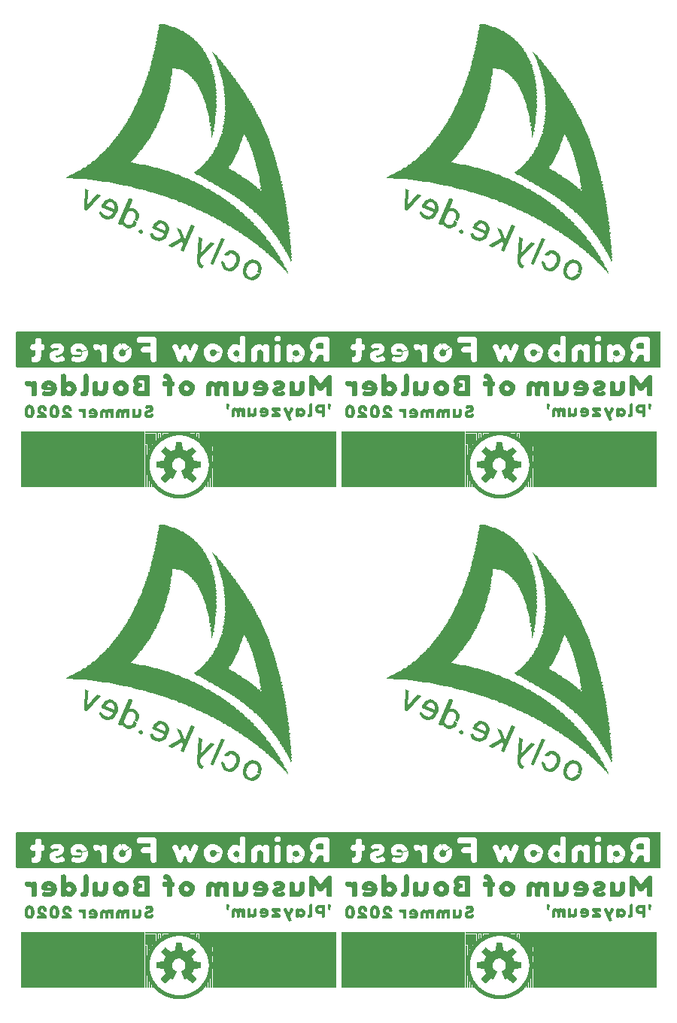
<source format=gbo>
G04 EAGLE Gerber RS-274X export*
G75*
%MOMM*%
%FSLAX34Y34*%
%LPD*%
%INSilkscreen Bottom*%
%IPPOS*%
%AMOC8*
5,1,8,0,0,1.08239X$1,22.5*%
G01*
%ADD10R,13.970000X6.350000*%
%ADD11C,0.406400*%
%ADD12R,7.620000X0.254000*%
%ADD13R,1.270000X1.270000*%
%ADD14R,1.524000X1.016000*%
%ADD15R,0.254000X0.762000*%
%ADD16R,0.254000X0.508000*%
%ADD17R,0.508000X0.254000*%
%ADD18R,0.254000X0.254000*%
%ADD19R,1.016000X0.508000*%
%ADD20R,0.762000X0.508000*%
%ADD21R,0.508000X0.508000*%
%ADD22R,0.254000X3.556000*%
%ADD23R,0.254000X4.826000*%
%ADD24R,0.254000X1.016000*%
%ADD25R,0.762000X0.254000*%
%ADD26R,0.254000X1.524000*%
%ADD27R,0.420000X0.070000*%
%ADD28R,0.690000X0.070000*%
%ADD29R,0.970000X0.060000*%
%ADD30R,1.180000X0.070000*%
%ADD31R,1.390000X0.070000*%
%ADD32R,1.730000X0.070000*%
%ADD33R,1.870000X0.070000*%
%ADD34R,2.080000X0.070000*%
%ADD35R,2.220000X0.070000*%
%ADD36R,2.360000X0.070000*%
%ADD37R,2.500000X0.070000*%
%ADD38R,2.640000X0.070000*%
%ADD39R,2.850000X0.070000*%
%ADD40R,2.980000X0.070000*%
%ADD41R,3.120000X0.070000*%
%ADD42R,3.190000X0.070000*%
%ADD43R,3.330000X0.070000*%
%ADD44R,3.470000X0.070000*%
%ADD45R,3.610000X0.070000*%
%ADD46R,3.680000X0.060000*%
%ADD47R,3.750000X0.070000*%
%ADD48R,3.890000X0.070000*%
%ADD49R,4.030000X0.070000*%
%ADD50R,4.100000X0.070000*%
%ADD51R,4.170000X0.070000*%
%ADD52R,4.230000X0.070000*%
%ADD53R,4.300000X0.070000*%
%ADD54R,4.440000X0.070000*%
%ADD55R,4.580000X0.070000*%
%ADD56R,4.650000X0.070000*%
%ADD57R,4.720000X0.070000*%
%ADD58R,4.790000X0.070000*%
%ADD59R,4.930000X0.070000*%
%ADD60R,5.000000X0.070000*%
%ADD61R,5.070000X0.070000*%
%ADD62R,5.140000X0.060000*%
%ADD63R,5.210000X0.070000*%
%ADD64R,5.280000X0.070000*%
%ADD65R,5.350000X0.070000*%
%ADD66R,5.420000X0.070000*%
%ADD67R,5.490000X0.070000*%
%ADD68R,5.630000X0.070000*%
%ADD69R,5.690000X0.070000*%
%ADD70R,0.070000X0.070000*%
%ADD71R,5.760000X0.070000*%
%ADD72R,0.140000X0.070000*%
%ADD73R,5.900000X0.070000*%
%ADD74R,0.200000X0.070000*%
%ADD75R,5.970000X0.070000*%
%ADD76R,0.270000X0.070000*%
%ADD77R,6.030000X0.070000*%
%ADD78R,0.270000X0.060000*%
%ADD79R,6.100000X0.060000*%
%ADD80R,6.100000X0.070000*%
%ADD81R,0.280000X0.070000*%
%ADD82R,6.170000X0.070000*%
%ADD83R,0.350000X0.070000*%
%ADD84R,6.240000X0.070000*%
%ADD85R,6.310000X0.070000*%
%ADD86R,0.490000X0.070000*%
%ADD87R,6.380000X0.070000*%
%ADD88R,6.450000X0.070000*%
%ADD89R,6.520000X0.070000*%
%ADD90R,0.560000X0.070000*%
%ADD91R,6.590000X0.070000*%
%ADD92R,0.630000X0.070000*%
%ADD93R,6.660000X0.070000*%
%ADD94R,0.700000X0.070000*%
%ADD95R,6.730000X0.070000*%
%ADD96R,6.800000X0.070000*%
%ADD97R,0.760000X0.070000*%
%ADD98R,6.870000X0.070000*%
%ADD99R,0.830000X0.060000*%
%ADD100R,6.870000X0.060000*%
%ADD101R,0.830000X0.070000*%
%ADD102R,6.940000X0.070000*%
%ADD103R,7.010000X0.070000*%
%ADD104R,0.900000X0.070000*%
%ADD105R,2.570000X0.070000*%
%ADD106R,0.970000X0.070000*%
%ADD107R,1.040000X0.070000*%
%ADD108R,3.400000X0.070000*%
%ADD109R,3.260000X0.070000*%
%ADD110R,3.200000X0.070000*%
%ADD111R,1.110000X0.070000*%
%ADD112R,3.130000X0.070000*%
%ADD113R,3.060000X0.070000*%
%ADD114R,2.920000X0.070000*%
%ADD115R,2.710000X0.070000*%
%ADD116R,1.250000X0.070000*%
%ADD117R,1.320000X0.070000*%
%ADD118R,1.390000X0.060000*%
%ADD119R,2.570000X0.060000*%
%ADD120R,2.780000X0.060000*%
%ADD121R,2.780000X0.070000*%
%ADD122R,1.460000X0.070000*%
%ADD123R,2.430000X0.070000*%
%ADD124R,1.520000X0.070000*%
%ADD125R,1.590000X0.070000*%
%ADD126R,2.290000X0.070000*%
%ADD127R,1.660000X0.070000*%
%ADD128R,2.150000X0.070000*%
%ADD129R,1.800000X0.070000*%
%ADD130R,2.010000X0.070000*%
%ADD131R,2.990000X0.070000*%
%ADD132R,1.940000X0.070000*%
%ADD133R,1.940000X0.060000*%
%ADD134R,2.920000X0.060000*%
%ADD135R,3.050000X0.070000*%
%ADD136R,2.420000X0.070000*%
%ADD137R,2.490000X0.070000*%
%ADD138R,2.560000X0.070000*%
%ADD139R,1.450000X0.070000*%
%ADD140R,1.450000X0.060000*%
%ADD141R,3.120000X0.060000*%
%ADD142R,1.380000X0.070000*%
%ADD143R,3.200000X0.060000*%
%ADD144R,1.110000X0.060000*%
%ADD145R,3.400000X0.060000*%
%ADD146R,3.270000X0.070000*%
%ADD147R,3.340000X0.070000*%
%ADD148R,3.410000X0.070000*%
%ADD149R,3.540000X0.070000*%
%ADD150R,3.680000X0.070000*%
%ADD151R,3.810000X0.070000*%
%ADD152R,3.880000X0.070000*%
%ADD153R,3.950000X0.060000*%
%ADD154R,0.760000X0.060000*%
%ADD155R,3.470000X0.060000*%
%ADD156R,3.950000X0.070000*%
%ADD157R,4.020000X0.070000*%
%ADD158R,0.620000X0.070000*%
%ADD159R,4.090000X0.070000*%
%ADD160R,4.160000X0.070000*%
%ADD161R,0.550000X0.070000*%
%ADD162R,4.370000X0.070000*%
%ADD163R,4.510000X0.070000*%
%ADD164R,4.650000X0.060000*%
%ADD165R,0.350000X0.060000*%
%ADD166R,3.670000X0.070000*%
%ADD167R,3.740000X0.070000*%
%ADD168R,0.210000X0.070000*%
%ADD169R,4.990000X0.070000*%
%ADD170R,3.820000X0.070000*%
%ADD171R,2.430000X0.060000*%
%ADD172R,2.500000X0.060000*%
%ADD173R,3.820000X0.060000*%
%ADD174R,2.640000X0.060000*%
%ADD175R,4.030000X0.060000*%
%ADD176R,2.700000X0.070000*%
%ADD177R,2.630000X0.070000*%
%ADD178R,3.960000X0.070000*%
%ADD179R,2.770000X0.070000*%
%ADD180R,2.840000X0.070000*%
%ADD181R,4.230000X0.060000*%
%ADD182R,4.310000X0.070000*%
%ADD183R,4.380000X0.070000*%
%ADD184R,4.710000X0.070000*%
%ADD185R,5.130000X0.070000*%
%ADD186R,5.620000X0.070000*%
%ADD187R,6.040000X0.070000*%
%ADD188R,7.290000X0.070000*%
%ADD189R,7.700000X0.070000*%
%ADD190R,8.050000X0.070000*%
%ADD191R,8.400000X0.070000*%
%ADD192R,8.750000X0.060000*%
%ADD193R,9.100000X0.070000*%
%ADD194R,9.500000X0.070000*%
%ADD195R,9.850000X0.070000*%
%ADD196R,10.130000X0.070000*%
%ADD197R,4.520000X0.070000*%
%ADD198R,10.480000X0.070000*%
%ADD199R,10.760000X0.070000*%
%ADD200R,11.110000X0.070000*%
%ADD201R,11.450000X0.070000*%
%ADD202R,11.800000X0.070000*%
%ADD203R,12.140000X0.070000*%
%ADD204R,12.490000X0.070000*%
%ADD205R,12.770000X0.070000*%
%ADD206R,13.120000X0.070000*%
%ADD207R,13.390000X0.070000*%
%ADD208R,4.590000X0.070000*%
%ADD209R,4.580000X0.060000*%
%ADD210R,11.520000X0.060000*%
%ADD211R,11.040000X0.070000*%
%ADD212R,10.620000X0.070000*%
%ADD213R,10.270000X0.070000*%
%ADD214R,9.920000X0.070000*%
%ADD215R,9.710000X0.070000*%
%ADD216R,9.510000X0.070000*%
%ADD217R,9.300000X0.070000*%
%ADD218R,9.090000X0.070000*%
%ADD219R,8.820000X0.070000*%
%ADD220R,4.240000X0.070000*%
%ADD221R,8.610000X0.070000*%
%ADD222R,8.190000X0.070000*%
%ADD223R,8.120000X0.070000*%
%ADD224R,7.980000X0.070000*%
%ADD225R,7.840000X0.070000*%
%ADD226R,7.630000X0.070000*%
%ADD227R,4.020000X0.060000*%
%ADD228R,7.570000X0.060000*%
%ADD229R,7.360000X0.070000*%
%ADD230R,6.460000X0.070000*%
%ADD231R,7.220000X0.070000*%
%ADD232R,6.320000X0.070000*%
%ADD233R,7.150000X0.070000*%
%ADD234R,6.250000X0.070000*%
%ADD235R,6.110000X0.070000*%
%ADD236R,5.830000X0.070000*%
%ADD237R,5.550000X0.070000*%
%ADD238R,6.180000X0.070000*%
%ADD239R,5.070000X0.060000*%
%ADD240R,5.760000X0.060000*%
%ADD241R,4.860000X0.070000*%
%ADD242R,5.410000X0.070000*%
%ADD243R,5.340000X0.070000*%
%ADD244R,5.270000X0.070000*%
%ADD245R,5.140000X0.070000*%
%ADD246R,4.450000X0.070000*%
%ADD247R,4.850000X0.070000*%
%ADD248R,3.810000X0.060000*%
%ADD249R,4.510000X0.060000*%
%ADD250R,3.600000X0.070000*%
%ADD251R,2.910000X0.070000*%
%ADD252R,2.840000X0.060000*%
%ADD253R,3.540000X0.060000*%
%ADD254R,2.160000X0.070000*%
%ADD255R,1.250000X0.060000*%
%ADD256R,1.870000X0.060000*%
%ADD257R,1.670000X0.070000*%
%ADD258R,1.600000X0.070000*%
%ADD259R,1.530000X0.070000*%
%ADD260R,0.620000X0.060000*%
%ADD261R,0.070000X0.060000*%
%ADD262R,0.690000X0.060000*%
%ADD263R,0.130000X0.070000*%
%ADD264R,0.140000X0.060000*%

G36*
X349265Y175387D02*
X349265Y175387D01*
X349260Y175389D01*
X349243Y175379D01*
X349229Y175373D01*
X349199Y175377D01*
X349188Y175380D01*
X349170Y175389D01*
X-4130Y175389D01*
X-4230Y175351D01*
X-4232Y175348D01*
X-4234Y175347D01*
X-4235Y175346D01*
X-4236Y175346D01*
X-5236Y174346D01*
X-5279Y174247D01*
X-5278Y174243D01*
X-5279Y174240D01*
X-5279Y135640D01*
X-5241Y135540D01*
X-5237Y135538D01*
X-5236Y135534D01*
X-4236Y134534D01*
X-4137Y134491D01*
X-4133Y134492D01*
X-4130Y134491D01*
X720050Y134491D01*
X720094Y134508D01*
X720139Y134520D01*
X720142Y134526D01*
X720150Y134529D01*
X720199Y134625D01*
X720196Y134634D01*
X720199Y134640D01*
X720199Y175240D01*
X720182Y175284D01*
X720170Y175329D01*
X720164Y175332D01*
X720161Y175340D01*
X720065Y175389D01*
X720056Y175386D01*
X720050Y175389D01*
X709950Y175389D01*
X709945Y175387D01*
X709940Y175389D01*
X709923Y175379D01*
X709909Y175373D01*
X709879Y175377D01*
X709868Y175380D01*
X709850Y175389D01*
X349270Y175389D01*
X349265Y175387D01*
G37*
G36*
X720094Y698388D02*
X720094Y698388D01*
X720139Y698400D01*
X720142Y698406D01*
X720150Y698409D01*
X720199Y698505D01*
X720196Y698514D01*
X720199Y698520D01*
X720199Y739120D01*
X720182Y739164D01*
X720170Y739209D01*
X720164Y739212D01*
X720161Y739220D01*
X720065Y739269D01*
X720056Y739266D01*
X720050Y739269D01*
X709950Y739269D01*
X709945Y739267D01*
X709940Y739269D01*
X709923Y739259D01*
X709909Y739253D01*
X709879Y739257D01*
X709868Y739260D01*
X709850Y739269D01*
X349270Y739269D01*
X349265Y739267D01*
X349260Y739269D01*
X349243Y739259D01*
X349229Y739253D01*
X349199Y739257D01*
X349188Y739260D01*
X349170Y739269D01*
X-4130Y739269D01*
X-4230Y739231D01*
X-4232Y739228D01*
X-4234Y739227D01*
X-4235Y739226D01*
X-4236Y739226D01*
X-5236Y738226D01*
X-5279Y738127D01*
X-5278Y738123D01*
X-5279Y738120D01*
X-5279Y699520D01*
X-5241Y699420D01*
X-5237Y699418D01*
X-5236Y699414D01*
X-4236Y698414D01*
X-4137Y698371D01*
X-4133Y698372D01*
X-4130Y698371D01*
X720050Y698371D01*
X720094Y698388D01*
G37*
G36*
X553905Y5330D02*
X553905Y5330D01*
X553961Y5330D01*
X553989Y5345D01*
X554021Y5350D01*
X554080Y5390D01*
X554116Y5408D01*
X554125Y5420D01*
X554141Y5431D01*
X558449Y9739D01*
X558466Y9766D01*
X558490Y9787D01*
X558511Y9839D01*
X558540Y9886D01*
X558543Y9918D01*
X558555Y9948D01*
X558552Y10003D01*
X558557Y10059D01*
X558545Y10089D01*
X558543Y10121D01*
X558509Y10184D01*
X558495Y10221D01*
X558484Y10231D01*
X558475Y10248D01*
X553508Y16339D01*
X554697Y18649D01*
X554704Y18675D01*
X554721Y18707D01*
X555513Y21181D01*
X563332Y21975D01*
X563363Y21985D01*
X563395Y21986D01*
X563444Y22013D01*
X563496Y22031D01*
X563519Y22054D01*
X563547Y22069D01*
X563579Y22115D01*
X563618Y22154D01*
X563628Y22185D01*
X563647Y22211D01*
X563660Y22281D01*
X563673Y22319D01*
X563671Y22334D01*
X563674Y22353D01*
X563674Y28447D01*
X563667Y28478D01*
X563669Y28510D01*
X563647Y28561D01*
X563635Y28616D01*
X563614Y28640D01*
X563602Y28670D01*
X563560Y28706D01*
X563525Y28749D01*
X563495Y28762D01*
X563471Y28783D01*
X563402Y28804D01*
X563366Y28820D01*
X563351Y28820D01*
X563332Y28825D01*
X555513Y29619D01*
X554721Y32093D01*
X554708Y32116D01*
X554697Y32151D01*
X553508Y34461D01*
X558475Y40552D01*
X558489Y40580D01*
X558510Y40604D01*
X558526Y40657D01*
X558551Y40707D01*
X558551Y40739D01*
X558560Y40770D01*
X558550Y40825D01*
X558550Y40881D01*
X558535Y40909D01*
X558530Y40941D01*
X558490Y41000D01*
X558472Y41036D01*
X558460Y41045D01*
X558449Y41061D01*
X554141Y45369D01*
X554114Y45386D01*
X554093Y45410D01*
X554041Y45431D01*
X553994Y45460D01*
X553962Y45463D01*
X553932Y45475D01*
X553877Y45472D01*
X553821Y45477D01*
X553791Y45465D01*
X553759Y45463D01*
X553696Y45429D01*
X553659Y45415D01*
X553649Y45404D01*
X553632Y45395D01*
X547541Y40428D01*
X545231Y41617D01*
X545205Y41624D01*
X545173Y41641D01*
X542699Y42433D01*
X541905Y50252D01*
X541897Y50278D01*
X541896Y50290D01*
X541895Y50293D01*
X541894Y50315D01*
X541867Y50364D01*
X541849Y50416D01*
X541826Y50439D01*
X541811Y50467D01*
X541765Y50499D01*
X541726Y50538D01*
X541695Y50548D01*
X541669Y50567D01*
X541599Y50580D01*
X541561Y50593D01*
X541546Y50591D01*
X541527Y50594D01*
X535433Y50594D01*
X535402Y50587D01*
X535370Y50589D01*
X535319Y50567D01*
X535264Y50555D01*
X535240Y50534D01*
X535210Y50522D01*
X535174Y50480D01*
X535131Y50445D01*
X535118Y50415D01*
X535097Y50391D01*
X535076Y50322D01*
X535060Y50286D01*
X535060Y50271D01*
X535058Y50264D01*
X535057Y50262D01*
X535057Y50261D01*
X535055Y50252D01*
X534261Y42433D01*
X531787Y41641D01*
X531764Y41628D01*
X531729Y41617D01*
X529419Y40428D01*
X523328Y45395D01*
X523300Y45409D01*
X523276Y45430D01*
X523223Y45446D01*
X523173Y45471D01*
X523141Y45471D01*
X523110Y45480D01*
X523055Y45470D01*
X522999Y45470D01*
X522971Y45455D01*
X522939Y45450D01*
X522880Y45410D01*
X522845Y45392D01*
X522835Y45380D01*
X522819Y45369D01*
X518511Y41061D01*
X518494Y41034D01*
X518470Y41013D01*
X518449Y40961D01*
X518420Y40914D01*
X518417Y40882D01*
X518405Y40852D01*
X518409Y40797D01*
X518403Y40741D01*
X518415Y40711D01*
X518417Y40679D01*
X518451Y40616D01*
X518465Y40579D01*
X518476Y40569D01*
X518485Y40552D01*
X523452Y34461D01*
X522263Y32151D01*
X522256Y32125D01*
X522239Y32093D01*
X521447Y29619D01*
X513628Y28825D01*
X513597Y28815D01*
X513565Y28814D01*
X513516Y28787D01*
X513464Y28769D01*
X513441Y28746D01*
X513413Y28731D01*
X513381Y28685D01*
X513342Y28646D01*
X513332Y28615D01*
X513313Y28589D01*
X513300Y28519D01*
X513287Y28481D01*
X513289Y28466D01*
X513286Y28447D01*
X513286Y22353D01*
X513293Y22322D01*
X513291Y22290D01*
X513313Y22239D01*
X513325Y22184D01*
X513346Y22160D01*
X513358Y22130D01*
X513400Y22094D01*
X513435Y22051D01*
X513465Y22038D01*
X513489Y22017D01*
X513558Y21996D01*
X513594Y21980D01*
X513609Y21980D01*
X513628Y21975D01*
X521447Y21181D01*
X522239Y18707D01*
X522252Y18684D01*
X522263Y18649D01*
X523452Y16339D01*
X518485Y10248D01*
X518471Y10220D01*
X518450Y10196D01*
X518434Y10143D01*
X518409Y10093D01*
X518409Y10061D01*
X518400Y10030D01*
X518410Y9975D01*
X518410Y9919D01*
X518425Y9891D01*
X518430Y9859D01*
X518470Y9800D01*
X518488Y9765D01*
X518500Y9755D01*
X518511Y9739D01*
X522819Y5431D01*
X522846Y5414D01*
X522867Y5390D01*
X522919Y5369D01*
X522966Y5340D01*
X522998Y5337D01*
X523028Y5325D01*
X523083Y5329D01*
X523139Y5323D01*
X523169Y5335D01*
X523201Y5337D01*
X523264Y5371D01*
X523301Y5385D01*
X523311Y5396D01*
X523328Y5405D01*
X529419Y10372D01*
X531728Y9182D01*
X531792Y9166D01*
X531855Y9143D01*
X531876Y9145D01*
X531896Y9140D01*
X531961Y9154D01*
X532027Y9161D01*
X532045Y9172D01*
X532065Y9177D01*
X532117Y9218D01*
X532173Y9254D01*
X532186Y9273D01*
X532201Y9285D01*
X532217Y9320D01*
X532253Y9374D01*
X535841Y18036D01*
X535846Y18068D01*
X535860Y18096D01*
X535860Y18152D01*
X535869Y18207D01*
X535860Y18238D01*
X535860Y18269D01*
X535835Y18320D01*
X535819Y18373D01*
X535797Y18396D01*
X535783Y18425D01*
X535727Y18471D01*
X535700Y18499D01*
X535686Y18504D01*
X535671Y18517D01*
X534294Y19261D01*
X533128Y20245D01*
X532188Y21447D01*
X531514Y22815D01*
X531133Y24293D01*
X531061Y25817D01*
X531303Y27323D01*
X531847Y28749D01*
X532671Y30033D01*
X533740Y31122D01*
X535008Y31970D01*
X536423Y32540D01*
X537925Y32810D01*
X539450Y32767D01*
X540934Y32414D01*
X542315Y31764D01*
X543534Y30847D01*
X544540Y29700D01*
X545291Y28371D01*
X545754Y26918D01*
X545911Y25399D01*
X545768Y23950D01*
X545345Y22556D01*
X544659Y21272D01*
X543735Y20146D01*
X542609Y19222D01*
X541291Y18517D01*
X541266Y18496D01*
X541237Y18482D01*
X541202Y18439D01*
X541161Y18403D01*
X541148Y18373D01*
X541128Y18348D01*
X541116Y18294D01*
X541095Y18243D01*
X541097Y18210D01*
X541090Y18178D01*
X541104Y18109D01*
X541107Y18070D01*
X541115Y18056D01*
X541119Y18036D01*
X544707Y9374D01*
X544746Y9320D01*
X544778Y9263D01*
X544795Y9251D01*
X544808Y9234D01*
X544866Y9203D01*
X544921Y9165D01*
X544942Y9162D01*
X544961Y9152D01*
X545027Y9151D01*
X545093Y9141D01*
X545116Y9148D01*
X545134Y9147D01*
X545169Y9164D01*
X545232Y9182D01*
X547541Y10372D01*
X553632Y5405D01*
X553660Y5391D01*
X553684Y5370D01*
X553737Y5354D01*
X553787Y5329D01*
X553819Y5329D01*
X553850Y5320D01*
X553905Y5330D01*
G37*
G36*
X193225Y569210D02*
X193225Y569210D01*
X193281Y569210D01*
X193309Y569225D01*
X193341Y569230D01*
X193400Y569270D01*
X193436Y569288D01*
X193445Y569300D01*
X193461Y569311D01*
X197769Y573619D01*
X197786Y573646D01*
X197810Y573667D01*
X197831Y573719D01*
X197860Y573766D01*
X197863Y573798D01*
X197875Y573828D01*
X197872Y573883D01*
X197877Y573939D01*
X197865Y573969D01*
X197863Y574001D01*
X197829Y574064D01*
X197815Y574101D01*
X197804Y574111D01*
X197795Y574128D01*
X192828Y580219D01*
X194017Y582529D01*
X194024Y582555D01*
X194041Y582587D01*
X194833Y585061D01*
X202652Y585855D01*
X202683Y585865D01*
X202715Y585866D01*
X202764Y585893D01*
X202816Y585911D01*
X202839Y585934D01*
X202867Y585949D01*
X202899Y585995D01*
X202938Y586034D01*
X202948Y586065D01*
X202967Y586091D01*
X202980Y586161D01*
X202993Y586199D01*
X202991Y586214D01*
X202994Y586233D01*
X202994Y592327D01*
X202987Y592358D01*
X202989Y592390D01*
X202967Y592441D01*
X202955Y592496D01*
X202934Y592520D01*
X202922Y592550D01*
X202880Y592586D01*
X202845Y592629D01*
X202815Y592642D01*
X202791Y592663D01*
X202722Y592684D01*
X202686Y592700D01*
X202671Y592700D01*
X202652Y592705D01*
X194833Y593499D01*
X194041Y595973D01*
X194028Y595996D01*
X194017Y596031D01*
X192828Y598341D01*
X197795Y604432D01*
X197809Y604460D01*
X197830Y604484D01*
X197846Y604537D01*
X197871Y604587D01*
X197871Y604619D01*
X197880Y604650D01*
X197870Y604705D01*
X197870Y604761D01*
X197855Y604789D01*
X197850Y604821D01*
X197810Y604880D01*
X197792Y604916D01*
X197780Y604925D01*
X197769Y604941D01*
X193461Y609249D01*
X193434Y609266D01*
X193413Y609290D01*
X193361Y609311D01*
X193314Y609340D01*
X193282Y609343D01*
X193252Y609355D01*
X193197Y609352D01*
X193141Y609357D01*
X193111Y609345D01*
X193079Y609343D01*
X193016Y609309D01*
X192979Y609295D01*
X192969Y609284D01*
X192952Y609275D01*
X186861Y604308D01*
X184551Y605497D01*
X184525Y605504D01*
X184493Y605521D01*
X182019Y606313D01*
X181225Y614132D01*
X181217Y614158D01*
X181216Y614170D01*
X181215Y614173D01*
X181214Y614195D01*
X181187Y614244D01*
X181169Y614296D01*
X181146Y614319D01*
X181131Y614347D01*
X181085Y614379D01*
X181046Y614418D01*
X181015Y614428D01*
X180989Y614447D01*
X180919Y614460D01*
X180881Y614473D01*
X180866Y614471D01*
X180847Y614474D01*
X174753Y614474D01*
X174722Y614467D01*
X174690Y614469D01*
X174639Y614447D01*
X174584Y614435D01*
X174560Y614414D01*
X174530Y614402D01*
X174494Y614360D01*
X174451Y614325D01*
X174438Y614295D01*
X174417Y614271D01*
X174396Y614202D01*
X174380Y614166D01*
X174380Y614151D01*
X174378Y614144D01*
X174377Y614142D01*
X174377Y614141D01*
X174375Y614132D01*
X173581Y606313D01*
X171107Y605521D01*
X171084Y605508D01*
X171049Y605497D01*
X168739Y604308D01*
X162648Y609275D01*
X162620Y609289D01*
X162596Y609310D01*
X162543Y609326D01*
X162493Y609351D01*
X162461Y609351D01*
X162430Y609360D01*
X162375Y609350D01*
X162319Y609350D01*
X162291Y609335D01*
X162259Y609330D01*
X162200Y609290D01*
X162165Y609272D01*
X162155Y609260D01*
X162139Y609249D01*
X157831Y604941D01*
X157814Y604914D01*
X157790Y604893D01*
X157769Y604841D01*
X157740Y604794D01*
X157737Y604762D01*
X157725Y604732D01*
X157729Y604677D01*
X157723Y604621D01*
X157735Y604591D01*
X157737Y604559D01*
X157771Y604496D01*
X157785Y604459D01*
X157796Y604449D01*
X157805Y604432D01*
X162772Y598341D01*
X161583Y596031D01*
X161576Y596005D01*
X161559Y595973D01*
X160767Y593499D01*
X152948Y592705D01*
X152917Y592695D01*
X152885Y592694D01*
X152836Y592667D01*
X152784Y592649D01*
X152761Y592626D01*
X152733Y592611D01*
X152701Y592565D01*
X152662Y592526D01*
X152652Y592495D01*
X152633Y592469D01*
X152620Y592399D01*
X152607Y592361D01*
X152609Y592346D01*
X152606Y592327D01*
X152606Y586233D01*
X152613Y586202D01*
X152611Y586170D01*
X152633Y586119D01*
X152645Y586064D01*
X152666Y586040D01*
X152678Y586010D01*
X152720Y585974D01*
X152755Y585931D01*
X152785Y585918D01*
X152809Y585897D01*
X152878Y585876D01*
X152914Y585860D01*
X152929Y585860D01*
X152948Y585855D01*
X160767Y585061D01*
X161559Y582587D01*
X161572Y582564D01*
X161583Y582529D01*
X162772Y580219D01*
X157805Y574128D01*
X157791Y574100D01*
X157770Y574076D01*
X157754Y574023D01*
X157729Y573973D01*
X157729Y573941D01*
X157720Y573910D01*
X157730Y573855D01*
X157730Y573799D01*
X157745Y573771D01*
X157750Y573739D01*
X157790Y573680D01*
X157808Y573645D01*
X157820Y573635D01*
X157831Y573619D01*
X162139Y569311D01*
X162166Y569294D01*
X162187Y569270D01*
X162239Y569249D01*
X162286Y569220D01*
X162318Y569217D01*
X162348Y569205D01*
X162403Y569209D01*
X162459Y569203D01*
X162489Y569215D01*
X162521Y569217D01*
X162584Y569251D01*
X162621Y569265D01*
X162631Y569276D01*
X162648Y569285D01*
X168739Y574252D01*
X171048Y573062D01*
X171112Y573046D01*
X171175Y573023D01*
X171196Y573025D01*
X171216Y573020D01*
X171281Y573034D01*
X171347Y573041D01*
X171365Y573052D01*
X171385Y573057D01*
X171437Y573098D01*
X171493Y573134D01*
X171506Y573153D01*
X171521Y573165D01*
X171537Y573200D01*
X171573Y573254D01*
X175161Y581916D01*
X175166Y581948D01*
X175180Y581976D01*
X175180Y582032D01*
X175189Y582087D01*
X175180Y582118D01*
X175180Y582149D01*
X175155Y582200D01*
X175139Y582253D01*
X175117Y582276D01*
X175103Y582305D01*
X175047Y582351D01*
X175020Y582379D01*
X175006Y582384D01*
X174991Y582397D01*
X173614Y583141D01*
X172448Y584125D01*
X171508Y585327D01*
X170834Y586695D01*
X170453Y588173D01*
X170381Y589697D01*
X170623Y591203D01*
X171167Y592629D01*
X171991Y593913D01*
X173060Y595002D01*
X174328Y595850D01*
X175743Y596420D01*
X177245Y596690D01*
X178770Y596647D01*
X180254Y596294D01*
X181635Y595644D01*
X182854Y594727D01*
X183860Y593580D01*
X184611Y592251D01*
X185074Y590798D01*
X185231Y589279D01*
X185088Y587830D01*
X184665Y586436D01*
X183979Y585152D01*
X183055Y584026D01*
X181929Y583102D01*
X180611Y582397D01*
X180586Y582376D01*
X180557Y582362D01*
X180522Y582319D01*
X180481Y582283D01*
X180468Y582253D01*
X180448Y582228D01*
X180436Y582174D01*
X180415Y582123D01*
X180417Y582090D01*
X180410Y582058D01*
X180424Y581989D01*
X180427Y581950D01*
X180435Y581936D01*
X180439Y581916D01*
X184027Y573254D01*
X184066Y573200D01*
X184098Y573143D01*
X184115Y573131D01*
X184128Y573114D01*
X184186Y573083D01*
X184241Y573045D01*
X184262Y573042D01*
X184281Y573032D01*
X184347Y573031D01*
X184413Y573021D01*
X184436Y573028D01*
X184454Y573027D01*
X184489Y573044D01*
X184552Y573062D01*
X186861Y574252D01*
X192952Y569285D01*
X192980Y569271D01*
X193004Y569250D01*
X193057Y569234D01*
X193107Y569209D01*
X193139Y569209D01*
X193170Y569200D01*
X193225Y569210D01*
G37*
G36*
X553905Y569210D02*
X553905Y569210D01*
X553961Y569210D01*
X553989Y569225D01*
X554021Y569230D01*
X554080Y569270D01*
X554116Y569288D01*
X554125Y569300D01*
X554141Y569311D01*
X558449Y573619D01*
X558466Y573646D01*
X558490Y573667D01*
X558511Y573719D01*
X558540Y573766D01*
X558543Y573798D01*
X558555Y573828D01*
X558552Y573883D01*
X558557Y573939D01*
X558545Y573969D01*
X558543Y574001D01*
X558509Y574064D01*
X558495Y574101D01*
X558484Y574111D01*
X558475Y574128D01*
X553508Y580219D01*
X554697Y582529D01*
X554704Y582555D01*
X554721Y582587D01*
X555513Y585061D01*
X563332Y585855D01*
X563363Y585865D01*
X563395Y585866D01*
X563444Y585893D01*
X563496Y585911D01*
X563519Y585934D01*
X563547Y585949D01*
X563579Y585995D01*
X563618Y586034D01*
X563628Y586065D01*
X563647Y586091D01*
X563660Y586161D01*
X563673Y586199D01*
X563671Y586214D01*
X563674Y586233D01*
X563674Y592327D01*
X563667Y592358D01*
X563669Y592390D01*
X563647Y592441D01*
X563635Y592496D01*
X563614Y592520D01*
X563602Y592550D01*
X563560Y592586D01*
X563525Y592629D01*
X563495Y592642D01*
X563471Y592663D01*
X563402Y592684D01*
X563366Y592700D01*
X563351Y592700D01*
X563332Y592705D01*
X555513Y593499D01*
X554721Y595973D01*
X554708Y595996D01*
X554697Y596031D01*
X553508Y598341D01*
X558475Y604432D01*
X558489Y604460D01*
X558510Y604484D01*
X558526Y604537D01*
X558551Y604587D01*
X558551Y604619D01*
X558560Y604650D01*
X558550Y604705D01*
X558550Y604761D01*
X558535Y604789D01*
X558530Y604821D01*
X558490Y604880D01*
X558472Y604916D01*
X558460Y604925D01*
X558449Y604941D01*
X554141Y609249D01*
X554114Y609266D01*
X554093Y609290D01*
X554041Y609311D01*
X553994Y609340D01*
X553962Y609343D01*
X553932Y609355D01*
X553877Y609352D01*
X553821Y609357D01*
X553791Y609345D01*
X553759Y609343D01*
X553696Y609309D01*
X553659Y609295D01*
X553649Y609284D01*
X553632Y609275D01*
X547541Y604308D01*
X545231Y605497D01*
X545205Y605504D01*
X545173Y605521D01*
X542699Y606313D01*
X541905Y614132D01*
X541897Y614158D01*
X541896Y614170D01*
X541895Y614173D01*
X541894Y614195D01*
X541867Y614244D01*
X541849Y614296D01*
X541826Y614319D01*
X541811Y614347D01*
X541765Y614379D01*
X541726Y614418D01*
X541695Y614428D01*
X541669Y614447D01*
X541599Y614460D01*
X541561Y614473D01*
X541546Y614471D01*
X541527Y614474D01*
X535433Y614474D01*
X535402Y614467D01*
X535370Y614469D01*
X535319Y614447D01*
X535264Y614435D01*
X535240Y614414D01*
X535210Y614402D01*
X535174Y614360D01*
X535131Y614325D01*
X535118Y614295D01*
X535097Y614271D01*
X535076Y614202D01*
X535060Y614166D01*
X535060Y614151D01*
X535058Y614144D01*
X535057Y614142D01*
X535057Y614141D01*
X535055Y614132D01*
X534261Y606313D01*
X531787Y605521D01*
X531764Y605508D01*
X531729Y605497D01*
X529419Y604308D01*
X523328Y609275D01*
X523300Y609289D01*
X523276Y609310D01*
X523223Y609326D01*
X523173Y609351D01*
X523141Y609351D01*
X523110Y609360D01*
X523055Y609350D01*
X522999Y609350D01*
X522971Y609335D01*
X522939Y609330D01*
X522880Y609290D01*
X522845Y609272D01*
X522835Y609260D01*
X522819Y609249D01*
X518511Y604941D01*
X518494Y604914D01*
X518470Y604893D01*
X518449Y604841D01*
X518420Y604794D01*
X518417Y604762D01*
X518405Y604732D01*
X518409Y604677D01*
X518403Y604621D01*
X518415Y604591D01*
X518417Y604559D01*
X518451Y604496D01*
X518465Y604459D01*
X518476Y604449D01*
X518485Y604432D01*
X523452Y598341D01*
X522263Y596031D01*
X522256Y596005D01*
X522239Y595973D01*
X521447Y593499D01*
X513628Y592705D01*
X513597Y592695D01*
X513565Y592694D01*
X513516Y592667D01*
X513464Y592649D01*
X513441Y592626D01*
X513413Y592611D01*
X513381Y592565D01*
X513342Y592526D01*
X513332Y592495D01*
X513313Y592469D01*
X513300Y592399D01*
X513287Y592361D01*
X513289Y592346D01*
X513286Y592327D01*
X513286Y586233D01*
X513293Y586202D01*
X513291Y586170D01*
X513313Y586119D01*
X513325Y586064D01*
X513346Y586040D01*
X513358Y586010D01*
X513400Y585974D01*
X513435Y585931D01*
X513465Y585918D01*
X513489Y585897D01*
X513558Y585876D01*
X513594Y585860D01*
X513609Y585860D01*
X513628Y585855D01*
X521447Y585061D01*
X522239Y582587D01*
X522252Y582564D01*
X522263Y582529D01*
X523452Y580219D01*
X518485Y574128D01*
X518471Y574100D01*
X518450Y574076D01*
X518434Y574023D01*
X518409Y573973D01*
X518409Y573941D01*
X518400Y573910D01*
X518410Y573855D01*
X518410Y573799D01*
X518425Y573771D01*
X518430Y573739D01*
X518470Y573680D01*
X518488Y573645D01*
X518500Y573635D01*
X518511Y573619D01*
X522819Y569311D01*
X522846Y569294D01*
X522867Y569270D01*
X522919Y569249D01*
X522966Y569220D01*
X522998Y569217D01*
X523028Y569205D01*
X523083Y569209D01*
X523139Y569203D01*
X523169Y569215D01*
X523201Y569217D01*
X523264Y569251D01*
X523301Y569265D01*
X523311Y569276D01*
X523328Y569285D01*
X529419Y574252D01*
X531728Y573062D01*
X531792Y573046D01*
X531855Y573023D01*
X531876Y573025D01*
X531896Y573020D01*
X531961Y573034D01*
X532027Y573041D01*
X532045Y573052D01*
X532065Y573057D01*
X532117Y573098D01*
X532173Y573134D01*
X532186Y573153D01*
X532201Y573165D01*
X532217Y573200D01*
X532253Y573254D01*
X535841Y581916D01*
X535846Y581948D01*
X535860Y581976D01*
X535860Y582032D01*
X535869Y582087D01*
X535860Y582118D01*
X535860Y582149D01*
X535835Y582200D01*
X535819Y582253D01*
X535797Y582276D01*
X535783Y582305D01*
X535727Y582351D01*
X535700Y582379D01*
X535686Y582384D01*
X535671Y582397D01*
X534294Y583141D01*
X533128Y584125D01*
X532188Y585327D01*
X531514Y586695D01*
X531133Y588173D01*
X531061Y589697D01*
X531303Y591203D01*
X531847Y592629D01*
X532671Y593913D01*
X533740Y595002D01*
X535008Y595850D01*
X536423Y596420D01*
X537925Y596690D01*
X539450Y596647D01*
X540934Y596294D01*
X542315Y595644D01*
X543534Y594727D01*
X544540Y593580D01*
X545291Y592251D01*
X545754Y590798D01*
X545911Y589279D01*
X545768Y587830D01*
X545345Y586436D01*
X544659Y585152D01*
X543735Y584026D01*
X542609Y583102D01*
X541291Y582397D01*
X541266Y582376D01*
X541237Y582362D01*
X541202Y582319D01*
X541161Y582283D01*
X541148Y582253D01*
X541128Y582228D01*
X541116Y582174D01*
X541095Y582123D01*
X541097Y582090D01*
X541090Y582058D01*
X541104Y581989D01*
X541107Y581950D01*
X541115Y581936D01*
X541119Y581916D01*
X544707Y573254D01*
X544746Y573200D01*
X544778Y573143D01*
X544795Y573131D01*
X544808Y573114D01*
X544866Y573083D01*
X544921Y573045D01*
X544942Y573042D01*
X544961Y573032D01*
X545027Y573031D01*
X545093Y573021D01*
X545116Y573028D01*
X545134Y573027D01*
X545169Y573044D01*
X545232Y573062D01*
X547541Y574252D01*
X553632Y569285D01*
X553660Y569271D01*
X553684Y569250D01*
X553737Y569234D01*
X553787Y569209D01*
X553819Y569209D01*
X553850Y569200D01*
X553905Y569210D01*
G37*
G36*
X193225Y5330D02*
X193225Y5330D01*
X193281Y5330D01*
X193309Y5345D01*
X193341Y5350D01*
X193400Y5390D01*
X193436Y5408D01*
X193445Y5420D01*
X193461Y5431D01*
X197769Y9739D01*
X197786Y9766D01*
X197810Y9787D01*
X197831Y9839D01*
X197860Y9886D01*
X197863Y9918D01*
X197875Y9948D01*
X197872Y10003D01*
X197877Y10059D01*
X197865Y10089D01*
X197863Y10121D01*
X197829Y10184D01*
X197815Y10221D01*
X197804Y10231D01*
X197795Y10248D01*
X192828Y16339D01*
X194017Y18649D01*
X194024Y18675D01*
X194041Y18707D01*
X194833Y21181D01*
X202652Y21975D01*
X202683Y21985D01*
X202715Y21986D01*
X202764Y22013D01*
X202816Y22031D01*
X202839Y22054D01*
X202867Y22069D01*
X202899Y22115D01*
X202938Y22154D01*
X202948Y22185D01*
X202967Y22211D01*
X202980Y22281D01*
X202993Y22319D01*
X202991Y22334D01*
X202994Y22353D01*
X202994Y28447D01*
X202987Y28478D01*
X202989Y28510D01*
X202967Y28561D01*
X202955Y28616D01*
X202934Y28640D01*
X202922Y28670D01*
X202880Y28706D01*
X202845Y28749D01*
X202815Y28762D01*
X202791Y28783D01*
X202722Y28804D01*
X202686Y28820D01*
X202671Y28820D01*
X202652Y28825D01*
X194833Y29619D01*
X194041Y32093D01*
X194028Y32116D01*
X194017Y32151D01*
X192828Y34461D01*
X197795Y40552D01*
X197809Y40580D01*
X197830Y40604D01*
X197846Y40657D01*
X197871Y40707D01*
X197871Y40739D01*
X197880Y40770D01*
X197870Y40825D01*
X197870Y40881D01*
X197855Y40909D01*
X197850Y40941D01*
X197810Y41000D01*
X197792Y41036D01*
X197780Y41045D01*
X197769Y41061D01*
X193461Y45369D01*
X193434Y45386D01*
X193413Y45410D01*
X193361Y45431D01*
X193314Y45460D01*
X193282Y45463D01*
X193252Y45475D01*
X193197Y45472D01*
X193141Y45477D01*
X193111Y45465D01*
X193079Y45463D01*
X193016Y45429D01*
X192979Y45415D01*
X192969Y45404D01*
X192952Y45395D01*
X186861Y40428D01*
X184551Y41617D01*
X184525Y41624D01*
X184493Y41641D01*
X182019Y42433D01*
X181225Y50252D01*
X181217Y50278D01*
X181216Y50290D01*
X181215Y50293D01*
X181214Y50315D01*
X181187Y50364D01*
X181169Y50416D01*
X181146Y50439D01*
X181131Y50467D01*
X181085Y50499D01*
X181046Y50538D01*
X181015Y50548D01*
X180989Y50567D01*
X180919Y50580D01*
X180881Y50593D01*
X180866Y50591D01*
X180847Y50594D01*
X174753Y50594D01*
X174722Y50587D01*
X174690Y50589D01*
X174639Y50567D01*
X174584Y50555D01*
X174560Y50534D01*
X174530Y50522D01*
X174494Y50480D01*
X174451Y50445D01*
X174438Y50415D01*
X174417Y50391D01*
X174396Y50322D01*
X174380Y50286D01*
X174380Y50271D01*
X174378Y50264D01*
X174377Y50262D01*
X174377Y50261D01*
X174375Y50252D01*
X173581Y42433D01*
X171107Y41641D01*
X171084Y41628D01*
X171049Y41617D01*
X168739Y40428D01*
X162648Y45395D01*
X162620Y45409D01*
X162596Y45430D01*
X162543Y45446D01*
X162493Y45471D01*
X162461Y45471D01*
X162430Y45480D01*
X162375Y45470D01*
X162319Y45470D01*
X162291Y45455D01*
X162259Y45450D01*
X162200Y45410D01*
X162165Y45392D01*
X162155Y45380D01*
X162139Y45369D01*
X157831Y41061D01*
X157814Y41034D01*
X157790Y41013D01*
X157769Y40961D01*
X157740Y40914D01*
X157737Y40882D01*
X157725Y40852D01*
X157729Y40797D01*
X157723Y40741D01*
X157735Y40711D01*
X157737Y40679D01*
X157771Y40616D01*
X157785Y40579D01*
X157796Y40569D01*
X157805Y40552D01*
X162772Y34461D01*
X161583Y32151D01*
X161576Y32125D01*
X161559Y32093D01*
X160767Y29619D01*
X152948Y28825D01*
X152917Y28815D01*
X152885Y28814D01*
X152836Y28787D01*
X152784Y28769D01*
X152761Y28746D01*
X152733Y28731D01*
X152701Y28685D01*
X152662Y28646D01*
X152652Y28615D01*
X152633Y28589D01*
X152620Y28519D01*
X152607Y28481D01*
X152609Y28466D01*
X152606Y28447D01*
X152606Y22353D01*
X152613Y22322D01*
X152611Y22290D01*
X152633Y22239D01*
X152645Y22184D01*
X152666Y22160D01*
X152678Y22130D01*
X152720Y22094D01*
X152755Y22051D01*
X152785Y22038D01*
X152809Y22017D01*
X152878Y21996D01*
X152914Y21980D01*
X152929Y21980D01*
X152948Y21975D01*
X160767Y21181D01*
X161559Y18707D01*
X161572Y18684D01*
X161583Y18649D01*
X162772Y16339D01*
X157805Y10248D01*
X157791Y10220D01*
X157770Y10196D01*
X157754Y10143D01*
X157729Y10093D01*
X157729Y10061D01*
X157720Y10030D01*
X157730Y9975D01*
X157730Y9919D01*
X157745Y9891D01*
X157750Y9859D01*
X157790Y9800D01*
X157808Y9765D01*
X157820Y9755D01*
X157831Y9739D01*
X162139Y5431D01*
X162166Y5414D01*
X162187Y5390D01*
X162239Y5369D01*
X162286Y5340D01*
X162318Y5337D01*
X162348Y5325D01*
X162403Y5329D01*
X162459Y5323D01*
X162489Y5335D01*
X162521Y5337D01*
X162584Y5371D01*
X162621Y5385D01*
X162631Y5396D01*
X162648Y5405D01*
X168739Y10372D01*
X171048Y9182D01*
X171112Y9166D01*
X171175Y9143D01*
X171196Y9145D01*
X171216Y9140D01*
X171281Y9154D01*
X171347Y9161D01*
X171365Y9172D01*
X171385Y9177D01*
X171437Y9218D01*
X171493Y9254D01*
X171506Y9273D01*
X171521Y9285D01*
X171537Y9320D01*
X171573Y9374D01*
X175161Y18036D01*
X175166Y18068D01*
X175180Y18096D01*
X175180Y18152D01*
X175189Y18207D01*
X175180Y18238D01*
X175180Y18269D01*
X175155Y18320D01*
X175139Y18373D01*
X175117Y18396D01*
X175103Y18425D01*
X175047Y18471D01*
X175020Y18499D01*
X175006Y18504D01*
X174991Y18517D01*
X173614Y19261D01*
X172448Y20245D01*
X171508Y21447D01*
X170834Y22815D01*
X170453Y24293D01*
X170381Y25817D01*
X170623Y27323D01*
X171167Y28749D01*
X171991Y30033D01*
X173060Y31122D01*
X174328Y31970D01*
X175743Y32540D01*
X177245Y32810D01*
X178770Y32767D01*
X180254Y32414D01*
X181635Y31764D01*
X182854Y30847D01*
X183860Y29700D01*
X184611Y28371D01*
X185074Y26918D01*
X185231Y25399D01*
X185088Y23950D01*
X184665Y22556D01*
X183979Y21272D01*
X183055Y20146D01*
X181929Y19222D01*
X180611Y18517D01*
X180586Y18496D01*
X180557Y18482D01*
X180522Y18439D01*
X180481Y18403D01*
X180468Y18373D01*
X180448Y18348D01*
X180436Y18294D01*
X180415Y18243D01*
X180417Y18210D01*
X180410Y18178D01*
X180424Y18109D01*
X180427Y18070D01*
X180435Y18056D01*
X180439Y18036D01*
X184027Y9374D01*
X184066Y9320D01*
X184098Y9263D01*
X184115Y9251D01*
X184128Y9234D01*
X184186Y9203D01*
X184241Y9165D01*
X184262Y9162D01*
X184281Y9152D01*
X184347Y9151D01*
X184413Y9141D01*
X184436Y9148D01*
X184454Y9147D01*
X184489Y9164D01*
X184552Y9182D01*
X186861Y10372D01*
X192952Y5405D01*
X192980Y5391D01*
X193004Y5370D01*
X193057Y5354D01*
X193107Y5329D01*
X193139Y5329D01*
X193170Y5320D01*
X193225Y5330D01*
G37*
%LPC*%
G36*
X689386Y704968D02*
X689386Y704968D01*
X687242Y705942D01*
X686109Y707264D01*
X686394Y708880D01*
X687088Y710663D01*
X687987Y712761D01*
X688786Y714559D01*
X688787Y714578D01*
X688796Y714589D01*
X689096Y715989D01*
X689079Y716095D01*
X689069Y716103D01*
X689067Y716113D01*
X687876Y717601D01*
X686989Y719376D01*
X686398Y721246D01*
X686300Y723412D01*
X686596Y725386D01*
X687187Y727258D01*
X688269Y729029D01*
X689549Y730408D01*
X691328Y731692D01*
X693106Y732581D01*
X694977Y733172D01*
X696854Y733271D01*
X705037Y733271D01*
X705841Y733124D01*
X701301Y726021D01*
X700225Y726649D01*
X700174Y726657D01*
X700150Y726669D01*
X696150Y726669D01*
X696116Y726656D01*
X696092Y726658D01*
X694192Y725858D01*
X694150Y725817D01*
X694127Y725805D01*
X693027Y724205D01*
X693012Y724143D01*
X693001Y724120D01*
X693001Y721920D01*
X693027Y721853D01*
X693031Y721830D01*
X694231Y720230D01*
X694278Y720201D01*
X694296Y720181D01*
X696096Y719481D01*
X696130Y719481D01*
X696150Y719471D01*
X701350Y719471D01*
X701394Y719488D01*
X701439Y719500D01*
X701442Y719506D01*
X701450Y719509D01*
X701499Y719605D01*
X701496Y719614D01*
X701499Y719620D01*
X701499Y725676D01*
X706234Y733053D01*
X707223Y732873D01*
X707254Y732879D01*
X707267Y732877D01*
X708103Y731670D01*
X708201Y729716D01*
X708201Y709423D01*
X708102Y707246D01*
X707628Y705731D01*
X706021Y705069D01*
X703387Y705069D01*
X701981Y705819D01*
X701599Y707540D01*
X701499Y709624D01*
X701499Y711720D01*
X701461Y711820D01*
X701457Y711822D01*
X701456Y711826D01*
X700456Y712826D01*
X700357Y712869D01*
X700353Y712868D01*
X700350Y712869D01*
X696350Y712869D01*
X696257Y712834D01*
X696251Y712832D01*
X694551Y711332D01*
X694532Y711295D01*
X694513Y711278D01*
X693413Y708678D01*
X692224Y705905D01*
X691191Y704873D01*
X689386Y704968D01*
G37*
%LPD*%
%LPC*%
G36*
X328706Y704968D02*
X328706Y704968D01*
X326562Y705942D01*
X325429Y707264D01*
X325714Y708880D01*
X326408Y710663D01*
X327307Y712761D01*
X328106Y714559D01*
X328107Y714578D01*
X328116Y714589D01*
X328416Y715989D01*
X328399Y716095D01*
X328389Y716103D01*
X328387Y716113D01*
X327196Y717601D01*
X326309Y719376D01*
X325718Y721246D01*
X325620Y723412D01*
X325916Y725386D01*
X326507Y727258D01*
X327589Y729029D01*
X328869Y730408D01*
X330648Y731692D01*
X332426Y732581D01*
X334297Y733172D01*
X336174Y733271D01*
X344357Y733271D01*
X345161Y733124D01*
X340621Y726021D01*
X339545Y726649D01*
X339494Y726657D01*
X339470Y726669D01*
X335470Y726669D01*
X335436Y726656D01*
X335412Y726658D01*
X333512Y725858D01*
X333470Y725817D01*
X333447Y725805D01*
X332347Y724205D01*
X332332Y724143D01*
X332321Y724120D01*
X332321Y721920D01*
X332347Y721853D01*
X332351Y721830D01*
X333551Y720230D01*
X333598Y720201D01*
X333616Y720181D01*
X335416Y719481D01*
X335450Y719481D01*
X335470Y719471D01*
X340670Y719471D01*
X340714Y719488D01*
X340759Y719500D01*
X340762Y719506D01*
X340770Y719509D01*
X340819Y719605D01*
X340816Y719614D01*
X340819Y719620D01*
X340819Y725676D01*
X345554Y733053D01*
X346543Y732873D01*
X346574Y732879D01*
X346587Y732877D01*
X347423Y731670D01*
X347521Y729716D01*
X347521Y709423D01*
X347422Y707246D01*
X346948Y705731D01*
X345341Y705069D01*
X342707Y705069D01*
X341301Y705819D01*
X340919Y707540D01*
X340819Y709624D01*
X340819Y711720D01*
X340781Y711820D01*
X340777Y711822D01*
X340776Y711826D01*
X339776Y712826D01*
X339677Y712869D01*
X339673Y712868D01*
X339670Y712869D01*
X335670Y712869D01*
X335577Y712834D01*
X335571Y712832D01*
X333871Y711332D01*
X333852Y711295D01*
X333833Y711278D01*
X332733Y708678D01*
X331544Y705905D01*
X330511Y704873D01*
X328706Y704968D01*
G37*
%LPD*%
%LPC*%
G36*
X328706Y141088D02*
X328706Y141088D01*
X326562Y142062D01*
X325429Y143384D01*
X325714Y145000D01*
X326408Y146783D01*
X327307Y148881D01*
X328106Y150679D01*
X328107Y150698D01*
X328116Y150709D01*
X328416Y152109D01*
X328399Y152215D01*
X328389Y152223D01*
X328387Y152233D01*
X327196Y153721D01*
X326309Y155496D01*
X325718Y157366D01*
X325620Y159532D01*
X325916Y161506D01*
X326507Y163378D01*
X327589Y165149D01*
X328869Y166528D01*
X330648Y167812D01*
X332426Y168701D01*
X334297Y169292D01*
X336174Y169391D01*
X344357Y169391D01*
X345161Y169244D01*
X340621Y162141D01*
X339545Y162769D01*
X339494Y162777D01*
X339470Y162789D01*
X335470Y162789D01*
X335436Y162776D01*
X335412Y162778D01*
X333512Y161978D01*
X333470Y161937D01*
X333447Y161925D01*
X332347Y160325D01*
X332332Y160263D01*
X332321Y160240D01*
X332321Y158040D01*
X332347Y157973D01*
X332351Y157950D01*
X333551Y156350D01*
X333598Y156321D01*
X333616Y156301D01*
X335416Y155601D01*
X335450Y155601D01*
X335470Y155591D01*
X340670Y155591D01*
X340714Y155608D01*
X340759Y155620D01*
X340762Y155626D01*
X340770Y155629D01*
X340819Y155725D01*
X340816Y155734D01*
X340819Y155740D01*
X340819Y161796D01*
X345554Y169173D01*
X346543Y168993D01*
X346574Y168999D01*
X346587Y168997D01*
X347423Y167790D01*
X347521Y165836D01*
X347521Y145543D01*
X347422Y143366D01*
X346948Y141851D01*
X345341Y141189D01*
X342707Y141189D01*
X341301Y141939D01*
X340919Y143660D01*
X340819Y145744D01*
X340819Y147840D01*
X340781Y147940D01*
X340777Y147942D01*
X340776Y147946D01*
X339776Y148946D01*
X339677Y148989D01*
X339673Y148988D01*
X339670Y148989D01*
X335670Y148989D01*
X335577Y148954D01*
X335571Y148952D01*
X333871Y147452D01*
X333852Y147415D01*
X333833Y147398D01*
X332733Y144798D01*
X331544Y142025D01*
X330511Y140993D01*
X328706Y141088D01*
G37*
%LPD*%
%LPC*%
G36*
X689386Y141088D02*
X689386Y141088D01*
X687242Y142062D01*
X686109Y143384D01*
X686394Y145000D01*
X687088Y146783D01*
X687987Y148881D01*
X688786Y150679D01*
X688787Y150698D01*
X688796Y150709D01*
X689096Y152109D01*
X689079Y152215D01*
X689069Y152223D01*
X689067Y152233D01*
X687876Y153721D01*
X686989Y155496D01*
X686398Y157366D01*
X686300Y159532D01*
X686596Y161506D01*
X687187Y163378D01*
X688269Y165149D01*
X689549Y166528D01*
X691328Y167812D01*
X693106Y168701D01*
X694977Y169292D01*
X696854Y169391D01*
X705037Y169391D01*
X705841Y169244D01*
X701301Y162141D01*
X700225Y162769D01*
X700174Y162777D01*
X700150Y162789D01*
X696150Y162789D01*
X696116Y162776D01*
X696092Y162778D01*
X694192Y161978D01*
X694150Y161937D01*
X694127Y161925D01*
X693027Y160325D01*
X693012Y160263D01*
X693001Y160240D01*
X693001Y158040D01*
X693027Y157973D01*
X693031Y157950D01*
X694231Y156350D01*
X694278Y156321D01*
X694296Y156301D01*
X696096Y155601D01*
X696130Y155601D01*
X696150Y155591D01*
X701350Y155591D01*
X701394Y155608D01*
X701439Y155620D01*
X701442Y155626D01*
X701450Y155629D01*
X701499Y155725D01*
X701496Y155734D01*
X701499Y155740D01*
X701499Y161796D01*
X706234Y169173D01*
X707223Y168993D01*
X707254Y168999D01*
X707267Y168997D01*
X708103Y167790D01*
X708201Y165836D01*
X708201Y145543D01*
X708102Y143366D01*
X707628Y141851D01*
X706021Y141189D01*
X703387Y141189D01*
X701981Y141939D01*
X701599Y143660D01*
X701499Y145744D01*
X701499Y147840D01*
X701461Y147940D01*
X701457Y147942D01*
X701456Y147946D01*
X700456Y148946D01*
X700357Y148989D01*
X700353Y148988D01*
X700350Y148989D01*
X696350Y148989D01*
X696257Y148954D01*
X696251Y148952D01*
X694551Y147452D01*
X694532Y147415D01*
X694513Y147398D01*
X693413Y144798D01*
X692224Y142025D01*
X691191Y140993D01*
X689386Y141088D01*
G37*
%LPD*%
G36*
X502492Y666136D02*
X502492Y666136D01*
X502502Y666132D01*
X504502Y666432D01*
X504553Y666461D01*
X504557Y666463D01*
X504580Y666469D01*
X505580Y667369D01*
X505628Y667465D01*
X505627Y667469D01*
X505629Y667471D01*
X505729Y669171D01*
X505727Y669176D01*
X505729Y669180D01*
X505729Y687980D01*
X505723Y687997D01*
X505726Y688009D01*
X505426Y689509D01*
X505426Y689510D01*
X505424Y689514D01*
X505369Y689600D01*
X505351Y689605D01*
X505343Y689616D01*
X504043Y690216D01*
X504007Y690218D01*
X503987Y690229D01*
X501987Y690329D01*
X501983Y690328D01*
X501980Y690329D01*
X495180Y690329D01*
X495175Y690327D01*
X495172Y690329D01*
X493372Y690229D01*
X493356Y690222D01*
X493344Y690225D01*
X491744Y689825D01*
X491724Y689811D01*
X491706Y689810D01*
X490306Y689010D01*
X490293Y688994D01*
X490279Y688990D01*
X490211Y688927D01*
X490050Y688778D01*
X489888Y688629D01*
X489726Y688480D01*
X489565Y688330D01*
X489564Y688330D01*
X489403Y688181D01*
X489241Y688032D01*
X489079Y687883D01*
X488979Y687790D01*
X488967Y687767D01*
X488952Y687757D01*
X488052Y686257D01*
X488049Y686237D01*
X488038Y686227D01*
X487538Y684727D01*
X487539Y684709D01*
X487532Y684697D01*
X487332Y682997D01*
X487338Y682972D01*
X487333Y682954D01*
X487633Y681254D01*
X487639Y681244D01*
X487638Y681235D01*
X488138Y679635D01*
X488154Y679615D01*
X488156Y679597D01*
X488533Y679031D01*
X487559Y677667D01*
X487553Y677646D01*
X487541Y677635D01*
X486941Y676135D01*
X486941Y676112D01*
X486932Y676097D01*
X486732Y674397D01*
X486736Y674382D01*
X486731Y674372D01*
X486831Y672572D01*
X486838Y672556D01*
X486835Y672544D01*
X487235Y670944D01*
X487249Y670924D01*
X487250Y670906D01*
X488050Y669506D01*
X488066Y669493D01*
X488070Y669479D01*
X489270Y668179D01*
X489284Y668172D01*
X489289Y668162D01*
X490589Y667162D01*
X490610Y667155D01*
X490620Y667143D01*
X492220Y666443D01*
X492246Y666442D01*
X492262Y666432D01*
X493862Y666232D01*
X493871Y666234D01*
X493878Y666231D01*
X502478Y666131D01*
X502492Y666136D01*
G37*
G36*
X141812Y666136D02*
X141812Y666136D01*
X141822Y666132D01*
X143822Y666432D01*
X143873Y666461D01*
X143877Y666463D01*
X143900Y666469D01*
X144900Y667369D01*
X144948Y667465D01*
X144947Y667469D01*
X144949Y667471D01*
X145049Y669171D01*
X145047Y669176D01*
X145049Y669180D01*
X145049Y687980D01*
X145043Y687997D01*
X145046Y688009D01*
X144746Y689509D01*
X144746Y689510D01*
X144744Y689514D01*
X144689Y689600D01*
X144671Y689605D01*
X144663Y689616D01*
X143363Y690216D01*
X143327Y690218D01*
X143307Y690229D01*
X141307Y690329D01*
X141303Y690328D01*
X141300Y690329D01*
X134500Y690329D01*
X134495Y690327D01*
X134492Y690329D01*
X132692Y690229D01*
X132676Y690222D01*
X132664Y690225D01*
X131064Y689825D01*
X131044Y689811D01*
X131026Y689810D01*
X129626Y689010D01*
X129613Y688994D01*
X129599Y688990D01*
X129531Y688927D01*
X129370Y688778D01*
X129208Y688629D01*
X129046Y688480D01*
X128885Y688330D01*
X128884Y688330D01*
X128723Y688181D01*
X128561Y688032D01*
X128399Y687883D01*
X128299Y687790D01*
X128287Y687767D01*
X128272Y687757D01*
X127372Y686257D01*
X127369Y686237D01*
X127358Y686227D01*
X126858Y684727D01*
X126859Y684709D01*
X126852Y684697D01*
X126652Y682997D01*
X126658Y682972D01*
X126653Y682954D01*
X126953Y681254D01*
X126959Y681244D01*
X126958Y681235D01*
X127458Y679635D01*
X127474Y679615D01*
X127476Y679597D01*
X127853Y679031D01*
X126879Y677667D01*
X126873Y677646D01*
X126861Y677635D01*
X126261Y676135D01*
X126261Y676112D01*
X126252Y676097D01*
X126052Y674397D01*
X126056Y674382D01*
X126051Y674372D01*
X126151Y672572D01*
X126158Y672556D01*
X126155Y672544D01*
X126555Y670944D01*
X126569Y670924D01*
X126570Y670906D01*
X127370Y669506D01*
X127386Y669493D01*
X127390Y669479D01*
X128590Y668179D01*
X128604Y668172D01*
X128609Y668162D01*
X129909Y667162D01*
X129930Y667155D01*
X129940Y667143D01*
X131540Y666443D01*
X131566Y666442D01*
X131582Y666432D01*
X133182Y666232D01*
X133191Y666234D01*
X133198Y666231D01*
X141798Y666131D01*
X141812Y666136D01*
G37*
G36*
X502492Y102256D02*
X502492Y102256D01*
X502502Y102252D01*
X504502Y102552D01*
X504553Y102581D01*
X504557Y102583D01*
X504580Y102589D01*
X505580Y103489D01*
X505628Y103585D01*
X505627Y103589D01*
X505629Y103591D01*
X505729Y105291D01*
X505727Y105296D01*
X505729Y105300D01*
X505729Y124100D01*
X505723Y124117D01*
X505726Y124129D01*
X505426Y125629D01*
X505426Y125630D01*
X505424Y125634D01*
X505369Y125720D01*
X505351Y125725D01*
X505343Y125736D01*
X504043Y126336D01*
X504007Y126338D01*
X503987Y126349D01*
X501987Y126449D01*
X501983Y126448D01*
X501980Y126449D01*
X495180Y126449D01*
X495175Y126447D01*
X495172Y126449D01*
X493372Y126349D01*
X493356Y126342D01*
X493344Y126345D01*
X491744Y125945D01*
X491724Y125931D01*
X491706Y125930D01*
X490306Y125130D01*
X490293Y125114D01*
X490279Y125110D01*
X490211Y125047D01*
X490050Y124898D01*
X489888Y124749D01*
X489726Y124600D01*
X489565Y124450D01*
X489564Y124450D01*
X489403Y124301D01*
X489241Y124152D01*
X489079Y124003D01*
X488979Y123910D01*
X488967Y123887D01*
X488952Y123877D01*
X488052Y122377D01*
X488049Y122357D01*
X488038Y122347D01*
X487538Y120847D01*
X487539Y120829D01*
X487532Y120817D01*
X487332Y119117D01*
X487338Y119092D01*
X487333Y119074D01*
X487633Y117374D01*
X487639Y117364D01*
X487638Y117355D01*
X488138Y115755D01*
X488154Y115735D01*
X488156Y115717D01*
X488533Y115151D01*
X487559Y113787D01*
X487553Y113766D01*
X487541Y113755D01*
X486941Y112255D01*
X486941Y112232D01*
X486932Y112217D01*
X486732Y110517D01*
X486736Y110502D01*
X486731Y110492D01*
X486831Y108692D01*
X486838Y108676D01*
X486835Y108664D01*
X487235Y107064D01*
X487249Y107044D01*
X487250Y107026D01*
X488050Y105626D01*
X488066Y105613D01*
X488070Y105599D01*
X489270Y104299D01*
X489284Y104292D01*
X489289Y104282D01*
X490589Y103282D01*
X490610Y103275D01*
X490620Y103263D01*
X492220Y102563D01*
X492246Y102562D01*
X492262Y102552D01*
X493862Y102352D01*
X493871Y102354D01*
X493878Y102351D01*
X502478Y102251D01*
X502492Y102256D01*
G37*
G36*
X141812Y102256D02*
X141812Y102256D01*
X141822Y102252D01*
X143822Y102552D01*
X143873Y102581D01*
X143877Y102583D01*
X143900Y102589D01*
X144900Y103489D01*
X144948Y103585D01*
X144947Y103589D01*
X144949Y103591D01*
X145049Y105291D01*
X145047Y105296D01*
X145049Y105300D01*
X145049Y124100D01*
X145043Y124117D01*
X145046Y124129D01*
X144746Y125629D01*
X144746Y125630D01*
X144744Y125634D01*
X144689Y125720D01*
X144671Y125725D01*
X144663Y125736D01*
X143363Y126336D01*
X143327Y126338D01*
X143307Y126349D01*
X141307Y126449D01*
X141303Y126448D01*
X141300Y126449D01*
X134500Y126449D01*
X134495Y126447D01*
X134492Y126449D01*
X132692Y126349D01*
X132676Y126342D01*
X132664Y126345D01*
X131064Y125945D01*
X131044Y125931D01*
X131026Y125930D01*
X129626Y125130D01*
X129613Y125114D01*
X129599Y125110D01*
X129531Y125047D01*
X129370Y124898D01*
X129208Y124749D01*
X129046Y124600D01*
X128885Y124450D01*
X128884Y124450D01*
X128723Y124301D01*
X128561Y124152D01*
X128399Y124003D01*
X128299Y123910D01*
X128287Y123887D01*
X128272Y123877D01*
X127372Y122377D01*
X127369Y122357D01*
X127358Y122347D01*
X126858Y120847D01*
X126859Y120829D01*
X126852Y120817D01*
X126652Y119117D01*
X126658Y119092D01*
X126653Y119074D01*
X126953Y117374D01*
X126959Y117364D01*
X126958Y117355D01*
X127458Y115755D01*
X127474Y115735D01*
X127476Y115717D01*
X127853Y115151D01*
X126879Y113787D01*
X126873Y113766D01*
X126861Y113755D01*
X126261Y112255D01*
X126261Y112232D01*
X126252Y112217D01*
X126052Y110517D01*
X126056Y110502D01*
X126051Y110492D01*
X126151Y108692D01*
X126158Y108676D01*
X126155Y108664D01*
X126555Y107064D01*
X126569Y107044D01*
X126570Y107026D01*
X127370Y105626D01*
X127386Y105613D01*
X127390Y105599D01*
X128590Y104299D01*
X128604Y104292D01*
X128609Y104282D01*
X129909Y103282D01*
X129930Y103275D01*
X129940Y103263D01*
X131540Y102563D01*
X131566Y102562D01*
X131582Y102552D01*
X133182Y102352D01*
X133191Y102354D01*
X133198Y102351D01*
X141798Y102251D01*
X141812Y102256D01*
G37*
G36*
X688707Y102361D02*
X688707Y102361D01*
X688727Y102358D01*
X690227Y102858D01*
X690310Y102927D01*
X690311Y102931D01*
X690314Y102933D01*
X691014Y104333D01*
X691018Y104377D01*
X691029Y104400D01*
X691029Y115822D01*
X692557Y113615D01*
X692560Y113613D01*
X692560Y113611D01*
X694860Y110511D01*
X695659Y109412D01*
X695691Y109392D01*
X695703Y109372D01*
X697203Y108472D01*
X697265Y108461D01*
X697289Y108451D01*
X698989Y108551D01*
X699045Y108577D01*
X699071Y108582D01*
X700371Y109582D01*
X700385Y109605D01*
X700402Y109614D01*
X701101Y110612D01*
X703699Y114009D01*
X703700Y114014D01*
X703703Y114015D01*
X704789Y115595D01*
X704931Y115702D01*
X704931Y104200D01*
X704948Y104156D01*
X704949Y104129D01*
X705649Y102829D01*
X705730Y102759D01*
X705740Y102760D01*
X705746Y102755D01*
X707446Y102355D01*
X707475Y102359D01*
X707494Y102351D01*
X709594Y102551D01*
X709670Y102589D01*
X709686Y102594D01*
X710686Y103594D01*
X710726Y103685D01*
X710729Y103691D01*
X710829Y105291D01*
X710827Y105296D01*
X710829Y105300D01*
X710829Y124000D01*
X710821Y124021D01*
X710825Y124036D01*
X710425Y125636D01*
X710363Y125724D01*
X710352Y125727D01*
X710347Y125734D01*
X709147Y126334D01*
X709108Y126337D01*
X709087Y126349D01*
X707087Y126449D01*
X707051Y126437D01*
X707028Y126440D01*
X705428Y125840D01*
X705386Y125803D01*
X705362Y125791D01*
X704362Y124491D01*
X704361Y124490D01*
X704360Y124489D01*
X698337Y116393D01*
X697179Y117016D01*
X693399Y121890D01*
X691700Y124189D01*
X691694Y124193D01*
X691692Y124198D01*
X690292Y125798D01*
X690253Y125819D01*
X690235Y125839D01*
X688735Y126439D01*
X688696Y126439D01*
X688673Y126449D01*
X686473Y126349D01*
X686396Y126315D01*
X686380Y126311D01*
X686082Y126043D01*
X685585Y125595D01*
X685380Y125411D01*
X685353Y125358D01*
X685336Y125338D01*
X684936Y123838D01*
X684938Y123815D01*
X684931Y123799D01*
X685031Y104899D01*
X685038Y104880D01*
X685035Y104866D01*
X685435Y103166D01*
X685495Y103077D01*
X685502Y103076D01*
X685505Y103071D01*
X686705Y102371D01*
X686756Y102363D01*
X686780Y102351D01*
X688680Y102351D01*
X688707Y102361D01*
G37*
G36*
X328027Y102361D02*
X328027Y102361D01*
X328047Y102358D01*
X329547Y102858D01*
X329630Y102927D01*
X329631Y102931D01*
X329634Y102933D01*
X330334Y104333D01*
X330338Y104377D01*
X330349Y104400D01*
X330349Y115822D01*
X331877Y113615D01*
X331880Y113613D01*
X331880Y113611D01*
X334180Y110511D01*
X334979Y109412D01*
X335011Y109392D01*
X335023Y109372D01*
X336523Y108472D01*
X336585Y108461D01*
X336609Y108451D01*
X338309Y108551D01*
X338365Y108577D01*
X338391Y108582D01*
X339691Y109582D01*
X339705Y109605D01*
X339722Y109614D01*
X340421Y110612D01*
X343019Y114009D01*
X343020Y114014D01*
X343023Y114015D01*
X344109Y115595D01*
X344251Y115702D01*
X344251Y104200D01*
X344268Y104156D01*
X344269Y104129D01*
X344969Y102829D01*
X345050Y102759D01*
X345060Y102760D01*
X345066Y102755D01*
X346766Y102355D01*
X346795Y102359D01*
X346814Y102351D01*
X348914Y102551D01*
X348990Y102589D01*
X349006Y102594D01*
X350006Y103594D01*
X350046Y103685D01*
X350049Y103691D01*
X350149Y105291D01*
X350147Y105296D01*
X350149Y105300D01*
X350149Y124000D01*
X350141Y124021D01*
X350145Y124036D01*
X349745Y125636D01*
X349683Y125724D01*
X349672Y125727D01*
X349667Y125734D01*
X348467Y126334D01*
X348428Y126337D01*
X348407Y126349D01*
X346407Y126449D01*
X346371Y126437D01*
X346348Y126440D01*
X344748Y125840D01*
X344706Y125803D01*
X344682Y125791D01*
X343682Y124491D01*
X343681Y124490D01*
X343680Y124489D01*
X337657Y116393D01*
X336499Y117016D01*
X332719Y121890D01*
X331020Y124189D01*
X331014Y124193D01*
X331012Y124198D01*
X329612Y125798D01*
X329573Y125819D01*
X329555Y125839D01*
X328055Y126439D01*
X328016Y126439D01*
X327993Y126449D01*
X325793Y126349D01*
X325716Y126315D01*
X325700Y126311D01*
X325402Y126043D01*
X324905Y125595D01*
X324700Y125411D01*
X324673Y125358D01*
X324656Y125338D01*
X324256Y123838D01*
X324258Y123815D01*
X324251Y123799D01*
X324351Y104899D01*
X324358Y104880D01*
X324355Y104866D01*
X324755Y103166D01*
X324815Y103077D01*
X324822Y103076D01*
X324825Y103071D01*
X326025Y102371D01*
X326076Y102363D01*
X326100Y102351D01*
X328000Y102351D01*
X328027Y102361D01*
G37*
G36*
X688707Y666241D02*
X688707Y666241D01*
X688727Y666238D01*
X690227Y666738D01*
X690310Y666807D01*
X690311Y666811D01*
X690314Y666813D01*
X691014Y668213D01*
X691018Y668257D01*
X691029Y668280D01*
X691029Y679702D01*
X692557Y677495D01*
X692560Y677493D01*
X692560Y677491D01*
X694860Y674391D01*
X695659Y673292D01*
X695691Y673272D01*
X695703Y673252D01*
X697203Y672352D01*
X697265Y672341D01*
X697289Y672331D01*
X698989Y672431D01*
X699045Y672457D01*
X699071Y672462D01*
X700371Y673462D01*
X700385Y673485D01*
X700402Y673494D01*
X701101Y674492D01*
X703699Y677889D01*
X703700Y677894D01*
X703703Y677895D01*
X704789Y679475D01*
X704931Y679582D01*
X704931Y668080D01*
X704948Y668036D01*
X704949Y668009D01*
X705649Y666709D01*
X705730Y666639D01*
X705740Y666640D01*
X705746Y666635D01*
X707446Y666235D01*
X707475Y666239D01*
X707494Y666231D01*
X709594Y666431D01*
X709670Y666469D01*
X709686Y666474D01*
X710686Y667474D01*
X710726Y667565D01*
X710729Y667571D01*
X710829Y669171D01*
X710827Y669176D01*
X710829Y669180D01*
X710829Y687880D01*
X710821Y687901D01*
X710825Y687916D01*
X710425Y689516D01*
X710363Y689604D01*
X710352Y689607D01*
X710347Y689614D01*
X709147Y690214D01*
X709108Y690217D01*
X709087Y690229D01*
X707087Y690329D01*
X707051Y690317D01*
X707028Y690320D01*
X705428Y689720D01*
X705386Y689683D01*
X705362Y689671D01*
X704362Y688371D01*
X704361Y688370D01*
X704360Y688369D01*
X698337Y680273D01*
X697179Y680896D01*
X693399Y685770D01*
X691700Y688069D01*
X691694Y688073D01*
X691692Y688078D01*
X690292Y689678D01*
X690253Y689699D01*
X690235Y689719D01*
X688735Y690319D01*
X688696Y690319D01*
X688673Y690329D01*
X686473Y690229D01*
X686396Y690195D01*
X686380Y690191D01*
X685380Y689291D01*
X685353Y689238D01*
X685336Y689218D01*
X684936Y687718D01*
X684938Y687695D01*
X684931Y687679D01*
X685031Y668779D01*
X685038Y668760D01*
X685035Y668746D01*
X685435Y667046D01*
X685495Y666957D01*
X685502Y666956D01*
X685505Y666951D01*
X686705Y666251D01*
X686756Y666243D01*
X686780Y666231D01*
X688680Y666231D01*
X688707Y666241D01*
G37*
G36*
X328027Y666241D02*
X328027Y666241D01*
X328047Y666238D01*
X329547Y666738D01*
X329630Y666807D01*
X329631Y666811D01*
X329634Y666813D01*
X330334Y668213D01*
X330338Y668257D01*
X330349Y668280D01*
X330349Y679702D01*
X331877Y677495D01*
X331880Y677493D01*
X331880Y677491D01*
X334180Y674391D01*
X334979Y673292D01*
X335011Y673272D01*
X335023Y673252D01*
X336523Y672352D01*
X336585Y672341D01*
X336609Y672331D01*
X338309Y672431D01*
X338365Y672457D01*
X338391Y672462D01*
X339691Y673462D01*
X339705Y673485D01*
X339722Y673494D01*
X340421Y674492D01*
X343019Y677889D01*
X343020Y677894D01*
X343023Y677895D01*
X344109Y679475D01*
X344251Y679582D01*
X344251Y668080D01*
X344268Y668036D01*
X344269Y668009D01*
X344969Y666709D01*
X345050Y666639D01*
X345060Y666640D01*
X345066Y666635D01*
X346766Y666235D01*
X346795Y666239D01*
X346814Y666231D01*
X348914Y666431D01*
X348990Y666469D01*
X349006Y666474D01*
X350006Y667474D01*
X350046Y667565D01*
X350049Y667571D01*
X350149Y669171D01*
X350147Y669176D01*
X350149Y669180D01*
X350149Y687880D01*
X350141Y687901D01*
X350145Y687916D01*
X349745Y689516D01*
X349683Y689604D01*
X349672Y689607D01*
X349667Y689614D01*
X348467Y690214D01*
X348428Y690217D01*
X348407Y690229D01*
X346407Y690329D01*
X346371Y690317D01*
X346348Y690320D01*
X344748Y689720D01*
X344706Y689683D01*
X344682Y689671D01*
X343682Y688371D01*
X343681Y688370D01*
X343680Y688369D01*
X337657Y680273D01*
X336499Y680896D01*
X332719Y685770D01*
X331020Y688069D01*
X331014Y688073D01*
X331012Y688078D01*
X329612Y689678D01*
X329573Y689699D01*
X329555Y689719D01*
X328055Y690319D01*
X328016Y690319D01*
X327993Y690329D01*
X325793Y690229D01*
X325716Y690195D01*
X325700Y690191D01*
X324700Y689291D01*
X324673Y689238D01*
X324656Y689218D01*
X324256Y687718D01*
X324258Y687695D01*
X324251Y687679D01*
X324351Y668779D01*
X324358Y668760D01*
X324355Y668746D01*
X324755Y667046D01*
X324815Y666957D01*
X324822Y666956D01*
X324825Y666951D01*
X326025Y666251D01*
X326076Y666243D01*
X326100Y666231D01*
X328000Y666231D01*
X328027Y666241D01*
G37*
%LPC*%
G36*
X549635Y141371D02*
X549635Y141371D01*
X548280Y143017D01*
X547690Y144491D01*
X546191Y148888D01*
X546181Y148901D01*
X546178Y148917D01*
X546147Y148941D01*
X546122Y148971D01*
X546106Y148973D01*
X546093Y148983D01*
X546066Y148978D01*
X546016Y148985D01*
X545984Y148964D01*
X545960Y148959D01*
X545160Y148359D01*
X545144Y148333D01*
X545142Y148332D01*
X545137Y148321D01*
X545133Y148315D01*
X545112Y148297D01*
X544112Y145897D01*
X544112Y145896D01*
X543018Y143211D01*
X541951Y141659D01*
X540241Y140899D01*
X538438Y141469D01*
X537280Y142917D01*
X533388Y152397D01*
X533386Y152399D01*
X533386Y152401D01*
X532588Y154196D01*
X531890Y156092D01*
X531889Y156092D01*
X531889Y156093D01*
X531105Y158153D01*
X531396Y159611D01*
X531390Y159650D01*
X531390Y159661D01*
X532924Y160908D01*
X534268Y161388D01*
X535975Y161198D01*
X537220Y159762D01*
X539410Y153987D01*
X539419Y153978D01*
X539419Y153969D01*
X540019Y152869D01*
X540052Y152841D01*
X540079Y152809D01*
X540092Y152807D01*
X540101Y152799D01*
X540144Y152800D01*
X540186Y152795D01*
X540194Y152802D01*
X540208Y152803D01*
X540285Y152877D01*
X540285Y152881D01*
X540288Y152883D01*
X540788Y154083D01*
X540788Y154088D01*
X540791Y154091D01*
X542483Y158967D01*
X543645Y160420D01*
X545468Y161283D01*
X547175Y160904D01*
X548621Y159458D01*
X550710Y153788D01*
X550724Y153772D01*
X550730Y153751D01*
X550753Y153740D01*
X550781Y153708D01*
X550827Y153703D01*
X550850Y153691D01*
X551650Y153691D01*
X551668Y153698D01*
X551688Y153696D01*
X551707Y153713D01*
X551750Y153729D01*
X551769Y153767D01*
X551788Y153784D01*
X554086Y159479D01*
X554758Y160822D01*
X556460Y161484D01*
X558386Y161002D01*
X560115Y159753D01*
X560374Y158458D01*
X560321Y158416D01*
X560318Y158397D01*
X560308Y158387D01*
X559610Y156292D01*
X554218Y143111D01*
X553154Y141564D01*
X551344Y140897D01*
X549635Y141371D01*
G37*
%LPD*%
%LPC*%
G36*
X188955Y141371D02*
X188955Y141371D01*
X187600Y143017D01*
X187010Y144491D01*
X185511Y148888D01*
X185501Y148901D01*
X185498Y148917D01*
X185467Y148941D01*
X185442Y148971D01*
X185426Y148973D01*
X185413Y148983D01*
X185386Y148978D01*
X185336Y148985D01*
X185304Y148964D01*
X185280Y148959D01*
X184480Y148359D01*
X184464Y148333D01*
X184462Y148332D01*
X184457Y148321D01*
X184453Y148315D01*
X184432Y148297D01*
X183432Y145897D01*
X183432Y145896D01*
X182338Y143211D01*
X181271Y141659D01*
X179561Y140899D01*
X177758Y141469D01*
X176600Y142917D01*
X172708Y152397D01*
X172706Y152399D01*
X172706Y152401D01*
X171908Y154196D01*
X171210Y156092D01*
X171209Y156092D01*
X171209Y156093D01*
X170425Y158153D01*
X170716Y159611D01*
X170710Y159650D01*
X170710Y159661D01*
X172244Y160908D01*
X173588Y161388D01*
X175295Y161198D01*
X176540Y159762D01*
X178730Y153987D01*
X178739Y153978D01*
X178739Y153969D01*
X179339Y152869D01*
X179372Y152841D01*
X179399Y152809D01*
X179412Y152807D01*
X179421Y152799D01*
X179464Y152800D01*
X179506Y152795D01*
X179514Y152802D01*
X179528Y152803D01*
X179605Y152877D01*
X179605Y152881D01*
X179608Y152883D01*
X180108Y154083D01*
X180108Y154088D01*
X180111Y154091D01*
X181803Y158967D01*
X182965Y160420D01*
X184788Y161283D01*
X186495Y160904D01*
X187941Y159458D01*
X190030Y153788D01*
X190044Y153772D01*
X190050Y153751D01*
X190073Y153740D01*
X190101Y153708D01*
X190147Y153703D01*
X190170Y153691D01*
X190970Y153691D01*
X190988Y153698D01*
X191008Y153696D01*
X191027Y153713D01*
X191070Y153729D01*
X191089Y153767D01*
X191108Y153784D01*
X193406Y159479D01*
X194078Y160822D01*
X195780Y161484D01*
X197706Y161002D01*
X199435Y159753D01*
X199694Y158458D01*
X199641Y158416D01*
X199638Y158397D01*
X199628Y158387D01*
X198930Y156292D01*
X193538Y143111D01*
X192474Y141564D01*
X190664Y140897D01*
X188955Y141371D01*
G37*
%LPD*%
%LPC*%
G36*
X549635Y705251D02*
X549635Y705251D01*
X548280Y706897D01*
X547690Y708371D01*
X546191Y712768D01*
X546181Y712781D01*
X546178Y712797D01*
X546147Y712821D01*
X546122Y712851D01*
X546106Y712853D01*
X546093Y712863D01*
X546066Y712858D01*
X546016Y712865D01*
X545984Y712844D01*
X545960Y712839D01*
X545160Y712239D01*
X545144Y712213D01*
X545142Y712212D01*
X545137Y712201D01*
X545133Y712195D01*
X545112Y712177D01*
X544112Y709777D01*
X544112Y709776D01*
X543018Y707091D01*
X541951Y705539D01*
X540241Y704779D01*
X538438Y705349D01*
X537280Y706797D01*
X533388Y716277D01*
X533386Y716279D01*
X533386Y716281D01*
X532588Y718076D01*
X531890Y719972D01*
X531889Y719972D01*
X531889Y719973D01*
X531105Y722033D01*
X531396Y723491D01*
X531390Y723530D01*
X531390Y723541D01*
X532924Y724788D01*
X534268Y725268D01*
X535975Y725078D01*
X537220Y723642D01*
X539410Y717867D01*
X539419Y717858D01*
X539419Y717849D01*
X540019Y716749D01*
X540052Y716721D01*
X540079Y716689D01*
X540092Y716687D01*
X540101Y716679D01*
X540144Y716680D01*
X540186Y716675D01*
X540194Y716682D01*
X540208Y716683D01*
X540285Y716757D01*
X540285Y716761D01*
X540288Y716763D01*
X540788Y717963D01*
X540788Y717968D01*
X540791Y717971D01*
X542483Y722847D01*
X543645Y724300D01*
X545468Y725163D01*
X547175Y724784D01*
X548621Y723338D01*
X550710Y717668D01*
X550724Y717652D01*
X550730Y717631D01*
X550753Y717620D01*
X550781Y717588D01*
X550827Y717583D01*
X550850Y717571D01*
X551650Y717571D01*
X551668Y717578D01*
X551688Y717576D01*
X551707Y717593D01*
X551750Y717609D01*
X551769Y717647D01*
X551788Y717664D01*
X554086Y723359D01*
X554758Y724702D01*
X556460Y725364D01*
X558386Y724882D01*
X560115Y723633D01*
X560374Y722338D01*
X560321Y722296D01*
X560318Y722277D01*
X560308Y722267D01*
X559610Y720172D01*
X554218Y706991D01*
X553154Y705444D01*
X551344Y704777D01*
X549635Y705251D01*
G37*
%LPD*%
%LPC*%
G36*
X188955Y705251D02*
X188955Y705251D01*
X187600Y706897D01*
X187010Y708371D01*
X185511Y712768D01*
X185501Y712781D01*
X185498Y712797D01*
X185467Y712821D01*
X185442Y712851D01*
X185426Y712853D01*
X185413Y712863D01*
X185386Y712858D01*
X185336Y712865D01*
X185304Y712844D01*
X185280Y712839D01*
X184480Y712239D01*
X184464Y712213D01*
X184462Y712212D01*
X184457Y712201D01*
X184453Y712195D01*
X184432Y712177D01*
X183432Y709777D01*
X183432Y709776D01*
X182338Y707091D01*
X181271Y705539D01*
X179561Y704779D01*
X177758Y705349D01*
X176600Y706797D01*
X172708Y716277D01*
X172706Y716279D01*
X172706Y716281D01*
X171908Y718076D01*
X171210Y719972D01*
X171209Y719972D01*
X171209Y719973D01*
X170425Y722033D01*
X170716Y723491D01*
X170710Y723530D01*
X170710Y723541D01*
X172244Y724788D01*
X173588Y725268D01*
X175295Y725078D01*
X176540Y723642D01*
X178730Y717867D01*
X178739Y717858D01*
X178739Y717849D01*
X179339Y716749D01*
X179372Y716721D01*
X179399Y716689D01*
X179412Y716687D01*
X179421Y716679D01*
X179464Y716680D01*
X179506Y716675D01*
X179514Y716682D01*
X179528Y716683D01*
X179605Y716757D01*
X179605Y716761D01*
X179608Y716763D01*
X180108Y717963D01*
X180108Y717968D01*
X180111Y717971D01*
X181803Y722847D01*
X182965Y724300D01*
X184788Y725163D01*
X186495Y724784D01*
X187941Y723338D01*
X190030Y717668D01*
X190044Y717652D01*
X190050Y717631D01*
X190073Y717620D01*
X190101Y717588D01*
X190147Y717583D01*
X190170Y717571D01*
X190970Y717571D01*
X190988Y717578D01*
X191008Y717576D01*
X191027Y717593D01*
X191070Y717609D01*
X191089Y717647D01*
X191108Y717664D01*
X193406Y723359D01*
X194078Y724702D01*
X195780Y725364D01*
X197706Y724882D01*
X199435Y723633D01*
X199694Y722338D01*
X199641Y722296D01*
X199638Y722277D01*
X199628Y722267D01*
X198930Y720172D01*
X193538Y706991D01*
X192474Y705444D01*
X190664Y704777D01*
X188955Y705251D01*
G37*
%LPD*%
%LPC*%
G36*
X508410Y141085D02*
X508410Y141085D01*
X507188Y142119D01*
X506899Y143852D01*
X506899Y150040D01*
X506886Y150075D01*
X506887Y150099D01*
X506287Y151499D01*
X506275Y151512D01*
X506270Y151529D01*
X506246Y151541D01*
X506212Y151576D01*
X506172Y151578D01*
X506150Y151589D01*
X500053Y151589D01*
X497888Y151688D01*
X496571Y152346D01*
X495901Y154260D01*
X496096Y156687D01*
X497036Y158003D01*
X498762Y158291D01*
X504950Y158291D01*
X504959Y158294D01*
X504966Y158292D01*
X506766Y158492D01*
X506801Y158510D01*
X506839Y158520D01*
X506845Y158533D01*
X506862Y158541D01*
X506897Y158635D01*
X506899Y158640D01*
X506899Y160640D01*
X506894Y160654D01*
X506897Y160665D01*
X506597Y162465D01*
X506579Y162495D01*
X506570Y162529D01*
X506555Y162537D01*
X506543Y162557D01*
X506468Y162580D01*
X506450Y162589D01*
X494166Y162589D01*
X492450Y162971D01*
X491598Y164580D01*
X491501Y166715D01*
X492168Y168430D01*
X493783Y169191D01*
X510731Y169191D01*
X512551Y168712D01*
X513304Y167394D01*
X513501Y165227D01*
X513510Y165210D01*
X513509Y165191D01*
X513512Y165188D01*
X513511Y165161D01*
X513501Y165140D01*
X513501Y144843D01*
X513402Y142681D01*
X512748Y141465D01*
X510834Y140891D01*
X508410Y141085D01*
G37*
%LPD*%
%LPC*%
G36*
X147730Y704965D02*
X147730Y704965D01*
X146508Y705999D01*
X146219Y707732D01*
X146219Y713920D01*
X146206Y713955D01*
X146207Y713979D01*
X145607Y715379D01*
X145595Y715392D01*
X145590Y715409D01*
X145566Y715421D01*
X145532Y715456D01*
X145492Y715458D01*
X145470Y715469D01*
X139373Y715469D01*
X137208Y715568D01*
X135891Y716226D01*
X135221Y718140D01*
X135416Y720567D01*
X136356Y721883D01*
X138082Y722171D01*
X144270Y722171D01*
X144279Y722174D01*
X144286Y722172D01*
X146086Y722372D01*
X146121Y722390D01*
X146159Y722400D01*
X146165Y722413D01*
X146182Y722421D01*
X146217Y722515D01*
X146219Y722520D01*
X146219Y724520D01*
X146214Y724534D01*
X146217Y724545D01*
X145917Y726345D01*
X145899Y726375D01*
X145890Y726409D01*
X145875Y726417D01*
X145863Y726437D01*
X145788Y726460D01*
X145770Y726469D01*
X133486Y726469D01*
X131770Y726851D01*
X130918Y728460D01*
X130821Y730595D01*
X131488Y732310D01*
X133103Y733071D01*
X150051Y733071D01*
X151871Y732592D01*
X152624Y731274D01*
X152821Y729107D01*
X152830Y729090D01*
X152829Y729071D01*
X152832Y729068D01*
X152831Y729041D01*
X152821Y729020D01*
X152821Y708723D01*
X152722Y706561D01*
X152068Y705345D01*
X150154Y704771D01*
X147730Y704965D01*
G37*
%LPD*%
%LPC*%
G36*
X508410Y704965D02*
X508410Y704965D01*
X507188Y705999D01*
X506899Y707732D01*
X506899Y713920D01*
X506886Y713955D01*
X506887Y713979D01*
X506287Y715379D01*
X506275Y715392D01*
X506270Y715409D01*
X506246Y715421D01*
X506212Y715456D01*
X506172Y715458D01*
X506150Y715469D01*
X500053Y715469D01*
X497888Y715568D01*
X496571Y716226D01*
X495901Y718140D01*
X496096Y720567D01*
X497036Y721883D01*
X498762Y722171D01*
X504950Y722171D01*
X504959Y722174D01*
X504966Y722172D01*
X506766Y722372D01*
X506801Y722390D01*
X506839Y722400D01*
X506845Y722413D01*
X506862Y722421D01*
X506897Y722515D01*
X506899Y722520D01*
X506899Y724520D01*
X506894Y724534D01*
X506897Y724545D01*
X506597Y726345D01*
X506579Y726375D01*
X506570Y726409D01*
X506555Y726417D01*
X506543Y726437D01*
X506468Y726460D01*
X506450Y726469D01*
X494166Y726469D01*
X492450Y726851D01*
X491598Y728460D01*
X491501Y730595D01*
X492168Y732310D01*
X493783Y733071D01*
X510731Y733071D01*
X512551Y732592D01*
X513304Y731274D01*
X513501Y729107D01*
X513510Y729090D01*
X513509Y729071D01*
X513512Y729068D01*
X513511Y729041D01*
X513501Y729020D01*
X513501Y708723D01*
X513402Y706561D01*
X512748Y705345D01*
X510834Y704771D01*
X508410Y704965D01*
G37*
%LPD*%
%LPC*%
G36*
X147730Y141085D02*
X147730Y141085D01*
X146508Y142119D01*
X146219Y143852D01*
X146219Y150040D01*
X146206Y150075D01*
X146207Y150099D01*
X145607Y151499D01*
X145595Y151512D01*
X145590Y151529D01*
X145566Y151541D01*
X145532Y151576D01*
X145492Y151578D01*
X145470Y151589D01*
X139373Y151589D01*
X137208Y151688D01*
X135891Y152346D01*
X135221Y154260D01*
X135416Y156687D01*
X136356Y158003D01*
X138082Y158291D01*
X144270Y158291D01*
X144279Y158294D01*
X144286Y158292D01*
X146086Y158492D01*
X146121Y158510D01*
X146159Y158520D01*
X146165Y158533D01*
X146182Y158541D01*
X146217Y158635D01*
X146219Y158640D01*
X146219Y160640D01*
X146214Y160654D01*
X146217Y160665D01*
X145917Y162465D01*
X145899Y162495D01*
X145890Y162529D01*
X145875Y162537D01*
X145863Y162557D01*
X145788Y162580D01*
X145770Y162589D01*
X133486Y162589D01*
X131770Y162971D01*
X130918Y164580D01*
X130821Y166715D01*
X131488Y168430D01*
X133103Y169191D01*
X150051Y169191D01*
X151871Y168712D01*
X152624Y167394D01*
X152821Y165227D01*
X152830Y165210D01*
X152829Y165191D01*
X152832Y165188D01*
X152831Y165161D01*
X152821Y165140D01*
X152821Y144843D01*
X152722Y142681D01*
X152068Y141465D01*
X150154Y140891D01*
X147730Y141085D01*
G37*
%LPD*%
G36*
X221311Y102260D02*
X221311Y102260D01*
X221332Y102254D01*
X223132Y102654D01*
X223197Y102697D01*
X223216Y102706D01*
X224116Y103806D01*
X224133Y103860D01*
X224142Y103878D01*
X224141Y103883D01*
X224142Y103885D01*
X224149Y103900D01*
X224149Y110592D01*
X224291Y111937D01*
X224343Y112436D01*
X225270Y113455D01*
X226742Y113547D01*
X227660Y112629D01*
X227951Y110788D01*
X227951Y104100D01*
X227973Y104043D01*
X227976Y104017D01*
X228776Y102817D01*
X228864Y102755D01*
X228865Y102755D01*
X228866Y102755D01*
X230566Y102355D01*
X230596Y102359D01*
X230615Y102352D01*
X232615Y102552D01*
X232689Y102589D01*
X232706Y102594D01*
X233706Y103594D01*
X233746Y103685D01*
X233749Y103691D01*
X233849Y105291D01*
X233847Y105296D01*
X233849Y105300D01*
X233849Y117300D01*
X233840Y117324D01*
X233844Y117341D01*
X233444Y118741D01*
X233379Y118827D01*
X233378Y118827D01*
X232078Y119627D01*
X232024Y119637D01*
X232000Y119649D01*
X229900Y119649D01*
X229862Y119635D01*
X229837Y119636D01*
X228537Y119036D01*
X228463Y118958D01*
X228462Y118950D01*
X228458Y118945D01*
X228034Y117590D01*
X226909Y118802D01*
X226880Y118816D01*
X226867Y118834D01*
X225467Y119534D01*
X225430Y119537D01*
X225409Y119549D01*
X223809Y119649D01*
X223784Y119641D01*
X223766Y119645D01*
X222066Y119245D01*
X222044Y119231D01*
X222026Y119230D01*
X220626Y118430D01*
X220608Y118408D01*
X220590Y118401D01*
X219584Y117304D01*
X218693Y118017D01*
X218684Y118019D01*
X218681Y118026D01*
X217281Y118926D01*
X217267Y118928D01*
X217260Y118937D01*
X215660Y119637D01*
X215621Y119638D01*
X215600Y119649D01*
X213900Y119649D01*
X213874Y119639D01*
X213855Y119642D01*
X212255Y119142D01*
X212236Y119127D01*
X212219Y119126D01*
X210819Y118226D01*
X210805Y118206D01*
X210790Y118200D01*
X209790Y117100D01*
X209780Y117074D01*
X209765Y117063D01*
X209165Y115763D01*
X209163Y115746D01*
X209155Y115736D01*
X208755Y114136D01*
X208757Y114124D01*
X208752Y114116D01*
X208745Y114056D01*
X208552Y112216D01*
X208553Y112211D01*
X208551Y112208D01*
X208451Y110308D01*
X208452Y110303D01*
X208451Y110300D01*
X208451Y105100D01*
X208457Y105083D01*
X208454Y105071D01*
X208754Y103571D01*
X208779Y103531D01*
X208786Y103505D01*
X208792Y103502D01*
X208794Y103494D01*
X209794Y102494D01*
X209893Y102451D01*
X211993Y102351D01*
X212018Y102359D01*
X212036Y102355D01*
X213636Y102755D01*
X213724Y102817D01*
X213726Y102825D01*
X213731Y102829D01*
X214431Y104129D01*
X214435Y104160D01*
X214444Y104176D01*
X214443Y104180D01*
X214449Y104191D01*
X214549Y105891D01*
X214547Y105896D01*
X214549Y105900D01*
X214549Y110888D01*
X214839Y112721D01*
X215849Y113548D01*
X217411Y113456D01*
X218053Y112356D01*
X218151Y110496D01*
X218151Y105500D01*
X218153Y105495D01*
X218151Y105491D01*
X218251Y103791D01*
X218279Y103729D01*
X218285Y103706D01*
X219185Y102606D01*
X219278Y102552D01*
X221278Y102252D01*
X221311Y102260D01*
G37*
G36*
X581991Y102260D02*
X581991Y102260D01*
X582012Y102254D01*
X583812Y102654D01*
X583877Y102697D01*
X583896Y102706D01*
X584796Y103806D01*
X584813Y103860D01*
X584822Y103878D01*
X584821Y103883D01*
X584822Y103885D01*
X584829Y103900D01*
X584829Y110592D01*
X584971Y111937D01*
X585023Y112436D01*
X585950Y113455D01*
X587422Y113547D01*
X588340Y112629D01*
X588631Y110788D01*
X588631Y104100D01*
X588653Y104043D01*
X588656Y104017D01*
X589456Y102817D01*
X589544Y102755D01*
X589545Y102755D01*
X589546Y102755D01*
X591246Y102355D01*
X591276Y102359D01*
X591295Y102352D01*
X593295Y102552D01*
X593369Y102589D01*
X593386Y102594D01*
X594386Y103594D01*
X594426Y103685D01*
X594429Y103691D01*
X594529Y105291D01*
X594527Y105296D01*
X594529Y105300D01*
X594529Y117300D01*
X594520Y117324D01*
X594524Y117341D01*
X594124Y118741D01*
X594059Y118827D01*
X594058Y118827D01*
X592758Y119627D01*
X592704Y119637D01*
X592680Y119649D01*
X590580Y119649D01*
X590542Y119635D01*
X590517Y119636D01*
X589217Y119036D01*
X589143Y118958D01*
X589142Y118950D01*
X589138Y118945D01*
X588714Y117590D01*
X587589Y118802D01*
X587560Y118816D01*
X587547Y118834D01*
X586147Y119534D01*
X586110Y119537D01*
X586089Y119549D01*
X584489Y119649D01*
X584464Y119641D01*
X584446Y119645D01*
X582746Y119245D01*
X582724Y119231D01*
X582706Y119230D01*
X581306Y118430D01*
X581288Y118408D01*
X581270Y118401D01*
X580264Y117304D01*
X579373Y118017D01*
X579364Y118019D01*
X579361Y118026D01*
X577961Y118926D01*
X577947Y118928D01*
X577940Y118937D01*
X576340Y119637D01*
X576301Y119638D01*
X576280Y119649D01*
X574580Y119649D01*
X574554Y119639D01*
X574535Y119642D01*
X572935Y119142D01*
X572916Y119127D01*
X572899Y119126D01*
X571499Y118226D01*
X571485Y118206D01*
X571470Y118200D01*
X570470Y117100D01*
X570460Y117074D01*
X570445Y117063D01*
X569845Y115763D01*
X569843Y115746D01*
X569835Y115736D01*
X569435Y114136D01*
X569437Y114124D01*
X569432Y114116D01*
X569425Y114056D01*
X569232Y112216D01*
X569233Y112211D01*
X569231Y112208D01*
X569131Y110308D01*
X569132Y110303D01*
X569131Y110300D01*
X569131Y105100D01*
X569137Y105083D01*
X569134Y105071D01*
X569434Y103571D01*
X569459Y103531D01*
X569466Y103505D01*
X569472Y103502D01*
X569474Y103494D01*
X570474Y102494D01*
X570573Y102451D01*
X572673Y102351D01*
X572698Y102359D01*
X572716Y102355D01*
X574316Y102755D01*
X574404Y102817D01*
X574406Y102825D01*
X574411Y102829D01*
X575111Y104129D01*
X575115Y104160D01*
X575124Y104176D01*
X575123Y104180D01*
X575129Y104191D01*
X575229Y105891D01*
X575227Y105896D01*
X575229Y105900D01*
X575229Y110888D01*
X575519Y112721D01*
X576529Y113548D01*
X578091Y113456D01*
X578733Y112356D01*
X578831Y110496D01*
X578831Y105500D01*
X578833Y105495D01*
X578831Y105491D01*
X578931Y103791D01*
X578959Y103729D01*
X578965Y103706D01*
X579865Y102606D01*
X579958Y102552D01*
X581958Y102252D01*
X581991Y102260D01*
G37*
G36*
X581991Y666140D02*
X581991Y666140D01*
X582012Y666134D01*
X583812Y666534D01*
X583877Y666577D01*
X583896Y666586D01*
X584796Y667686D01*
X584813Y667740D01*
X584822Y667758D01*
X584821Y667763D01*
X584822Y667765D01*
X584829Y667780D01*
X584829Y674472D01*
X584971Y675817D01*
X585023Y676316D01*
X585950Y677335D01*
X587422Y677427D01*
X588340Y676509D01*
X588631Y674668D01*
X588631Y667980D01*
X588653Y667923D01*
X588656Y667897D01*
X589456Y666697D01*
X589544Y666635D01*
X589545Y666635D01*
X589546Y666635D01*
X591246Y666235D01*
X591276Y666239D01*
X591295Y666232D01*
X593295Y666432D01*
X593369Y666469D01*
X593386Y666474D01*
X594386Y667474D01*
X594426Y667565D01*
X594429Y667571D01*
X594529Y669171D01*
X594527Y669176D01*
X594529Y669180D01*
X594529Y681180D01*
X594520Y681204D01*
X594524Y681221D01*
X594124Y682621D01*
X594059Y682707D01*
X594058Y682707D01*
X592758Y683507D01*
X592704Y683517D01*
X592680Y683529D01*
X590580Y683529D01*
X590542Y683515D01*
X590517Y683516D01*
X589217Y682916D01*
X589143Y682838D01*
X589142Y682830D01*
X589138Y682825D01*
X588714Y681470D01*
X587589Y682682D01*
X587560Y682696D01*
X587547Y682714D01*
X586147Y683414D01*
X586110Y683417D01*
X586089Y683429D01*
X584489Y683529D01*
X584464Y683521D01*
X584446Y683525D01*
X582746Y683125D01*
X582724Y683111D01*
X582706Y683110D01*
X581306Y682310D01*
X581288Y682288D01*
X581270Y682281D01*
X580264Y681184D01*
X579373Y681897D01*
X579364Y681899D01*
X579361Y681906D01*
X577961Y682806D01*
X577947Y682808D01*
X577940Y682817D01*
X576340Y683517D01*
X576301Y683518D01*
X576280Y683529D01*
X574580Y683529D01*
X574554Y683519D01*
X574535Y683522D01*
X572935Y683022D01*
X572916Y683007D01*
X572899Y683006D01*
X571499Y682106D01*
X571485Y682086D01*
X571470Y682080D01*
X570470Y680980D01*
X570460Y680954D01*
X570445Y680943D01*
X569845Y679643D01*
X569843Y679626D01*
X569835Y679616D01*
X569435Y678016D01*
X569437Y678004D01*
X569432Y677996D01*
X569425Y677936D01*
X569232Y676096D01*
X569233Y676091D01*
X569231Y676088D01*
X569131Y674188D01*
X569132Y674183D01*
X569131Y674180D01*
X569131Y668980D01*
X569137Y668963D01*
X569134Y668951D01*
X569434Y667451D01*
X569459Y667411D01*
X569466Y667385D01*
X569472Y667382D01*
X569474Y667374D01*
X570474Y666374D01*
X570573Y666331D01*
X572673Y666231D01*
X572698Y666239D01*
X572716Y666235D01*
X574316Y666635D01*
X574404Y666697D01*
X574406Y666705D01*
X574411Y666709D01*
X575111Y668009D01*
X575115Y668040D01*
X575124Y668056D01*
X575123Y668060D01*
X575129Y668071D01*
X575229Y669771D01*
X575227Y669776D01*
X575229Y669780D01*
X575229Y674768D01*
X575519Y676601D01*
X576529Y677428D01*
X578091Y677336D01*
X578733Y676236D01*
X578831Y674376D01*
X578831Y669380D01*
X578833Y669375D01*
X578831Y669371D01*
X578931Y667671D01*
X578959Y667609D01*
X578965Y667586D01*
X579865Y666486D01*
X579958Y666432D01*
X581958Y666132D01*
X581991Y666140D01*
G37*
G36*
X221311Y666140D02*
X221311Y666140D01*
X221332Y666134D01*
X223132Y666534D01*
X223197Y666577D01*
X223216Y666586D01*
X224116Y667686D01*
X224133Y667740D01*
X224142Y667758D01*
X224141Y667763D01*
X224142Y667765D01*
X224149Y667780D01*
X224149Y674472D01*
X224291Y675817D01*
X224343Y676316D01*
X225270Y677335D01*
X226742Y677427D01*
X227660Y676509D01*
X227951Y674668D01*
X227951Y667980D01*
X227973Y667923D01*
X227976Y667897D01*
X228776Y666697D01*
X228864Y666635D01*
X228865Y666635D01*
X228866Y666635D01*
X230566Y666235D01*
X230596Y666239D01*
X230615Y666232D01*
X232615Y666432D01*
X232689Y666469D01*
X232706Y666474D01*
X233706Y667474D01*
X233746Y667565D01*
X233749Y667571D01*
X233849Y669171D01*
X233847Y669176D01*
X233849Y669180D01*
X233849Y681180D01*
X233840Y681204D01*
X233844Y681221D01*
X233444Y682621D01*
X233379Y682707D01*
X233378Y682707D01*
X232078Y683507D01*
X232024Y683517D01*
X232000Y683529D01*
X229900Y683529D01*
X229862Y683515D01*
X229837Y683516D01*
X228537Y682916D01*
X228463Y682838D01*
X228462Y682830D01*
X228458Y682825D01*
X228034Y681470D01*
X226909Y682682D01*
X226880Y682696D01*
X226867Y682714D01*
X225467Y683414D01*
X225430Y683417D01*
X225409Y683429D01*
X223809Y683529D01*
X223784Y683521D01*
X223766Y683525D01*
X222066Y683125D01*
X222044Y683111D01*
X222026Y683110D01*
X220626Y682310D01*
X220608Y682288D01*
X220590Y682281D01*
X219584Y681184D01*
X218693Y681897D01*
X218684Y681899D01*
X218681Y681906D01*
X217281Y682806D01*
X217267Y682808D01*
X217260Y682817D01*
X215660Y683517D01*
X215621Y683518D01*
X215600Y683529D01*
X213900Y683529D01*
X213874Y683519D01*
X213855Y683522D01*
X212255Y683022D01*
X212236Y683007D01*
X212219Y683006D01*
X210819Y682106D01*
X210805Y682086D01*
X210790Y682080D01*
X209790Y680980D01*
X209780Y680954D01*
X209765Y680943D01*
X209165Y679643D01*
X209163Y679626D01*
X209155Y679616D01*
X208755Y678016D01*
X208757Y678004D01*
X208752Y677996D01*
X208745Y677936D01*
X208552Y676096D01*
X208553Y676091D01*
X208551Y676088D01*
X208451Y674188D01*
X208452Y674183D01*
X208451Y674180D01*
X208451Y668980D01*
X208457Y668963D01*
X208454Y668951D01*
X208754Y667451D01*
X208779Y667411D01*
X208786Y667385D01*
X208792Y667382D01*
X208794Y667374D01*
X209794Y666374D01*
X209893Y666331D01*
X211993Y666231D01*
X212018Y666239D01*
X212036Y666235D01*
X213636Y666635D01*
X213724Y666697D01*
X213726Y666705D01*
X213731Y666709D01*
X214431Y668009D01*
X214435Y668040D01*
X214444Y668056D01*
X214443Y668060D01*
X214449Y668071D01*
X214549Y669771D01*
X214547Y669776D01*
X214549Y669780D01*
X214549Y674768D01*
X214839Y676601D01*
X215849Y677428D01*
X217411Y677336D01*
X218053Y676236D01*
X218151Y674376D01*
X218151Y669380D01*
X218153Y669375D01*
X218151Y669371D01*
X218251Y667671D01*
X218279Y667609D01*
X218285Y667586D01*
X219185Y666486D01*
X219278Y666432D01*
X221278Y666132D01*
X221311Y666140D01*
G37*
G36*
X409817Y102366D02*
X409817Y102366D01*
X409843Y102365D01*
X411343Y103065D01*
X411355Y103077D01*
X411367Y103079D01*
X412032Y103554D01*
X413302Y102773D01*
X413329Y102768D01*
X413344Y102755D01*
X414944Y102355D01*
X414971Y102359D01*
X414989Y102351D01*
X416689Y102451D01*
X416710Y102461D01*
X416727Y102458D01*
X418227Y102958D01*
X418245Y102973D01*
X418261Y102974D01*
X419661Y103874D01*
X419665Y103881D01*
X419669Y103882D01*
X419671Y103888D01*
X419682Y103891D01*
X421082Y105191D01*
X421090Y105207D01*
X421101Y105213D01*
X422101Y106613D01*
X422106Y106629D01*
X422115Y106637D01*
X422815Y108137D01*
X422816Y108154D01*
X422825Y108164D01*
X423225Y109764D01*
X423223Y109780D01*
X423229Y109791D01*
X423329Y111491D01*
X423323Y111511D01*
X423327Y111526D01*
X423027Y113226D01*
X423020Y113237D01*
X423022Y113247D01*
X422522Y114747D01*
X422509Y114762D01*
X422508Y114777D01*
X421608Y116277D01*
X421593Y116288D01*
X421590Y116301D01*
X420390Y117601D01*
X420377Y117608D01*
X420372Y117617D01*
X418972Y118717D01*
X418952Y118723D01*
X418943Y118735D01*
X417443Y119435D01*
X417416Y119437D01*
X417400Y119448D01*
X415900Y119648D01*
X415883Y119644D01*
X415872Y119649D01*
X414072Y119549D01*
X414040Y119535D01*
X414017Y119535D01*
X412517Y118835D01*
X412512Y118831D01*
X412508Y118830D01*
X411829Y118454D01*
X411829Y125000D01*
X411825Y125010D01*
X411828Y125019D01*
X411628Y126619D01*
X411613Y126646D01*
X411614Y126667D01*
X411314Y127267D01*
X411234Y127339D01*
X411217Y127339D01*
X411208Y127347D01*
X409608Y127647D01*
X409586Y127643D01*
X409572Y127649D01*
X407672Y127549D01*
X407634Y127532D01*
X407609Y127531D01*
X406309Y126831D01*
X406239Y126750D01*
X406240Y126736D01*
X406233Y126728D01*
X405933Y125128D01*
X405936Y125111D01*
X405931Y125100D01*
X405931Y104600D01*
X405940Y104576D01*
X405937Y104559D01*
X406337Y103159D01*
X406401Y103073D01*
X406409Y103072D01*
X406413Y103067D01*
X407613Y102467D01*
X407652Y102463D01*
X407673Y102451D01*
X409773Y102351D01*
X409817Y102366D01*
G37*
G36*
X49137Y102366D02*
X49137Y102366D01*
X49163Y102365D01*
X50663Y103065D01*
X50675Y103077D01*
X50687Y103079D01*
X51352Y103554D01*
X52622Y102773D01*
X52649Y102768D01*
X52664Y102755D01*
X54264Y102355D01*
X54291Y102359D01*
X54309Y102351D01*
X56009Y102451D01*
X56030Y102461D01*
X56047Y102458D01*
X57547Y102958D01*
X57565Y102973D01*
X57581Y102974D01*
X58981Y103874D01*
X58985Y103881D01*
X58989Y103882D01*
X58991Y103888D01*
X59002Y103891D01*
X60402Y105191D01*
X60410Y105207D01*
X60421Y105213D01*
X61421Y106613D01*
X61426Y106629D01*
X61435Y106637D01*
X62135Y108137D01*
X62136Y108154D01*
X62145Y108164D01*
X62545Y109764D01*
X62543Y109780D01*
X62549Y109791D01*
X62649Y111491D01*
X62643Y111511D01*
X62647Y111526D01*
X62347Y113226D01*
X62340Y113237D01*
X62342Y113247D01*
X61842Y114747D01*
X61829Y114762D01*
X61828Y114777D01*
X60928Y116277D01*
X60913Y116288D01*
X60910Y116301D01*
X59710Y117601D01*
X59697Y117608D01*
X59692Y117617D01*
X58292Y118717D01*
X58272Y118723D01*
X58263Y118735D01*
X56763Y119435D01*
X56736Y119437D01*
X56720Y119448D01*
X55220Y119648D01*
X55203Y119644D01*
X55192Y119649D01*
X53392Y119549D01*
X53360Y119535D01*
X53337Y119535D01*
X51837Y118835D01*
X51832Y118831D01*
X51828Y118830D01*
X51149Y118454D01*
X51149Y125000D01*
X51145Y125010D01*
X51148Y125019D01*
X50948Y126619D01*
X50933Y126646D01*
X50934Y126667D01*
X50634Y127267D01*
X50554Y127339D01*
X50537Y127339D01*
X50528Y127347D01*
X48928Y127647D01*
X48906Y127643D01*
X48892Y127649D01*
X46992Y127549D01*
X46954Y127532D01*
X46929Y127531D01*
X45629Y126831D01*
X45559Y126750D01*
X45560Y126736D01*
X45553Y126728D01*
X45253Y125128D01*
X45256Y125111D01*
X45251Y125100D01*
X45251Y104600D01*
X45260Y104576D01*
X45257Y104559D01*
X45657Y103159D01*
X45721Y103073D01*
X45729Y103072D01*
X45733Y103067D01*
X46933Y102467D01*
X46972Y102463D01*
X46993Y102451D01*
X49093Y102351D01*
X49137Y102366D01*
G37*
G36*
X409817Y666246D02*
X409817Y666246D01*
X409843Y666245D01*
X411343Y666945D01*
X411355Y666957D01*
X411367Y666959D01*
X412032Y667434D01*
X413302Y666653D01*
X413329Y666648D01*
X413344Y666635D01*
X414944Y666235D01*
X414971Y666239D01*
X414989Y666231D01*
X416689Y666331D01*
X416710Y666341D01*
X416727Y666338D01*
X418227Y666838D01*
X418245Y666853D01*
X418261Y666854D01*
X419661Y667754D01*
X419665Y667761D01*
X419669Y667762D01*
X419671Y667768D01*
X419682Y667771D01*
X421082Y669071D01*
X421090Y669087D01*
X421101Y669093D01*
X422101Y670493D01*
X422106Y670509D01*
X422115Y670517D01*
X422815Y672017D01*
X422816Y672034D01*
X422825Y672044D01*
X423225Y673644D01*
X423223Y673660D01*
X423229Y673671D01*
X423329Y675371D01*
X423323Y675391D01*
X423327Y675406D01*
X423027Y677106D01*
X423020Y677117D01*
X423022Y677127D01*
X422522Y678627D01*
X422509Y678642D01*
X422508Y678657D01*
X421608Y680157D01*
X421593Y680168D01*
X421590Y680181D01*
X420390Y681481D01*
X420377Y681488D01*
X420372Y681497D01*
X418972Y682597D01*
X418952Y682603D01*
X418943Y682615D01*
X417443Y683315D01*
X417416Y683317D01*
X417400Y683328D01*
X415900Y683528D01*
X415883Y683524D01*
X415872Y683529D01*
X414072Y683429D01*
X414040Y683415D01*
X414017Y683415D01*
X412517Y682715D01*
X412512Y682711D01*
X412508Y682710D01*
X411829Y682334D01*
X411829Y688880D01*
X411825Y688890D01*
X411828Y688899D01*
X411628Y690499D01*
X411613Y690526D01*
X411614Y690547D01*
X411314Y691147D01*
X411234Y691219D01*
X411217Y691219D01*
X411208Y691227D01*
X409608Y691527D01*
X409586Y691523D01*
X409572Y691529D01*
X407672Y691429D01*
X407634Y691412D01*
X407609Y691411D01*
X406309Y690711D01*
X406239Y690630D01*
X406240Y690616D01*
X406233Y690608D01*
X405933Y689008D01*
X405936Y688991D01*
X405931Y688980D01*
X405931Y668480D01*
X405940Y668456D01*
X405937Y668439D01*
X406337Y667039D01*
X406401Y666953D01*
X406409Y666952D01*
X406413Y666947D01*
X407613Y666347D01*
X407652Y666343D01*
X407673Y666331D01*
X409773Y666231D01*
X409817Y666246D01*
G37*
G36*
X49137Y666246D02*
X49137Y666246D01*
X49163Y666245D01*
X50663Y666945D01*
X50675Y666957D01*
X50687Y666959D01*
X51352Y667434D01*
X52622Y666653D01*
X52649Y666648D01*
X52664Y666635D01*
X54264Y666235D01*
X54291Y666239D01*
X54309Y666231D01*
X56009Y666331D01*
X56030Y666341D01*
X56047Y666338D01*
X57547Y666838D01*
X57565Y666853D01*
X57581Y666854D01*
X58981Y667754D01*
X58985Y667761D01*
X58989Y667762D01*
X58991Y667768D01*
X59002Y667771D01*
X60402Y669071D01*
X60410Y669087D01*
X60421Y669093D01*
X61421Y670493D01*
X61426Y670509D01*
X61435Y670517D01*
X62135Y672017D01*
X62136Y672034D01*
X62145Y672044D01*
X62545Y673644D01*
X62543Y673660D01*
X62549Y673671D01*
X62649Y675371D01*
X62643Y675391D01*
X62647Y675406D01*
X62347Y677106D01*
X62340Y677117D01*
X62342Y677127D01*
X61842Y678627D01*
X61829Y678642D01*
X61828Y678657D01*
X60928Y680157D01*
X60913Y680168D01*
X60910Y680181D01*
X59710Y681481D01*
X59697Y681488D01*
X59692Y681497D01*
X58292Y682597D01*
X58272Y682603D01*
X58263Y682615D01*
X56763Y683315D01*
X56736Y683317D01*
X56720Y683328D01*
X55220Y683528D01*
X55203Y683524D01*
X55192Y683529D01*
X53392Y683429D01*
X53360Y683415D01*
X53337Y683415D01*
X51837Y682715D01*
X51832Y682711D01*
X51828Y682710D01*
X51149Y682334D01*
X51149Y688880D01*
X51145Y688890D01*
X51148Y688899D01*
X50948Y690499D01*
X50933Y690526D01*
X50934Y690547D01*
X50634Y691147D01*
X50554Y691219D01*
X50537Y691219D01*
X50528Y691227D01*
X48928Y691527D01*
X48906Y691523D01*
X48892Y691529D01*
X46992Y691429D01*
X46954Y691412D01*
X46929Y691411D01*
X45629Y690711D01*
X45559Y690630D01*
X45560Y690616D01*
X45553Y690608D01*
X45253Y689008D01*
X45256Y688991D01*
X45251Y688980D01*
X45251Y668480D01*
X45260Y668456D01*
X45257Y668439D01*
X45657Y667039D01*
X45721Y666953D01*
X45729Y666952D01*
X45733Y666947D01*
X46933Y666347D01*
X46972Y666343D01*
X46993Y666331D01*
X49093Y666231D01*
X49137Y666246D01*
G37*
%LPC*%
G36*
X601078Y704868D02*
X601078Y704868D01*
X599315Y705456D01*
X597640Y706539D01*
X595960Y708022D01*
X594679Y709697D01*
X593891Y711470D01*
X593397Y713347D01*
X593203Y715288D01*
X593226Y715291D01*
X593227Y715293D01*
X593229Y715293D01*
X593294Y715379D01*
X593292Y715395D01*
X593298Y715404D01*
X593405Y716415D01*
X593468Y717012D01*
X593497Y717286D01*
X594185Y719156D01*
X595171Y720832D01*
X596652Y722510D01*
X598327Y723791D01*
X600097Y724578D01*
X601860Y724969D01*
X604016Y724773D01*
X605796Y724081D01*
X605805Y724081D01*
X605811Y724076D01*
X606911Y723776D01*
X606924Y723777D01*
X606935Y723771D01*
X606976Y723783D01*
X607018Y723787D01*
X607026Y723797D01*
X607039Y723800D01*
X607051Y723824D01*
X607089Y723867D01*
X607089Y723900D01*
X607099Y723920D01*
X607099Y732099D01*
X607576Y733718D01*
X608985Y734469D01*
X611708Y734372D01*
X613024Y733620D01*
X613501Y731999D01*
X613501Y715047D01*
X606746Y715562D01*
X605884Y717287D01*
X605834Y717332D01*
X605820Y717352D01*
X604120Y718252D01*
X604060Y718259D01*
X604036Y718269D01*
X601936Y718069D01*
X601876Y718039D01*
X601852Y718033D01*
X600352Y716733D01*
X600318Y716668D01*
X600304Y716651D01*
X599904Y714751D01*
X599912Y714699D01*
X599908Y714673D01*
X600508Y712873D01*
X600553Y712819D01*
X600564Y712798D01*
X602264Y711598D01*
X602313Y711586D01*
X602335Y711572D01*
X604246Y711380D01*
X606367Y706271D01*
X604985Y705258D01*
X603035Y704770D01*
X601078Y704868D01*
G37*
%LPD*%
%LPC*%
G36*
X240398Y140988D02*
X240398Y140988D01*
X238635Y141576D01*
X236960Y142659D01*
X235280Y144142D01*
X233999Y145817D01*
X233211Y147590D01*
X232717Y149467D01*
X232523Y151408D01*
X232546Y151411D01*
X232547Y151413D01*
X232549Y151413D01*
X232614Y151499D01*
X232612Y151515D01*
X232618Y151524D01*
X232725Y152535D01*
X232788Y153132D01*
X232817Y153406D01*
X233505Y155276D01*
X234491Y156952D01*
X235972Y158630D01*
X237647Y159911D01*
X239417Y160698D01*
X241180Y161089D01*
X243336Y160893D01*
X245116Y160201D01*
X245125Y160201D01*
X245131Y160196D01*
X246231Y159896D01*
X246244Y159897D01*
X246255Y159891D01*
X246296Y159903D01*
X246338Y159907D01*
X246346Y159917D01*
X246359Y159920D01*
X246371Y159944D01*
X246409Y159987D01*
X246409Y160020D01*
X246419Y160040D01*
X246419Y168219D01*
X246896Y169838D01*
X248305Y170589D01*
X251028Y170492D01*
X252344Y169740D01*
X252821Y168119D01*
X252821Y151167D01*
X246066Y151682D01*
X245204Y153407D01*
X245154Y153452D01*
X245140Y153472D01*
X243440Y154372D01*
X243380Y154379D01*
X243356Y154389D01*
X241256Y154189D01*
X241196Y154159D01*
X241172Y154153D01*
X239672Y152853D01*
X239638Y152788D01*
X239624Y152771D01*
X239224Y150871D01*
X239232Y150819D01*
X239228Y150793D01*
X239828Y148993D01*
X239873Y148939D01*
X239884Y148918D01*
X241584Y147718D01*
X241633Y147706D01*
X241655Y147692D01*
X243566Y147500D01*
X245687Y142391D01*
X244305Y141378D01*
X242355Y140890D01*
X240398Y140988D01*
G37*
%LPD*%
%LPC*%
G36*
X240398Y704868D02*
X240398Y704868D01*
X238635Y705456D01*
X236960Y706539D01*
X235280Y708022D01*
X233999Y709697D01*
X233211Y711470D01*
X232717Y713347D01*
X232523Y715288D01*
X232546Y715291D01*
X232547Y715293D01*
X232549Y715293D01*
X232614Y715379D01*
X232612Y715395D01*
X232618Y715404D01*
X232725Y716415D01*
X232788Y717012D01*
X232817Y717286D01*
X233505Y719156D01*
X234491Y720832D01*
X235972Y722510D01*
X237647Y723791D01*
X239417Y724578D01*
X241180Y724969D01*
X243336Y724773D01*
X245116Y724081D01*
X245125Y724081D01*
X245131Y724076D01*
X246231Y723776D01*
X246244Y723777D01*
X246255Y723771D01*
X246296Y723783D01*
X246338Y723787D01*
X246346Y723797D01*
X246359Y723800D01*
X246371Y723824D01*
X246409Y723867D01*
X246409Y723900D01*
X246419Y723920D01*
X246419Y732099D01*
X246896Y733718D01*
X248305Y734469D01*
X251028Y734372D01*
X252344Y733620D01*
X252821Y731999D01*
X252821Y715047D01*
X246066Y715562D01*
X245204Y717287D01*
X245154Y717332D01*
X245140Y717352D01*
X243440Y718252D01*
X243380Y718259D01*
X243356Y718269D01*
X241256Y718069D01*
X241196Y718039D01*
X241172Y718033D01*
X239672Y716733D01*
X239638Y716668D01*
X239624Y716651D01*
X239224Y714751D01*
X239232Y714699D01*
X239228Y714673D01*
X239828Y712873D01*
X239873Y712819D01*
X239884Y712798D01*
X241584Y711598D01*
X241633Y711586D01*
X241655Y711572D01*
X243566Y711380D01*
X245687Y706271D01*
X244305Y705258D01*
X242355Y704770D01*
X240398Y704868D01*
G37*
%LPD*%
%LPC*%
G36*
X601078Y140988D02*
X601078Y140988D01*
X599315Y141576D01*
X597640Y142659D01*
X595960Y144142D01*
X594679Y145817D01*
X593891Y147590D01*
X593397Y149467D01*
X593203Y151408D01*
X593226Y151411D01*
X593227Y151413D01*
X593229Y151413D01*
X593294Y151499D01*
X593292Y151515D01*
X593298Y151524D01*
X593405Y152535D01*
X593468Y153132D01*
X593497Y153406D01*
X594185Y155276D01*
X595171Y156952D01*
X596652Y158630D01*
X598327Y159911D01*
X600097Y160698D01*
X601860Y161089D01*
X604016Y160893D01*
X605796Y160201D01*
X605805Y160201D01*
X605811Y160196D01*
X606911Y159896D01*
X606924Y159897D01*
X606935Y159891D01*
X606976Y159903D01*
X607018Y159907D01*
X607026Y159917D01*
X607039Y159920D01*
X607051Y159944D01*
X607089Y159987D01*
X607089Y160020D01*
X607099Y160040D01*
X607099Y168219D01*
X607576Y169838D01*
X608985Y170589D01*
X611708Y170492D01*
X613024Y169740D01*
X613501Y168119D01*
X613501Y151167D01*
X606746Y151682D01*
X605884Y153407D01*
X605834Y153452D01*
X605820Y153472D01*
X604120Y154372D01*
X604060Y154379D01*
X604036Y154389D01*
X601936Y154189D01*
X601876Y154159D01*
X601852Y154153D01*
X600352Y152853D01*
X600318Y152788D01*
X600304Y152771D01*
X599904Y150871D01*
X599912Y150819D01*
X599908Y150793D01*
X600508Y148993D01*
X600553Y148939D01*
X600564Y148918D01*
X602264Y147718D01*
X602313Y147706D01*
X602335Y147692D01*
X604246Y147500D01*
X606367Y142391D01*
X604985Y141378D01*
X603035Y140890D01*
X601078Y140988D01*
G37*
%LPD*%
%LPC*%
G36*
X213903Y705066D02*
X213903Y705066D01*
X211930Y705658D01*
X210255Y706643D01*
X208676Y707926D01*
X207396Y709501D01*
X206509Y711276D01*
X205917Y713150D01*
X205720Y715220D01*
X205720Y715221D01*
X205734Y715371D01*
X205748Y715520D01*
X205749Y715520D01*
X205748Y715520D01*
X205763Y715669D01*
X205777Y715818D01*
X205791Y715968D01*
X205805Y716117D01*
X205820Y716266D01*
X205834Y716415D01*
X205848Y716565D01*
X205862Y716714D01*
X205876Y716863D01*
X205891Y717012D01*
X205891Y717013D01*
X205905Y717162D01*
X205917Y717294D01*
X206414Y719182D01*
X206411Y719216D01*
X206416Y719250D01*
X206407Y719261D01*
X207197Y720940D01*
X208478Y722516D01*
X209958Y723799D01*
X211732Y724883D01*
X213604Y725474D01*
X215577Y725770D01*
X217552Y725672D01*
X219525Y725277D01*
X221299Y724488D01*
X222980Y723400D01*
X224570Y722010D01*
X226041Y720636D01*
X226821Y718395D01*
X226821Y716420D01*
X226833Y716388D01*
X226835Y716371D01*
X226826Y716359D01*
X226828Y716340D01*
X226821Y716327D01*
X226799Y715884D01*
X220069Y716264D01*
X219306Y717981D01*
X219290Y717997D01*
X219286Y718011D01*
X219265Y718022D01*
X219251Y718045D01*
X217551Y719145D01*
X217501Y719156D01*
X217477Y719169D01*
X215477Y719269D01*
X215467Y719266D01*
X215462Y719266D01*
X215435Y719255D01*
X215409Y719256D01*
X213609Y718456D01*
X213562Y718409D01*
X213541Y718396D01*
X212541Y716696D01*
X212534Y716650D01*
X212521Y716627D01*
X212421Y714527D01*
X212437Y714480D01*
X212437Y714453D01*
X213337Y712653D01*
X213375Y712618D01*
X213389Y712595D01*
X215089Y711495D01*
X215139Y711484D01*
X215163Y711471D01*
X217163Y711371D01*
X217216Y711389D01*
X217243Y711390D01*
X218843Y712290D01*
X218869Y712321D01*
X218890Y712332D01*
X219990Y713832D01*
X220006Y713890D01*
X220019Y713913D01*
X220112Y715961D01*
X226781Y715531D01*
X226721Y714335D01*
X226425Y712362D01*
X225638Y710589D01*
X224552Y708813D01*
X223174Y707435D01*
X221493Y706248D01*
X219718Y705361D01*
X217748Y704868D01*
X215778Y704770D01*
X213903Y705066D01*
G37*
%LPD*%
%LPC*%
G36*
X574583Y141186D02*
X574583Y141186D01*
X572610Y141778D01*
X570935Y142763D01*
X569356Y144046D01*
X568076Y145621D01*
X567189Y147396D01*
X566597Y149270D01*
X566400Y151340D01*
X566400Y151341D01*
X566414Y151491D01*
X566428Y151640D01*
X566429Y151640D01*
X566428Y151640D01*
X566443Y151789D01*
X566457Y151938D01*
X566471Y152088D01*
X566485Y152237D01*
X566500Y152386D01*
X566514Y152535D01*
X566528Y152685D01*
X566542Y152834D01*
X566556Y152983D01*
X566571Y153132D01*
X566571Y153133D01*
X566585Y153282D01*
X566597Y153414D01*
X567094Y155302D01*
X567091Y155336D01*
X567096Y155370D01*
X567087Y155381D01*
X567877Y157060D01*
X569158Y158636D01*
X570638Y159919D01*
X572412Y161003D01*
X574284Y161594D01*
X576257Y161890D01*
X578232Y161792D01*
X580205Y161397D01*
X581979Y160608D01*
X583660Y159520D01*
X585250Y158130D01*
X586721Y156756D01*
X587501Y154515D01*
X587501Y152540D01*
X587513Y152508D01*
X587515Y152491D01*
X587506Y152479D01*
X587508Y152460D01*
X587501Y152447D01*
X587479Y152004D01*
X580749Y152384D01*
X579986Y154101D01*
X579970Y154117D01*
X579966Y154131D01*
X579945Y154142D01*
X579931Y154165D01*
X578231Y155265D01*
X578181Y155276D01*
X578157Y155289D01*
X576157Y155389D01*
X576147Y155386D01*
X576142Y155386D01*
X576115Y155375D01*
X576089Y155376D01*
X574289Y154576D01*
X574242Y154529D01*
X574221Y154516D01*
X573221Y152816D01*
X573214Y152770D01*
X573201Y152747D01*
X573101Y150647D01*
X573117Y150600D01*
X573117Y150573D01*
X574017Y148773D01*
X574055Y148738D01*
X574069Y148715D01*
X575769Y147615D01*
X575819Y147604D01*
X575843Y147591D01*
X577843Y147491D01*
X577896Y147509D01*
X577923Y147510D01*
X579523Y148410D01*
X579549Y148441D01*
X579570Y148452D01*
X580670Y149952D01*
X580686Y150010D01*
X580699Y150033D01*
X580792Y152081D01*
X587461Y151651D01*
X587401Y150455D01*
X587105Y148482D01*
X586318Y146709D01*
X585232Y144933D01*
X583854Y143555D01*
X582173Y142368D01*
X580398Y141481D01*
X578428Y140988D01*
X576458Y140890D01*
X574583Y141186D01*
G37*
%LPD*%
%LPC*%
G36*
X574583Y705066D02*
X574583Y705066D01*
X572610Y705658D01*
X570935Y706643D01*
X569356Y707926D01*
X568076Y709501D01*
X567189Y711276D01*
X566597Y713150D01*
X566400Y715220D01*
X566400Y715221D01*
X566414Y715371D01*
X566428Y715520D01*
X566429Y715520D01*
X566428Y715520D01*
X566443Y715669D01*
X566457Y715818D01*
X566471Y715968D01*
X566485Y716117D01*
X566500Y716266D01*
X566514Y716415D01*
X566528Y716565D01*
X566542Y716714D01*
X566556Y716863D01*
X566571Y717012D01*
X566571Y717013D01*
X566585Y717162D01*
X566597Y717294D01*
X567094Y719182D01*
X567091Y719216D01*
X567096Y719250D01*
X567087Y719261D01*
X567877Y720940D01*
X569158Y722516D01*
X570638Y723799D01*
X572412Y724883D01*
X574284Y725474D01*
X576257Y725770D01*
X578232Y725672D01*
X580205Y725277D01*
X581979Y724488D01*
X583660Y723400D01*
X585250Y722010D01*
X586721Y720636D01*
X587501Y718395D01*
X587501Y716420D01*
X587513Y716388D01*
X587515Y716371D01*
X587506Y716359D01*
X587508Y716340D01*
X587501Y716327D01*
X587479Y715884D01*
X580749Y716264D01*
X579986Y717981D01*
X579970Y717997D01*
X579966Y718011D01*
X579945Y718022D01*
X579931Y718045D01*
X578231Y719145D01*
X578181Y719156D01*
X578157Y719169D01*
X576157Y719269D01*
X576147Y719266D01*
X576142Y719266D01*
X576115Y719255D01*
X576089Y719256D01*
X574289Y718456D01*
X574242Y718409D01*
X574221Y718396D01*
X573221Y716696D01*
X573214Y716650D01*
X573201Y716627D01*
X573101Y714527D01*
X573117Y714480D01*
X573117Y714453D01*
X574017Y712653D01*
X574055Y712618D01*
X574069Y712595D01*
X575769Y711495D01*
X575819Y711484D01*
X575843Y711471D01*
X577843Y711371D01*
X577896Y711389D01*
X577923Y711390D01*
X579523Y712290D01*
X579549Y712321D01*
X579570Y712332D01*
X580670Y713832D01*
X580686Y713890D01*
X580699Y713913D01*
X580792Y715961D01*
X587461Y715531D01*
X587401Y714335D01*
X587105Y712362D01*
X586318Y710589D01*
X585232Y708813D01*
X583854Y707435D01*
X582173Y706248D01*
X580398Y705361D01*
X578428Y704868D01*
X576458Y704770D01*
X574583Y705066D01*
G37*
%LPD*%
%LPC*%
G36*
X213903Y141186D02*
X213903Y141186D01*
X211930Y141778D01*
X210255Y142763D01*
X208676Y144046D01*
X207396Y145621D01*
X206509Y147396D01*
X205917Y149270D01*
X205720Y151340D01*
X205720Y151341D01*
X205734Y151491D01*
X205748Y151640D01*
X205749Y151640D01*
X205748Y151640D01*
X205763Y151789D01*
X205777Y151938D01*
X205791Y152088D01*
X205805Y152237D01*
X205820Y152386D01*
X205834Y152535D01*
X205848Y152685D01*
X205862Y152834D01*
X205876Y152983D01*
X205891Y153132D01*
X205891Y153133D01*
X205905Y153282D01*
X205917Y153414D01*
X206414Y155302D01*
X206411Y155336D01*
X206416Y155370D01*
X206407Y155381D01*
X207197Y157060D01*
X208478Y158636D01*
X209958Y159919D01*
X211732Y161003D01*
X213604Y161594D01*
X215577Y161890D01*
X217552Y161792D01*
X219525Y161397D01*
X221299Y160608D01*
X222980Y159520D01*
X224570Y158130D01*
X226041Y156756D01*
X226821Y154515D01*
X226821Y152540D01*
X226833Y152508D01*
X226835Y152491D01*
X226826Y152479D01*
X226828Y152460D01*
X226821Y152447D01*
X226799Y152004D01*
X220069Y152384D01*
X219306Y154101D01*
X219290Y154117D01*
X219286Y154131D01*
X219265Y154142D01*
X219251Y154165D01*
X217551Y155265D01*
X217501Y155276D01*
X217477Y155289D01*
X215477Y155389D01*
X215467Y155386D01*
X215462Y155386D01*
X215435Y155375D01*
X215409Y155376D01*
X213609Y154576D01*
X213562Y154529D01*
X213541Y154516D01*
X212541Y152816D01*
X212534Y152770D01*
X212521Y152747D01*
X212421Y150647D01*
X212437Y150600D01*
X212437Y150573D01*
X213337Y148773D01*
X213375Y148738D01*
X213389Y148715D01*
X215089Y147615D01*
X215139Y147604D01*
X215163Y147591D01*
X217163Y147491D01*
X217216Y147509D01*
X217243Y147510D01*
X218843Y148410D01*
X218869Y148441D01*
X218890Y148452D01*
X219990Y149952D01*
X220006Y150010D01*
X220019Y150033D01*
X220112Y152081D01*
X226781Y151651D01*
X226721Y150455D01*
X226425Y148482D01*
X225638Y146709D01*
X224552Y144933D01*
X223174Y143555D01*
X221493Y142368D01*
X219718Y141481D01*
X217748Y140988D01*
X215778Y140890D01*
X213903Y141186D01*
G37*
%LPD*%
%LPC*%
G36*
X620934Y705060D02*
X620934Y705060D01*
X619997Y706371D01*
X619899Y708324D01*
X619899Y714320D01*
X619885Y714358D01*
X619882Y714370D01*
X619897Y714394D01*
X619895Y714405D01*
X619899Y714413D01*
X619999Y716502D01*
X620393Y718475D01*
X621181Y720247D01*
X622265Y721824D01*
X623742Y723301D01*
X625411Y724283D01*
X627273Y724871D01*
X629822Y724871D01*
X631571Y724190D01*
X633152Y722808D01*
X633165Y722803D01*
X633174Y722791D01*
X633215Y722785D01*
X633253Y722771D01*
X633266Y722776D01*
X633280Y722774D01*
X633301Y722791D01*
X633352Y722811D01*
X633368Y722843D01*
X633386Y722857D01*
X633964Y724112D01*
X635387Y724871D01*
X637924Y724871D01*
X639535Y724302D01*
X640110Y722768D01*
X640113Y722764D01*
X640104Y722749D01*
X640107Y722732D01*
X640101Y722720D01*
X640101Y706468D01*
X639164Y705156D01*
X637046Y704771D01*
X634729Y705060D01*
X633699Y706372D01*
X633699Y714320D01*
X633694Y714333D01*
X633698Y714342D01*
X633398Y716342D01*
X633369Y716392D01*
X633363Y716418D01*
X632063Y717918D01*
X632014Y717944D01*
X631995Y717962D01*
X630095Y718562D01*
X630040Y718559D01*
X630014Y718565D01*
X628014Y718065D01*
X627980Y718041D01*
X627960Y718033D01*
X627956Y718025D01*
X627937Y718017D01*
X626737Y716617D01*
X626715Y716556D01*
X626701Y716534D01*
X626693Y716445D01*
X626679Y716295D01*
X626650Y715997D01*
X626636Y715848D01*
X626622Y715698D01*
X626608Y715549D01*
X626593Y715400D01*
X626579Y715251D01*
X626551Y714952D01*
X626537Y714803D01*
X626522Y714654D01*
X626508Y714504D01*
X626501Y714434D01*
X626504Y714426D01*
X626501Y714420D01*
X626501Y708327D01*
X626478Y708087D01*
X626464Y707937D01*
X626449Y707788D01*
X626435Y707639D01*
X626421Y707490D01*
X626407Y707340D01*
X626378Y707042D01*
X626364Y706893D01*
X626350Y706743D01*
X626336Y706594D01*
X626322Y706445D01*
X626321Y706445D01*
X626322Y706445D01*
X626307Y706296D01*
X626305Y706276D01*
X625466Y705157D01*
X623147Y704771D01*
X620934Y705060D01*
G37*
%LPD*%
%LPC*%
G36*
X620934Y141180D02*
X620934Y141180D01*
X619997Y142491D01*
X619899Y144444D01*
X619899Y150440D01*
X619885Y150478D01*
X619882Y150490D01*
X619897Y150514D01*
X619895Y150525D01*
X619899Y150533D01*
X619999Y152622D01*
X620393Y154595D01*
X621181Y156367D01*
X622265Y157944D01*
X623742Y159421D01*
X625411Y160403D01*
X627273Y160991D01*
X629822Y160991D01*
X631571Y160310D01*
X633152Y158928D01*
X633165Y158923D01*
X633174Y158911D01*
X633215Y158905D01*
X633253Y158891D01*
X633266Y158896D01*
X633280Y158894D01*
X633301Y158911D01*
X633352Y158931D01*
X633368Y158963D01*
X633386Y158977D01*
X633964Y160232D01*
X635387Y160991D01*
X637924Y160991D01*
X639535Y160422D01*
X640110Y158888D01*
X640113Y158884D01*
X640104Y158869D01*
X640107Y158852D01*
X640101Y158840D01*
X640101Y142588D01*
X639164Y141276D01*
X637046Y140891D01*
X634729Y141180D01*
X633699Y142492D01*
X633699Y150440D01*
X633694Y150453D01*
X633698Y150462D01*
X633398Y152462D01*
X633369Y152512D01*
X633363Y152538D01*
X632063Y154038D01*
X632014Y154064D01*
X631995Y154082D01*
X630095Y154682D01*
X630040Y154679D01*
X630014Y154685D01*
X628014Y154185D01*
X627980Y154161D01*
X627960Y154153D01*
X627956Y154145D01*
X627937Y154137D01*
X626737Y152737D01*
X626715Y152676D01*
X626701Y152654D01*
X626693Y152565D01*
X626679Y152415D01*
X626650Y152117D01*
X626636Y151968D01*
X626622Y151818D01*
X626608Y151669D01*
X626593Y151520D01*
X626579Y151371D01*
X626551Y151072D01*
X626537Y150923D01*
X626522Y150774D01*
X626508Y150624D01*
X626501Y150554D01*
X626504Y150546D01*
X626501Y150540D01*
X626501Y144447D01*
X626478Y144207D01*
X626464Y144057D01*
X626449Y143908D01*
X626435Y143759D01*
X626421Y143610D01*
X626407Y143460D01*
X626378Y143162D01*
X626364Y143013D01*
X626350Y142863D01*
X626336Y142714D01*
X626322Y142565D01*
X626321Y142565D01*
X626322Y142565D01*
X626307Y142416D01*
X626305Y142396D01*
X625466Y141277D01*
X623147Y140891D01*
X620934Y141180D01*
G37*
%LPD*%
%LPC*%
G36*
X260254Y141180D02*
X260254Y141180D01*
X259317Y142491D01*
X259219Y144444D01*
X259219Y150440D01*
X259205Y150478D01*
X259202Y150490D01*
X259217Y150514D01*
X259215Y150525D01*
X259219Y150533D01*
X259319Y152622D01*
X259713Y154595D01*
X260501Y156367D01*
X261585Y157944D01*
X263062Y159421D01*
X264731Y160403D01*
X266593Y160991D01*
X269142Y160991D01*
X270891Y160310D01*
X272472Y158928D01*
X272485Y158923D01*
X272494Y158911D01*
X272535Y158905D01*
X272573Y158891D01*
X272586Y158896D01*
X272600Y158894D01*
X272621Y158911D01*
X272672Y158931D01*
X272688Y158963D01*
X272706Y158977D01*
X273284Y160232D01*
X274707Y160991D01*
X277244Y160991D01*
X278855Y160422D01*
X279430Y158888D01*
X279433Y158884D01*
X279424Y158869D01*
X279427Y158852D01*
X279421Y158840D01*
X279421Y142588D01*
X278484Y141276D01*
X276366Y140891D01*
X274049Y141180D01*
X273019Y142492D01*
X273019Y150440D01*
X273014Y150453D01*
X273018Y150462D01*
X272718Y152462D01*
X272689Y152512D01*
X272683Y152538D01*
X271383Y154038D01*
X271334Y154064D01*
X271315Y154082D01*
X269415Y154682D01*
X269360Y154679D01*
X269334Y154685D01*
X267334Y154185D01*
X267300Y154161D01*
X267280Y154153D01*
X267276Y154145D01*
X267257Y154137D01*
X266057Y152737D01*
X266035Y152676D01*
X266021Y152654D01*
X266013Y152565D01*
X265999Y152415D01*
X265970Y152117D01*
X265956Y151968D01*
X265942Y151818D01*
X265928Y151669D01*
X265913Y151520D01*
X265899Y151371D01*
X265871Y151072D01*
X265857Y150923D01*
X265842Y150774D01*
X265828Y150624D01*
X265821Y150554D01*
X265824Y150546D01*
X265821Y150540D01*
X265821Y144447D01*
X265798Y144207D01*
X265784Y144057D01*
X265769Y143908D01*
X265755Y143759D01*
X265741Y143610D01*
X265727Y143460D01*
X265698Y143162D01*
X265684Y143013D01*
X265670Y142863D01*
X265656Y142714D01*
X265642Y142565D01*
X265641Y142565D01*
X265642Y142565D01*
X265627Y142416D01*
X265625Y142396D01*
X264786Y141277D01*
X262467Y140891D01*
X260254Y141180D01*
G37*
%LPD*%
%LPC*%
G36*
X260254Y705060D02*
X260254Y705060D01*
X259317Y706371D01*
X259219Y708324D01*
X259219Y714320D01*
X259205Y714358D01*
X259202Y714370D01*
X259217Y714394D01*
X259215Y714405D01*
X259219Y714413D01*
X259319Y716502D01*
X259713Y718475D01*
X260501Y720247D01*
X261585Y721824D01*
X263062Y723301D01*
X264731Y724283D01*
X266593Y724871D01*
X269142Y724871D01*
X270891Y724190D01*
X272472Y722808D01*
X272485Y722803D01*
X272494Y722791D01*
X272535Y722785D01*
X272573Y722771D01*
X272586Y722776D01*
X272600Y722774D01*
X272621Y722791D01*
X272672Y722811D01*
X272688Y722843D01*
X272706Y722857D01*
X273284Y724112D01*
X274707Y724871D01*
X277244Y724871D01*
X278855Y724302D01*
X279430Y722768D01*
X279433Y722764D01*
X279424Y722749D01*
X279427Y722732D01*
X279421Y722720D01*
X279421Y706468D01*
X278484Y705156D01*
X276366Y704771D01*
X274049Y705060D01*
X273019Y706372D01*
X273019Y714320D01*
X273014Y714333D01*
X273018Y714342D01*
X272718Y716342D01*
X272689Y716392D01*
X272683Y716418D01*
X271383Y717918D01*
X271334Y717944D01*
X271315Y717962D01*
X269415Y718562D01*
X269360Y718559D01*
X269334Y718565D01*
X267334Y718065D01*
X267300Y718041D01*
X267280Y718033D01*
X267276Y718025D01*
X267257Y718017D01*
X266057Y716617D01*
X266035Y716556D01*
X266021Y716534D01*
X266013Y716445D01*
X265999Y716295D01*
X265970Y715997D01*
X265956Y715848D01*
X265942Y715698D01*
X265928Y715549D01*
X265913Y715400D01*
X265899Y715251D01*
X265871Y714952D01*
X265857Y714803D01*
X265842Y714654D01*
X265828Y714504D01*
X265821Y714434D01*
X265824Y714426D01*
X265821Y714420D01*
X265821Y708327D01*
X265798Y708087D01*
X265784Y707937D01*
X265769Y707788D01*
X265755Y707639D01*
X265741Y707490D01*
X265727Y707340D01*
X265698Y707042D01*
X265684Y706893D01*
X265670Y706743D01*
X265656Y706594D01*
X265642Y706445D01*
X265641Y706445D01*
X265642Y706445D01*
X265627Y706296D01*
X265625Y706276D01*
X264786Y705157D01*
X262467Y704771D01*
X260254Y705060D01*
G37*
%LPD*%
G36*
X98640Y865596D02*
X98640Y865596D01*
X98655Y865591D01*
X100741Y865900D01*
X100757Y865910D01*
X100771Y865908D01*
X102830Y866664D01*
X102846Y866678D01*
X102862Y866680D01*
X104539Y867815D01*
X104549Y867829D01*
X104561Y867834D01*
X106079Y869362D01*
X106086Y869379D01*
X106098Y869386D01*
X107365Y871347D01*
X107368Y871362D01*
X107377Y871370D01*
X108315Y873579D01*
X108315Y873583D01*
X108317Y873585D01*
X109124Y875741D01*
X109124Y875762D01*
X109132Y875775D01*
X109401Y877943D01*
X109398Y877952D01*
X109402Y877958D01*
X109447Y880111D01*
X109439Y880132D01*
X109443Y880148D01*
X108950Y882313D01*
X108938Y882330D01*
X108939Y882344D01*
X108013Y884258D01*
X107996Y884274D01*
X107992Y884290D01*
X106542Y885992D01*
X106524Y886002D01*
X106517Y886015D01*
X104779Y887296D01*
X104759Y887302D01*
X104749Y887313D01*
X102632Y888212D01*
X102616Y888213D01*
X102607Y888220D01*
X100334Y888751D01*
X100303Y888746D01*
X100284Y888754D01*
X98236Y888536D01*
X98220Y888528D01*
X98206Y888530D01*
X96186Y887866D01*
X96168Y887852D01*
X96152Y887850D01*
X94514Y886807D01*
X94501Y886789D01*
X94486Y886784D01*
X93099Y885308D01*
X93094Y885297D01*
X93086Y885292D01*
X91727Y883370D01*
X91723Y883355D01*
X91714Y883348D01*
X90645Y881086D01*
X90640Y881014D01*
X90634Y880992D01*
X90954Y879443D01*
X90956Y879441D01*
X90956Y879439D01*
X90964Y879429D01*
X90986Y879394D01*
X90990Y879381D01*
X90997Y879377D01*
X91013Y879353D01*
X91033Y879348D01*
X91042Y879336D01*
X103165Y874191D01*
X103162Y874161D01*
X103159Y874149D01*
X103502Y872760D01*
X102237Y871006D01*
X100562Y869808D01*
X98499Y869198D01*
X96433Y869332D01*
X94324Y870121D01*
X92703Y871551D01*
X91659Y873391D01*
X91638Y873408D01*
X91632Y873425D01*
X90393Y874603D01*
X90383Y874607D01*
X90377Y874616D01*
X90351Y874620D01*
X90294Y874644D01*
X90265Y874633D01*
X90244Y874636D01*
X88224Y873973D01*
X88190Y873944D01*
X88152Y873921D01*
X88150Y873912D01*
X88141Y873905D01*
X88125Y873798D01*
X88129Y873793D01*
X88128Y873789D01*
X88752Y871677D01*
X88763Y871662D01*
X88763Y871649D01*
X89728Y869827D01*
X89746Y869812D01*
X89751Y869796D01*
X91240Y868186D01*
X91260Y868176D01*
X91268Y868162D01*
X93136Y866935D01*
X93152Y866931D01*
X93160Y866922D01*
X94173Y866492D01*
X94180Y866492D01*
X94185Y866488D01*
X96380Y865773D01*
X96401Y865774D01*
X96414Y865766D01*
X98621Y865590D01*
X98640Y865596D01*
G37*
G36*
X459320Y865596D02*
X459320Y865596D01*
X459335Y865591D01*
X461421Y865900D01*
X461437Y865910D01*
X461451Y865908D01*
X463510Y866664D01*
X463526Y866678D01*
X463542Y866680D01*
X465219Y867815D01*
X465229Y867829D01*
X465241Y867834D01*
X466759Y869362D01*
X466766Y869379D01*
X466778Y869386D01*
X468045Y871347D01*
X468048Y871362D01*
X468057Y871370D01*
X468995Y873579D01*
X468995Y873583D01*
X468997Y873585D01*
X469804Y875741D01*
X469804Y875762D01*
X469812Y875775D01*
X470081Y877943D01*
X470078Y877952D01*
X470082Y877958D01*
X470127Y880111D01*
X470119Y880132D01*
X470123Y880148D01*
X469630Y882313D01*
X469618Y882330D01*
X469619Y882344D01*
X468693Y884258D01*
X468676Y884274D01*
X468672Y884290D01*
X467222Y885992D01*
X467204Y886002D01*
X467197Y886015D01*
X465459Y887296D01*
X465439Y887302D01*
X465429Y887313D01*
X463312Y888212D01*
X463296Y888213D01*
X463287Y888220D01*
X461014Y888751D01*
X460983Y888746D01*
X460964Y888754D01*
X458916Y888536D01*
X458900Y888528D01*
X458886Y888530D01*
X456866Y887866D01*
X456848Y887852D01*
X456832Y887850D01*
X455194Y886807D01*
X455181Y886789D01*
X455166Y886784D01*
X453779Y885308D01*
X453774Y885297D01*
X453766Y885292D01*
X452407Y883370D01*
X452403Y883355D01*
X452394Y883348D01*
X451325Y881086D01*
X451320Y881014D01*
X451314Y880992D01*
X451634Y879443D01*
X451636Y879441D01*
X451636Y879439D01*
X451644Y879429D01*
X451666Y879394D01*
X451670Y879381D01*
X451677Y879377D01*
X451693Y879353D01*
X451713Y879348D01*
X451722Y879336D01*
X463845Y874191D01*
X463842Y874161D01*
X463839Y874149D01*
X464182Y872760D01*
X462917Y871006D01*
X461242Y869808D01*
X459179Y869198D01*
X457113Y869332D01*
X455004Y870121D01*
X453383Y871551D01*
X452339Y873391D01*
X452318Y873408D01*
X452312Y873425D01*
X451073Y874603D01*
X451063Y874607D01*
X451057Y874616D01*
X451031Y874620D01*
X450974Y874644D01*
X450945Y874633D01*
X450924Y874636D01*
X448904Y873973D01*
X448870Y873944D01*
X448832Y873921D01*
X448830Y873912D01*
X448821Y873905D01*
X448805Y873798D01*
X448809Y873793D01*
X448808Y873789D01*
X449432Y871677D01*
X449443Y871662D01*
X449443Y871649D01*
X450408Y869827D01*
X450426Y869812D01*
X450431Y869796D01*
X451920Y868186D01*
X451940Y868176D01*
X451948Y868162D01*
X453816Y866935D01*
X453832Y866931D01*
X453840Y866922D01*
X454853Y866492D01*
X454860Y866492D01*
X454865Y866488D01*
X457060Y865773D01*
X457081Y865774D01*
X457094Y865766D01*
X459301Y865590D01*
X459320Y865596D01*
G37*
G36*
X459320Y301716D02*
X459320Y301716D01*
X459335Y301711D01*
X461421Y302020D01*
X461437Y302030D01*
X461451Y302028D01*
X463510Y302784D01*
X463526Y302798D01*
X463542Y302800D01*
X465219Y303935D01*
X465229Y303949D01*
X465241Y303954D01*
X466759Y305482D01*
X466766Y305499D01*
X466778Y305506D01*
X468045Y307467D01*
X468048Y307482D01*
X468057Y307490D01*
X468995Y309699D01*
X468995Y309703D01*
X468997Y309705D01*
X469804Y311861D01*
X469804Y311882D01*
X469812Y311895D01*
X470081Y314063D01*
X470078Y314072D01*
X470082Y314078D01*
X470127Y316231D01*
X470119Y316252D01*
X470123Y316268D01*
X469630Y318433D01*
X469618Y318450D01*
X469619Y318464D01*
X468693Y320378D01*
X468676Y320394D01*
X468672Y320410D01*
X467222Y322112D01*
X467204Y322122D01*
X467197Y322135D01*
X465459Y323416D01*
X465439Y323422D01*
X465429Y323433D01*
X463312Y324332D01*
X463296Y324333D01*
X463287Y324340D01*
X461014Y324871D01*
X460983Y324866D01*
X460964Y324874D01*
X458916Y324656D01*
X458900Y324648D01*
X458886Y324650D01*
X456866Y323986D01*
X456848Y323972D01*
X456832Y323970D01*
X455194Y322927D01*
X455181Y322909D01*
X455166Y322904D01*
X453779Y321428D01*
X453774Y321417D01*
X453766Y321412D01*
X452407Y319490D01*
X452403Y319475D01*
X452394Y319468D01*
X451325Y317206D01*
X451320Y317134D01*
X451314Y317112D01*
X451634Y315563D01*
X451636Y315561D01*
X451636Y315559D01*
X451644Y315549D01*
X451666Y315514D01*
X451670Y315501D01*
X451677Y315497D01*
X451693Y315473D01*
X451713Y315468D01*
X451722Y315456D01*
X463845Y310311D01*
X463842Y310281D01*
X463839Y310269D01*
X464182Y308880D01*
X462917Y307126D01*
X461242Y305928D01*
X459179Y305318D01*
X457113Y305452D01*
X455004Y306241D01*
X453383Y307671D01*
X452339Y309511D01*
X452318Y309528D01*
X452312Y309545D01*
X451073Y310723D01*
X451063Y310727D01*
X451057Y310736D01*
X451031Y310740D01*
X450974Y310764D01*
X450945Y310753D01*
X450924Y310756D01*
X448904Y310093D01*
X448870Y310064D01*
X448832Y310041D01*
X448830Y310032D01*
X448821Y310025D01*
X448805Y309918D01*
X448809Y309913D01*
X448808Y309909D01*
X449432Y307797D01*
X449443Y307782D01*
X449443Y307769D01*
X450408Y305947D01*
X450426Y305932D01*
X450431Y305916D01*
X451920Y304306D01*
X451940Y304296D01*
X451948Y304282D01*
X453816Y303055D01*
X453832Y303051D01*
X453840Y303042D01*
X454853Y302612D01*
X454860Y302612D01*
X454865Y302608D01*
X457060Y301893D01*
X457081Y301894D01*
X457094Y301886D01*
X459301Y301710D01*
X459320Y301716D01*
G37*
G36*
X98640Y301716D02*
X98640Y301716D01*
X98655Y301711D01*
X100741Y302020D01*
X100757Y302030D01*
X100771Y302028D01*
X102830Y302784D01*
X102846Y302798D01*
X102862Y302800D01*
X104539Y303935D01*
X104549Y303949D01*
X104561Y303954D01*
X106079Y305482D01*
X106086Y305499D01*
X106098Y305506D01*
X107365Y307467D01*
X107368Y307482D01*
X107377Y307490D01*
X108315Y309699D01*
X108315Y309703D01*
X108317Y309705D01*
X109124Y311861D01*
X109124Y311882D01*
X109132Y311895D01*
X109401Y314063D01*
X109398Y314072D01*
X109402Y314078D01*
X109447Y316231D01*
X109439Y316252D01*
X109443Y316268D01*
X108950Y318433D01*
X108938Y318450D01*
X108939Y318464D01*
X108013Y320378D01*
X107996Y320394D01*
X107992Y320410D01*
X106542Y322112D01*
X106524Y322122D01*
X106517Y322135D01*
X104779Y323416D01*
X104759Y323422D01*
X104749Y323433D01*
X102632Y324332D01*
X102616Y324333D01*
X102607Y324340D01*
X100334Y324871D01*
X100303Y324866D01*
X100284Y324874D01*
X98236Y324656D01*
X98220Y324648D01*
X98206Y324650D01*
X96186Y323986D01*
X96168Y323972D01*
X96152Y323970D01*
X94514Y322927D01*
X94501Y322909D01*
X94486Y322904D01*
X93099Y321428D01*
X93094Y321417D01*
X93086Y321412D01*
X91727Y319490D01*
X91723Y319475D01*
X91714Y319468D01*
X90645Y317206D01*
X90640Y317134D01*
X90634Y317112D01*
X90954Y315563D01*
X90956Y315561D01*
X90956Y315559D01*
X90964Y315549D01*
X90986Y315514D01*
X90990Y315501D01*
X90997Y315497D01*
X91013Y315473D01*
X91033Y315468D01*
X91042Y315456D01*
X103165Y310311D01*
X103162Y310281D01*
X103159Y310269D01*
X103502Y308880D01*
X102237Y307126D01*
X100562Y305928D01*
X98499Y305318D01*
X96433Y305452D01*
X94324Y306241D01*
X92703Y307671D01*
X91659Y309511D01*
X91638Y309528D01*
X91632Y309545D01*
X90393Y310723D01*
X90383Y310727D01*
X90377Y310736D01*
X90351Y310740D01*
X90294Y310764D01*
X90265Y310753D01*
X90244Y310756D01*
X88224Y310093D01*
X88190Y310064D01*
X88152Y310041D01*
X88150Y310032D01*
X88141Y310025D01*
X88125Y309918D01*
X88129Y309913D01*
X88128Y309909D01*
X88752Y307797D01*
X88763Y307782D01*
X88763Y307769D01*
X89728Y305947D01*
X89746Y305932D01*
X89751Y305916D01*
X91240Y304306D01*
X91260Y304296D01*
X91268Y304282D01*
X93136Y303055D01*
X93152Y303051D01*
X93160Y303042D01*
X94173Y302612D01*
X94180Y302612D01*
X94185Y302608D01*
X96380Y301893D01*
X96401Y301894D01*
X96414Y301886D01*
X98621Y301710D01*
X98640Y301716D01*
G37*
G36*
X516668Y841253D02*
X516668Y841253D01*
X516682Y841249D01*
X518769Y841558D01*
X518785Y841567D01*
X518798Y841565D01*
X520857Y842321D01*
X520874Y842336D01*
X520889Y842338D01*
X522566Y843473D01*
X522576Y843487D01*
X522589Y843491D01*
X524106Y845019D01*
X524114Y845037D01*
X524126Y845044D01*
X525393Y847004D01*
X525396Y847020D01*
X525405Y847027D01*
X526342Y849236D01*
X526343Y849244D01*
X526347Y849249D01*
X527062Y851444D01*
X527061Y851457D01*
X527067Y851465D01*
X527427Y853594D01*
X527425Y853606D01*
X527429Y853615D01*
X527474Y855769D01*
X527467Y855790D01*
X527471Y855805D01*
X526977Y857970D01*
X526966Y857987D01*
X526966Y858002D01*
X526040Y859916D01*
X526023Y859932D01*
X526019Y859948D01*
X524569Y861650D01*
X524551Y861659D01*
X524544Y861673D01*
X522806Y862954D01*
X522786Y862959D01*
X522776Y862971D01*
X520659Y863870D01*
X520644Y863870D01*
X520635Y863878D01*
X518361Y864408D01*
X518331Y864404D01*
X518312Y864411D01*
X516264Y864194D01*
X516247Y864185D01*
X516233Y864187D01*
X514213Y863524D01*
X514196Y863509D01*
X514180Y863508D01*
X512542Y862465D01*
X512529Y862447D01*
X512513Y862441D01*
X511127Y860966D01*
X511122Y860954D01*
X511114Y860950D01*
X509755Y859028D01*
X509751Y859013D01*
X509742Y859005D01*
X508673Y856743D01*
X508667Y856671D01*
X508661Y856649D01*
X508982Y855101D01*
X508983Y855099D01*
X508983Y855096D01*
X508991Y855086D01*
X509014Y855051D01*
X509017Y855038D01*
X509025Y855035D01*
X509040Y855011D01*
X509060Y855005D01*
X509070Y854994D01*
X521192Y849848D01*
X521190Y849819D01*
X521187Y849807D01*
X521530Y848417D01*
X520265Y846664D01*
X518589Y845465D01*
X516527Y844855D01*
X514461Y844989D01*
X512351Y845779D01*
X510731Y847209D01*
X509686Y849048D01*
X509666Y849065D01*
X509659Y849083D01*
X508421Y850260D01*
X508410Y850264D01*
X508404Y850274D01*
X508378Y850278D01*
X508322Y850301D01*
X508292Y850291D01*
X508271Y850294D01*
X506252Y849630D01*
X506217Y849602D01*
X506179Y849578D01*
X506177Y849569D01*
X506169Y849562D01*
X506153Y849456D01*
X506156Y849451D01*
X506155Y849446D01*
X506780Y847334D01*
X506791Y847320D01*
X506791Y847307D01*
X507756Y845485D01*
X507773Y845469D01*
X507778Y845453D01*
X509267Y843843D01*
X509287Y843834D01*
X509295Y843820D01*
X511164Y842592D01*
X511180Y842589D01*
X511187Y842579D01*
X512200Y842150D01*
X512208Y842149D01*
X512212Y842145D01*
X514407Y841431D01*
X514429Y841432D01*
X514442Y841424D01*
X516648Y841248D01*
X516668Y841253D01*
G37*
G36*
X155988Y841253D02*
X155988Y841253D01*
X156002Y841249D01*
X158089Y841558D01*
X158105Y841567D01*
X158118Y841565D01*
X160177Y842321D01*
X160194Y842336D01*
X160209Y842338D01*
X161886Y843473D01*
X161896Y843487D01*
X161909Y843491D01*
X163426Y845019D01*
X163434Y845037D01*
X163446Y845044D01*
X164713Y847004D01*
X164716Y847020D01*
X164725Y847027D01*
X165662Y849236D01*
X165663Y849244D01*
X165667Y849249D01*
X166382Y851444D01*
X166381Y851457D01*
X166387Y851465D01*
X166747Y853594D01*
X166745Y853606D01*
X166749Y853615D01*
X166794Y855769D01*
X166787Y855790D01*
X166791Y855805D01*
X166297Y857970D01*
X166286Y857987D01*
X166286Y858002D01*
X165360Y859916D01*
X165343Y859932D01*
X165339Y859948D01*
X163889Y861650D01*
X163871Y861659D01*
X163864Y861673D01*
X162126Y862954D01*
X162106Y862959D01*
X162096Y862971D01*
X159979Y863870D01*
X159964Y863870D01*
X159955Y863878D01*
X157681Y864408D01*
X157651Y864404D01*
X157632Y864411D01*
X155584Y864194D01*
X155567Y864185D01*
X155553Y864187D01*
X153533Y863524D01*
X153516Y863509D01*
X153500Y863508D01*
X151862Y862465D01*
X151849Y862447D01*
X151833Y862441D01*
X150447Y860966D01*
X150442Y860954D01*
X150434Y860950D01*
X149075Y859028D01*
X149071Y859013D01*
X149062Y859005D01*
X147993Y856743D01*
X147987Y856671D01*
X147981Y856649D01*
X148302Y855101D01*
X148303Y855099D01*
X148303Y855096D01*
X148311Y855086D01*
X148334Y855051D01*
X148337Y855038D01*
X148345Y855035D01*
X148360Y855011D01*
X148380Y855005D01*
X148390Y854994D01*
X160512Y849848D01*
X160510Y849819D01*
X160507Y849807D01*
X160850Y848417D01*
X159585Y846664D01*
X157909Y845465D01*
X155847Y844855D01*
X153781Y844989D01*
X151671Y845779D01*
X150051Y847209D01*
X149006Y849048D01*
X148986Y849065D01*
X148979Y849083D01*
X147741Y850260D01*
X147730Y850264D01*
X147724Y850274D01*
X147698Y850278D01*
X147642Y850301D01*
X147612Y850291D01*
X147591Y850294D01*
X145572Y849630D01*
X145537Y849602D01*
X145499Y849578D01*
X145497Y849569D01*
X145489Y849562D01*
X145473Y849456D01*
X145476Y849451D01*
X145475Y849446D01*
X146100Y847334D01*
X146111Y847320D01*
X146111Y847307D01*
X147076Y845485D01*
X147093Y845469D01*
X147098Y845453D01*
X148587Y843843D01*
X148607Y843834D01*
X148615Y843820D01*
X150484Y842592D01*
X150500Y842589D01*
X150507Y842579D01*
X151520Y842150D01*
X151528Y842149D01*
X151532Y842145D01*
X153727Y841431D01*
X153749Y841432D01*
X153762Y841424D01*
X155968Y841248D01*
X155988Y841253D01*
G37*
G36*
X155988Y277373D02*
X155988Y277373D01*
X156002Y277369D01*
X158089Y277678D01*
X158105Y277687D01*
X158118Y277685D01*
X160177Y278441D01*
X160194Y278456D01*
X160209Y278458D01*
X161886Y279593D01*
X161896Y279607D01*
X161909Y279611D01*
X163426Y281139D01*
X163434Y281157D01*
X163446Y281164D01*
X164713Y283124D01*
X164716Y283140D01*
X164725Y283147D01*
X165662Y285356D01*
X165663Y285364D01*
X165667Y285369D01*
X166382Y287564D01*
X166381Y287577D01*
X166387Y287585D01*
X166747Y289714D01*
X166745Y289726D01*
X166749Y289735D01*
X166794Y291889D01*
X166787Y291910D01*
X166791Y291925D01*
X166297Y294090D01*
X166286Y294107D01*
X166286Y294122D01*
X165360Y296036D01*
X165343Y296052D01*
X165339Y296068D01*
X163889Y297770D01*
X163871Y297779D01*
X163864Y297793D01*
X162126Y299074D01*
X162106Y299079D01*
X162096Y299091D01*
X159979Y299990D01*
X159964Y299990D01*
X159955Y299998D01*
X157681Y300528D01*
X157651Y300524D01*
X157632Y300531D01*
X155584Y300314D01*
X155567Y300305D01*
X155553Y300307D01*
X153533Y299644D01*
X153516Y299629D01*
X153500Y299628D01*
X151862Y298585D01*
X151849Y298567D01*
X151833Y298561D01*
X150447Y297086D01*
X150442Y297074D01*
X150434Y297070D01*
X149075Y295148D01*
X149071Y295133D01*
X149062Y295125D01*
X147993Y292863D01*
X147987Y292791D01*
X147981Y292769D01*
X148302Y291221D01*
X148303Y291219D01*
X148303Y291216D01*
X148311Y291206D01*
X148334Y291171D01*
X148337Y291158D01*
X148345Y291155D01*
X148360Y291131D01*
X148380Y291125D01*
X148390Y291114D01*
X160512Y285968D01*
X160510Y285939D01*
X160507Y285927D01*
X160850Y284537D01*
X159585Y282784D01*
X157909Y281585D01*
X155847Y280975D01*
X153781Y281109D01*
X151671Y281899D01*
X150051Y283329D01*
X149006Y285168D01*
X148986Y285185D01*
X148979Y285203D01*
X147741Y286380D01*
X147730Y286384D01*
X147724Y286394D01*
X147698Y286398D01*
X147642Y286421D01*
X147612Y286411D01*
X147591Y286414D01*
X145572Y285750D01*
X145537Y285722D01*
X145499Y285698D01*
X145497Y285689D01*
X145489Y285682D01*
X145473Y285576D01*
X145476Y285571D01*
X145475Y285566D01*
X146100Y283454D01*
X146111Y283440D01*
X146111Y283427D01*
X147076Y281605D01*
X147093Y281589D01*
X147098Y281573D01*
X148587Y279963D01*
X148607Y279954D01*
X148615Y279940D01*
X150484Y278712D01*
X150500Y278709D01*
X150507Y278699D01*
X151520Y278270D01*
X151528Y278269D01*
X151532Y278265D01*
X153727Y277551D01*
X153749Y277552D01*
X153762Y277544D01*
X155968Y277368D01*
X155988Y277373D01*
G37*
G36*
X516668Y277373D02*
X516668Y277373D01*
X516682Y277369D01*
X518769Y277678D01*
X518785Y277687D01*
X518798Y277685D01*
X520857Y278441D01*
X520874Y278456D01*
X520889Y278458D01*
X522566Y279593D01*
X522576Y279607D01*
X522589Y279611D01*
X524106Y281139D01*
X524114Y281157D01*
X524126Y281164D01*
X525393Y283124D01*
X525396Y283140D01*
X525405Y283147D01*
X526342Y285356D01*
X526343Y285364D01*
X526347Y285369D01*
X527062Y287564D01*
X527061Y287577D01*
X527067Y287585D01*
X527427Y289714D01*
X527425Y289726D01*
X527429Y289735D01*
X527474Y291889D01*
X527467Y291910D01*
X527471Y291925D01*
X526977Y294090D01*
X526966Y294107D01*
X526966Y294122D01*
X526040Y296036D01*
X526023Y296052D01*
X526019Y296068D01*
X524569Y297770D01*
X524551Y297779D01*
X524544Y297793D01*
X522806Y299074D01*
X522786Y299079D01*
X522776Y299091D01*
X520659Y299990D01*
X520644Y299990D01*
X520635Y299998D01*
X518361Y300528D01*
X518331Y300524D01*
X518312Y300531D01*
X516264Y300314D01*
X516247Y300305D01*
X516233Y300307D01*
X514213Y299644D01*
X514196Y299629D01*
X514180Y299628D01*
X512542Y298585D01*
X512529Y298567D01*
X512513Y298561D01*
X511127Y297086D01*
X511122Y297074D01*
X511114Y297070D01*
X509755Y295148D01*
X509751Y295133D01*
X509742Y295125D01*
X508673Y292863D01*
X508667Y292791D01*
X508661Y292769D01*
X508982Y291221D01*
X508983Y291219D01*
X508983Y291216D01*
X508991Y291206D01*
X509014Y291171D01*
X509017Y291158D01*
X509025Y291155D01*
X509040Y291131D01*
X509060Y291125D01*
X509070Y291114D01*
X521192Y285968D01*
X521190Y285939D01*
X521187Y285927D01*
X521530Y284537D01*
X520265Y282784D01*
X518589Y281585D01*
X516527Y280975D01*
X514461Y281109D01*
X512351Y281899D01*
X510731Y283329D01*
X509686Y285168D01*
X509666Y285185D01*
X509659Y285203D01*
X508421Y286380D01*
X508410Y286384D01*
X508404Y286394D01*
X508378Y286398D01*
X508322Y286421D01*
X508292Y286411D01*
X508271Y286414D01*
X506252Y285750D01*
X506217Y285722D01*
X506179Y285698D01*
X506177Y285689D01*
X506169Y285682D01*
X506153Y285576D01*
X506156Y285571D01*
X506155Y285566D01*
X506780Y283454D01*
X506791Y283440D01*
X506791Y283427D01*
X507756Y281605D01*
X507773Y281589D01*
X507778Y281573D01*
X509267Y279963D01*
X509287Y279954D01*
X509295Y279940D01*
X511164Y278712D01*
X511180Y278709D01*
X511187Y278699D01*
X512200Y278270D01*
X512208Y278269D01*
X512212Y278265D01*
X514407Y277551D01*
X514429Y277552D01*
X514442Y277544D01*
X516648Y277368D01*
X516668Y277373D01*
G37*
G36*
X122860Y855322D02*
X122860Y855322D01*
X122879Y855318D01*
X124952Y855850D01*
X124971Y855864D01*
X124989Y855865D01*
X126849Y856922D01*
X126858Y856932D01*
X126867Y856934D01*
X128491Y858200D01*
X128501Y858217D01*
X128514Y858223D01*
X129848Y859829D01*
X129853Y859843D01*
X129862Y859849D01*
X131037Y861849D01*
X131043Y861889D01*
X131057Y861928D01*
X131052Y861939D01*
X131054Y861955D01*
X130996Y862045D01*
X130995Y862046D01*
X130994Y862047D01*
X127901Y864229D01*
X127849Y864242D01*
X127798Y864255D01*
X127797Y864255D01*
X127702Y864204D01*
X127696Y864188D01*
X127686Y864182D01*
X126479Y862101D01*
X125209Y860617D01*
X123522Y859637D01*
X121543Y859209D01*
X119421Y859687D01*
X117599Y860884D01*
X116497Y862512D01*
X116020Y864603D01*
X119394Y872551D01*
X120679Y874333D01*
X122582Y875102D01*
X124627Y875185D01*
X126633Y874439D01*
X128118Y872964D01*
X128983Y871008D01*
X129092Y869263D01*
X128827Y867128D01*
X127910Y864712D01*
X127910Y864656D01*
X127910Y864605D01*
X127983Y864525D01*
X128000Y864524D01*
X128009Y864515D01*
X131703Y863491D01*
X131746Y863495D01*
X131789Y863493D01*
X131797Y863500D01*
X131810Y863501D01*
X131882Y863581D01*
X131882Y863585D01*
X131884Y863588D01*
X132638Y865875D01*
X132638Y865884D01*
X132642Y865889D01*
X133133Y868070D01*
X133130Y868090D01*
X133137Y868103D01*
X133143Y870164D01*
X133137Y870179D01*
X133141Y870191D01*
X132792Y872185D01*
X132781Y872204D01*
X132782Y872220D01*
X131895Y874226D01*
X131879Y874241D01*
X131876Y874257D01*
X130610Y875881D01*
X130588Y875894D01*
X130580Y875910D01*
X128750Y877230D01*
X128727Y877236D01*
X128715Y877249D01*
X126559Y878056D01*
X126538Y878055D01*
X126525Y878064D01*
X124357Y878332D01*
X124330Y878325D01*
X124311Y878331D01*
X122276Y877946D01*
X121896Y878446D01*
X125262Y886374D01*
X125262Y886394D01*
X125271Y886406D01*
X125606Y888219D01*
X125601Y888250D01*
X125605Y888281D01*
X125592Y888296D01*
X125587Y888324D01*
X125534Y888364D01*
X125518Y888383D01*
X123585Y889204D01*
X123544Y889205D01*
X123521Y889216D01*
X121867Y889157D01*
X121853Y889151D01*
X121837Y889153D01*
X121817Y889136D01*
X121768Y889115D01*
X121753Y889082D01*
X121735Y889067D01*
X109739Y860807D01*
X109738Y860771D01*
X109728Y860737D01*
X109737Y860723D01*
X109736Y860700D01*
X109788Y860638D01*
X109798Y860622D01*
X111430Y859604D01*
X111476Y859595D01*
X111499Y859581D01*
X113299Y859469D01*
X113303Y859471D01*
X113307Y859469D01*
X113323Y859477D01*
X113401Y859502D01*
X113412Y859521D01*
X113427Y859528D01*
X114273Y860650D01*
X115093Y858956D01*
X115114Y858936D01*
X115120Y858917D01*
X116556Y857438D01*
X116575Y857430D01*
X116582Y857417D01*
X118543Y856150D01*
X118567Y856145D01*
X118579Y856133D01*
X120682Y855458D01*
X120704Y855459D01*
X120718Y855451D01*
X122832Y855314D01*
X122860Y855322D01*
G37*
G36*
X483540Y855322D02*
X483540Y855322D01*
X483559Y855318D01*
X485632Y855850D01*
X485651Y855864D01*
X485669Y855865D01*
X487529Y856922D01*
X487538Y856932D01*
X487547Y856934D01*
X489171Y858200D01*
X489181Y858217D01*
X489194Y858223D01*
X490528Y859829D01*
X490533Y859843D01*
X490542Y859849D01*
X491717Y861849D01*
X491723Y861889D01*
X491737Y861928D01*
X491732Y861939D01*
X491734Y861955D01*
X491676Y862045D01*
X491675Y862046D01*
X491674Y862047D01*
X488581Y864229D01*
X488529Y864242D01*
X488478Y864255D01*
X488477Y864255D01*
X488382Y864204D01*
X488376Y864188D01*
X488366Y864182D01*
X487159Y862101D01*
X485889Y860617D01*
X484202Y859637D01*
X482223Y859209D01*
X480101Y859687D01*
X478279Y860884D01*
X477177Y862512D01*
X476700Y864603D01*
X480074Y872551D01*
X481359Y874333D01*
X483262Y875102D01*
X485307Y875185D01*
X487313Y874439D01*
X488798Y872964D01*
X489663Y871008D01*
X489772Y869263D01*
X489507Y867128D01*
X488590Y864712D01*
X488590Y864656D01*
X488590Y864605D01*
X488663Y864525D01*
X488680Y864524D01*
X488689Y864515D01*
X492383Y863491D01*
X492426Y863495D01*
X492469Y863493D01*
X492477Y863500D01*
X492490Y863501D01*
X492562Y863581D01*
X492562Y863585D01*
X492564Y863588D01*
X493318Y865875D01*
X493318Y865884D01*
X493322Y865889D01*
X493813Y868070D01*
X493810Y868090D01*
X493817Y868103D01*
X493823Y870164D01*
X493817Y870179D01*
X493821Y870191D01*
X493472Y872185D01*
X493461Y872204D01*
X493462Y872220D01*
X492575Y874226D01*
X492559Y874241D01*
X492556Y874257D01*
X491290Y875881D01*
X491268Y875894D01*
X491260Y875910D01*
X489430Y877230D01*
X489407Y877236D01*
X489395Y877249D01*
X487239Y878056D01*
X487218Y878055D01*
X487205Y878064D01*
X485037Y878332D01*
X485010Y878325D01*
X484991Y878331D01*
X482956Y877946D01*
X482576Y878446D01*
X485942Y886374D01*
X485942Y886394D01*
X485951Y886406D01*
X486286Y888219D01*
X486281Y888250D01*
X486285Y888281D01*
X486272Y888296D01*
X486267Y888324D01*
X486214Y888364D01*
X486198Y888383D01*
X484265Y889204D01*
X484224Y889205D01*
X484201Y889216D01*
X482547Y889157D01*
X482533Y889151D01*
X482517Y889153D01*
X482497Y889136D01*
X482448Y889115D01*
X482433Y889082D01*
X482415Y889067D01*
X470419Y860807D01*
X470418Y860771D01*
X470408Y860737D01*
X470417Y860723D01*
X470416Y860700D01*
X470468Y860638D01*
X470478Y860622D01*
X472110Y859604D01*
X472156Y859595D01*
X472179Y859581D01*
X473979Y859469D01*
X473983Y859471D01*
X473987Y859469D01*
X474003Y859477D01*
X474081Y859502D01*
X474092Y859521D01*
X474107Y859528D01*
X474953Y860650D01*
X475773Y858956D01*
X475794Y858936D01*
X475800Y858917D01*
X477236Y857438D01*
X477255Y857430D01*
X477262Y857417D01*
X479223Y856150D01*
X479247Y856145D01*
X479259Y856133D01*
X481362Y855458D01*
X481384Y855459D01*
X481398Y855451D01*
X483512Y855314D01*
X483540Y855322D01*
G37*
G36*
X483540Y291442D02*
X483540Y291442D01*
X483559Y291438D01*
X485632Y291970D01*
X485651Y291984D01*
X485669Y291985D01*
X487529Y293042D01*
X487538Y293052D01*
X487547Y293054D01*
X489171Y294320D01*
X489181Y294337D01*
X489194Y294343D01*
X490528Y295949D01*
X490533Y295963D01*
X490542Y295969D01*
X491717Y297969D01*
X491723Y298009D01*
X491737Y298048D01*
X491732Y298059D01*
X491734Y298075D01*
X491676Y298165D01*
X491675Y298166D01*
X491674Y298167D01*
X488581Y300349D01*
X488529Y300362D01*
X488478Y300375D01*
X488477Y300375D01*
X488382Y300324D01*
X488376Y300308D01*
X488366Y300302D01*
X487159Y298221D01*
X485889Y296737D01*
X484202Y295757D01*
X482223Y295329D01*
X480101Y295807D01*
X478279Y297004D01*
X477177Y298632D01*
X476700Y300723D01*
X480074Y308671D01*
X481359Y310453D01*
X483262Y311222D01*
X485307Y311305D01*
X487313Y310559D01*
X488798Y309084D01*
X489663Y307128D01*
X489772Y305383D01*
X489507Y303248D01*
X488590Y300832D01*
X488590Y300776D01*
X488590Y300725D01*
X488663Y300645D01*
X488680Y300644D01*
X488689Y300635D01*
X492383Y299611D01*
X492426Y299615D01*
X492469Y299613D01*
X492477Y299620D01*
X492490Y299621D01*
X492562Y299701D01*
X492562Y299705D01*
X492564Y299708D01*
X493318Y301995D01*
X493318Y302004D01*
X493322Y302009D01*
X493813Y304190D01*
X493810Y304210D01*
X493817Y304223D01*
X493823Y306284D01*
X493817Y306299D01*
X493821Y306311D01*
X493472Y308305D01*
X493461Y308324D01*
X493462Y308340D01*
X492575Y310346D01*
X492559Y310361D01*
X492556Y310377D01*
X491290Y312001D01*
X491268Y312014D01*
X491260Y312030D01*
X489430Y313350D01*
X489407Y313356D01*
X489395Y313369D01*
X487239Y314176D01*
X487218Y314175D01*
X487205Y314184D01*
X485037Y314452D01*
X485010Y314445D01*
X484991Y314451D01*
X482956Y314066D01*
X482576Y314566D01*
X485942Y322494D01*
X485942Y322514D01*
X485951Y322526D01*
X486286Y324339D01*
X486281Y324370D01*
X486285Y324401D01*
X486272Y324416D01*
X486267Y324444D01*
X486214Y324484D01*
X486198Y324503D01*
X484265Y325324D01*
X484224Y325325D01*
X484201Y325336D01*
X482547Y325277D01*
X482533Y325271D01*
X482517Y325273D01*
X482497Y325256D01*
X482448Y325235D01*
X482433Y325202D01*
X482415Y325187D01*
X470419Y296927D01*
X470418Y296891D01*
X470408Y296857D01*
X470417Y296843D01*
X470416Y296820D01*
X470468Y296758D01*
X470478Y296742D01*
X472110Y295724D01*
X472156Y295715D01*
X472179Y295701D01*
X473979Y295589D01*
X473983Y295591D01*
X473987Y295589D01*
X474003Y295597D01*
X474081Y295622D01*
X474092Y295641D01*
X474107Y295648D01*
X474953Y296770D01*
X475773Y295076D01*
X475794Y295056D01*
X475800Y295037D01*
X477236Y293558D01*
X477255Y293550D01*
X477262Y293537D01*
X479223Y292270D01*
X479247Y292265D01*
X479259Y292253D01*
X481362Y291578D01*
X481384Y291579D01*
X481398Y291571D01*
X483512Y291434D01*
X483540Y291442D01*
G37*
G36*
X122860Y291442D02*
X122860Y291442D01*
X122879Y291438D01*
X124952Y291970D01*
X124971Y291984D01*
X124989Y291985D01*
X126849Y293042D01*
X126858Y293052D01*
X126867Y293054D01*
X128491Y294320D01*
X128501Y294337D01*
X128514Y294343D01*
X129848Y295949D01*
X129853Y295963D01*
X129862Y295969D01*
X131037Y297969D01*
X131043Y298009D01*
X131057Y298048D01*
X131052Y298059D01*
X131054Y298075D01*
X130996Y298165D01*
X130995Y298166D01*
X130994Y298167D01*
X127901Y300349D01*
X127849Y300362D01*
X127798Y300375D01*
X127797Y300375D01*
X127702Y300324D01*
X127696Y300308D01*
X127686Y300302D01*
X126479Y298221D01*
X125209Y296737D01*
X123522Y295757D01*
X121543Y295329D01*
X119421Y295807D01*
X117599Y297004D01*
X116497Y298632D01*
X116020Y300723D01*
X119394Y308671D01*
X120679Y310453D01*
X122582Y311222D01*
X124627Y311305D01*
X126633Y310559D01*
X128118Y309084D01*
X128983Y307128D01*
X129092Y305383D01*
X128827Y303248D01*
X127910Y300832D01*
X127910Y300776D01*
X127910Y300725D01*
X127983Y300645D01*
X128000Y300644D01*
X128009Y300635D01*
X131703Y299611D01*
X131746Y299615D01*
X131789Y299613D01*
X131797Y299620D01*
X131810Y299621D01*
X131882Y299701D01*
X131882Y299705D01*
X131884Y299708D01*
X132638Y301995D01*
X132638Y302004D01*
X132642Y302009D01*
X133133Y304190D01*
X133130Y304210D01*
X133137Y304223D01*
X133143Y306284D01*
X133137Y306299D01*
X133141Y306311D01*
X132792Y308305D01*
X132781Y308324D01*
X132782Y308340D01*
X131895Y310346D01*
X131879Y310361D01*
X131876Y310377D01*
X130610Y312001D01*
X130588Y312014D01*
X130580Y312030D01*
X128750Y313350D01*
X128727Y313356D01*
X128715Y313369D01*
X126559Y314176D01*
X126538Y314175D01*
X126525Y314184D01*
X124357Y314452D01*
X124330Y314445D01*
X124311Y314451D01*
X122276Y314066D01*
X121896Y314566D01*
X125262Y322494D01*
X125262Y322514D01*
X125271Y322526D01*
X125606Y324339D01*
X125601Y324370D01*
X125605Y324401D01*
X125592Y324416D01*
X125587Y324444D01*
X125534Y324484D01*
X125518Y324503D01*
X123585Y325324D01*
X123544Y325325D01*
X123521Y325336D01*
X121867Y325277D01*
X121853Y325271D01*
X121837Y325273D01*
X121817Y325256D01*
X121768Y325235D01*
X121753Y325202D01*
X121735Y325187D01*
X109739Y296927D01*
X109738Y296891D01*
X109728Y296857D01*
X109737Y296843D01*
X109736Y296820D01*
X109788Y296758D01*
X109798Y296742D01*
X111430Y295724D01*
X111476Y295715D01*
X111499Y295701D01*
X113299Y295589D01*
X113303Y295591D01*
X113307Y295589D01*
X113323Y295597D01*
X113401Y295622D01*
X113412Y295641D01*
X113427Y295648D01*
X114273Y296770D01*
X115093Y295076D01*
X115114Y295056D01*
X115120Y295037D01*
X116556Y293558D01*
X116575Y293550D01*
X116582Y293537D01*
X118543Y292270D01*
X118567Y292265D01*
X118579Y292253D01*
X120682Y291578D01*
X120704Y291579D01*
X120718Y291571D01*
X122832Y291434D01*
X122860Y291442D01*
G37*
G36*
X113316Y666237D02*
X113316Y666237D01*
X113328Y666233D01*
X114928Y666533D01*
X114941Y666542D01*
X114952Y666540D01*
X116552Y667140D01*
X116555Y667138D01*
X116662Y667144D01*
X116671Y667153D01*
X116681Y667154D01*
X118081Y668054D01*
X118085Y668060D01*
X118086Y668060D01*
X118089Y668066D01*
X118090Y668067D01*
X118101Y668070D01*
X119230Y669105D01*
X119301Y669170D01*
X119307Y669183D01*
X119317Y669188D01*
X120417Y670588D01*
X120422Y670603D01*
X120432Y670610D01*
X121232Y672110D01*
X121234Y672132D01*
X121245Y672144D01*
X121645Y673744D01*
X121643Y673761D01*
X121649Y673772D01*
X121749Y675572D01*
X121748Y675577D01*
X121749Y675580D01*
X121749Y679180D01*
X121711Y679280D01*
X121703Y679284D01*
X121701Y679290D01*
X119201Y681590D01*
X119195Y681592D01*
X119192Y681597D01*
X117792Y682697D01*
X117777Y682702D01*
X117770Y682712D01*
X116270Y683512D01*
X116254Y683514D01*
X116245Y683522D01*
X114645Y684022D01*
X114628Y684021D01*
X114619Y684028D01*
X113019Y684228D01*
X113003Y684224D01*
X112992Y684229D01*
X111192Y684129D01*
X111176Y684122D01*
X111164Y684125D01*
X109564Y683725D01*
X109550Y683715D01*
X109537Y683715D01*
X108037Y683015D01*
X108025Y683003D01*
X108013Y683001D01*
X106613Y682001D01*
X106605Y681989D01*
X106594Y681986D01*
X105394Y680786D01*
X105387Y680768D01*
X105374Y680761D01*
X104474Y679361D01*
X104470Y679337D01*
X104458Y679325D01*
X103958Y677725D01*
X103958Y677713D01*
X103953Y677706D01*
X103653Y676006D01*
X103657Y675986D01*
X103651Y675972D01*
X103751Y674172D01*
X103755Y674162D01*
X103753Y674154D01*
X104053Y672454D01*
X104065Y672434D01*
X104065Y672417D01*
X104765Y670917D01*
X104774Y670908D01*
X104774Y670899D01*
X105674Y669499D01*
X105690Y669488D01*
X105694Y669474D01*
X106894Y668274D01*
X106908Y668268D01*
X106913Y668259D01*
X108313Y667259D01*
X108336Y667253D01*
X108348Y667240D01*
X109948Y666640D01*
X109958Y666640D01*
X109964Y666635D01*
X111564Y666235D01*
X111586Y666238D01*
X111600Y666231D01*
X113300Y666231D01*
X113316Y666237D01*
G37*
G36*
X547996Y666237D02*
X547996Y666237D01*
X548008Y666233D01*
X549608Y666533D01*
X549621Y666542D01*
X549632Y666540D01*
X551232Y667140D01*
X551235Y667138D01*
X551342Y667144D01*
X551351Y667153D01*
X551361Y667154D01*
X552761Y668054D01*
X552765Y668060D01*
X552766Y668060D01*
X552769Y668066D01*
X552770Y668067D01*
X552781Y668070D01*
X553910Y669105D01*
X553981Y669170D01*
X553987Y669183D01*
X553997Y669188D01*
X555097Y670588D01*
X555102Y670603D01*
X555112Y670610D01*
X555912Y672110D01*
X555914Y672132D01*
X555925Y672144D01*
X556325Y673744D01*
X556323Y673761D01*
X556329Y673772D01*
X556429Y675572D01*
X556428Y675577D01*
X556429Y675580D01*
X556429Y679180D01*
X556391Y679280D01*
X556383Y679284D01*
X556381Y679290D01*
X553881Y681590D01*
X553875Y681592D01*
X553872Y681597D01*
X552472Y682697D01*
X552457Y682702D01*
X552450Y682712D01*
X550950Y683512D01*
X550934Y683514D01*
X550925Y683522D01*
X549325Y684022D01*
X549308Y684021D01*
X549299Y684028D01*
X547699Y684228D01*
X547683Y684224D01*
X547672Y684229D01*
X545872Y684129D01*
X545856Y684122D01*
X545844Y684125D01*
X544244Y683725D01*
X544230Y683715D01*
X544217Y683715D01*
X542717Y683015D01*
X542705Y683003D01*
X542693Y683001D01*
X541293Y682001D01*
X541285Y681989D01*
X541274Y681986D01*
X540074Y680786D01*
X540067Y680768D01*
X540054Y680761D01*
X539154Y679361D01*
X539150Y679337D01*
X539138Y679325D01*
X538638Y677725D01*
X538638Y677713D01*
X538633Y677706D01*
X538333Y676006D01*
X538337Y675986D01*
X538331Y675972D01*
X538431Y674172D01*
X538435Y674162D01*
X538433Y674154D01*
X538733Y672454D01*
X538745Y672434D01*
X538745Y672417D01*
X539445Y670917D01*
X539454Y670908D01*
X539454Y670899D01*
X540354Y669499D01*
X540370Y669488D01*
X540374Y669474D01*
X541574Y668274D01*
X541588Y668268D01*
X541593Y668259D01*
X542993Y667259D01*
X543016Y667253D01*
X543028Y667240D01*
X544628Y666640D01*
X544638Y666640D01*
X544644Y666635D01*
X546244Y666235D01*
X546266Y666238D01*
X546280Y666231D01*
X547980Y666231D01*
X547996Y666237D01*
G37*
G36*
X473996Y666237D02*
X473996Y666237D01*
X474008Y666233D01*
X475608Y666533D01*
X475621Y666542D01*
X475632Y666540D01*
X477232Y667140D01*
X477235Y667138D01*
X477342Y667144D01*
X477351Y667153D01*
X477361Y667154D01*
X478761Y668054D01*
X478765Y668060D01*
X478766Y668060D01*
X478769Y668066D01*
X478770Y668067D01*
X478781Y668070D01*
X479910Y669105D01*
X479981Y669170D01*
X479987Y669183D01*
X479997Y669188D01*
X481097Y670588D01*
X481102Y670603D01*
X481112Y670610D01*
X481912Y672110D01*
X481914Y672132D01*
X481925Y672144D01*
X482325Y673744D01*
X482323Y673761D01*
X482329Y673772D01*
X482429Y675572D01*
X482428Y675577D01*
X482429Y675580D01*
X482429Y679180D01*
X482391Y679280D01*
X482383Y679284D01*
X482381Y679290D01*
X479881Y681590D01*
X479875Y681592D01*
X479872Y681597D01*
X478472Y682697D01*
X478457Y682702D01*
X478450Y682712D01*
X476950Y683512D01*
X476934Y683514D01*
X476925Y683522D01*
X475325Y684022D01*
X475308Y684021D01*
X475299Y684028D01*
X473699Y684228D01*
X473683Y684224D01*
X473672Y684229D01*
X471872Y684129D01*
X471856Y684122D01*
X471844Y684125D01*
X470244Y683725D01*
X470230Y683715D01*
X470217Y683715D01*
X468717Y683015D01*
X468705Y683003D01*
X468693Y683001D01*
X467293Y682001D01*
X467285Y681989D01*
X467274Y681986D01*
X466074Y680786D01*
X466067Y680768D01*
X466054Y680761D01*
X465154Y679361D01*
X465150Y679337D01*
X465138Y679325D01*
X464638Y677725D01*
X464638Y677713D01*
X464633Y677706D01*
X464333Y676006D01*
X464337Y675986D01*
X464331Y675972D01*
X464431Y674172D01*
X464435Y674162D01*
X464433Y674154D01*
X464733Y672454D01*
X464745Y672434D01*
X464745Y672417D01*
X465445Y670917D01*
X465454Y670908D01*
X465454Y670899D01*
X466354Y669499D01*
X466370Y669488D01*
X466374Y669474D01*
X467574Y668274D01*
X467588Y668268D01*
X467593Y668259D01*
X468993Y667259D01*
X469016Y667253D01*
X469028Y667240D01*
X470628Y666640D01*
X470638Y666640D01*
X470644Y666635D01*
X472244Y666235D01*
X472266Y666238D01*
X472280Y666231D01*
X473980Y666231D01*
X473996Y666237D01*
G37*
G36*
X187316Y666237D02*
X187316Y666237D01*
X187328Y666233D01*
X188928Y666533D01*
X188941Y666542D01*
X188952Y666540D01*
X190552Y667140D01*
X190555Y667138D01*
X190662Y667144D01*
X190671Y667153D01*
X190681Y667154D01*
X192081Y668054D01*
X192085Y668060D01*
X192086Y668060D01*
X192089Y668066D01*
X192090Y668067D01*
X192101Y668070D01*
X193230Y669105D01*
X193301Y669170D01*
X193307Y669183D01*
X193317Y669188D01*
X194417Y670588D01*
X194422Y670603D01*
X194432Y670610D01*
X195232Y672110D01*
X195234Y672132D01*
X195245Y672144D01*
X195645Y673744D01*
X195643Y673761D01*
X195649Y673772D01*
X195749Y675572D01*
X195748Y675577D01*
X195749Y675580D01*
X195749Y679180D01*
X195711Y679280D01*
X195703Y679284D01*
X195701Y679290D01*
X193201Y681590D01*
X193195Y681592D01*
X193192Y681597D01*
X191792Y682697D01*
X191777Y682702D01*
X191770Y682712D01*
X190270Y683512D01*
X190254Y683514D01*
X190245Y683522D01*
X188645Y684022D01*
X188628Y684021D01*
X188619Y684028D01*
X187019Y684228D01*
X187003Y684224D01*
X186992Y684229D01*
X185192Y684129D01*
X185176Y684122D01*
X185164Y684125D01*
X183564Y683725D01*
X183550Y683715D01*
X183537Y683715D01*
X182037Y683015D01*
X182025Y683003D01*
X182013Y683001D01*
X180613Y682001D01*
X180605Y681989D01*
X180594Y681986D01*
X179394Y680786D01*
X179387Y680768D01*
X179374Y680761D01*
X178474Y679361D01*
X178470Y679337D01*
X178458Y679325D01*
X177958Y677725D01*
X177958Y677713D01*
X177953Y677706D01*
X177653Y676006D01*
X177657Y675986D01*
X177651Y675972D01*
X177751Y674172D01*
X177755Y674162D01*
X177753Y674154D01*
X178053Y672454D01*
X178065Y672434D01*
X178065Y672417D01*
X178765Y670917D01*
X178774Y670908D01*
X178774Y670899D01*
X179674Y669499D01*
X179690Y669488D01*
X179694Y669474D01*
X180894Y668274D01*
X180908Y668268D01*
X180913Y668259D01*
X182313Y667259D01*
X182336Y667253D01*
X182348Y667240D01*
X183948Y666640D01*
X183958Y666640D01*
X183964Y666635D01*
X185564Y666235D01*
X185586Y666238D01*
X185600Y666231D01*
X187300Y666231D01*
X187316Y666237D01*
G37*
G36*
X473996Y102357D02*
X473996Y102357D01*
X474008Y102353D01*
X475608Y102653D01*
X475621Y102662D01*
X475632Y102660D01*
X477232Y103260D01*
X477235Y103258D01*
X477342Y103264D01*
X477351Y103273D01*
X477361Y103274D01*
X478761Y104174D01*
X478765Y104180D01*
X478766Y104180D01*
X478769Y104185D01*
X478770Y104187D01*
X478781Y104190D01*
X479096Y104479D01*
X479981Y105290D01*
X479987Y105303D01*
X479997Y105308D01*
X481097Y106708D01*
X481102Y106723D01*
X481112Y106730D01*
X481912Y108230D01*
X481914Y108252D01*
X481925Y108264D01*
X482325Y109864D01*
X482323Y109881D01*
X482329Y109892D01*
X482429Y111692D01*
X482428Y111697D01*
X482429Y111700D01*
X482429Y115300D01*
X482391Y115400D01*
X482383Y115404D01*
X482381Y115410D01*
X479881Y117710D01*
X479875Y117712D01*
X479872Y117717D01*
X478472Y118817D01*
X478457Y118822D01*
X478450Y118832D01*
X476950Y119632D01*
X476934Y119634D01*
X476925Y119642D01*
X475325Y120142D01*
X475308Y120141D01*
X475299Y120148D01*
X473699Y120348D01*
X473683Y120344D01*
X473672Y120349D01*
X471872Y120249D01*
X471856Y120242D01*
X471844Y120245D01*
X470244Y119845D01*
X470230Y119835D01*
X470217Y119835D01*
X468717Y119135D01*
X468705Y119123D01*
X468693Y119121D01*
X467293Y118121D01*
X467285Y118109D01*
X467274Y118106D01*
X466074Y116906D01*
X466067Y116888D01*
X466054Y116881D01*
X465154Y115481D01*
X465150Y115457D01*
X465138Y115445D01*
X464638Y113845D01*
X464638Y113833D01*
X464633Y113826D01*
X464333Y112126D01*
X464337Y112106D01*
X464331Y112092D01*
X464431Y110292D01*
X464435Y110282D01*
X464433Y110274D01*
X464733Y108574D01*
X464745Y108554D01*
X464745Y108537D01*
X465445Y107037D01*
X465454Y107028D01*
X465454Y107019D01*
X466354Y105619D01*
X466370Y105608D01*
X466374Y105594D01*
X467574Y104394D01*
X467588Y104388D01*
X467593Y104379D01*
X468993Y103379D01*
X469016Y103373D01*
X469028Y103360D01*
X470628Y102760D01*
X470638Y102760D01*
X470644Y102755D01*
X472244Y102355D01*
X472266Y102358D01*
X472280Y102351D01*
X473980Y102351D01*
X473996Y102357D01*
G37*
G36*
X547996Y102357D02*
X547996Y102357D01*
X548008Y102353D01*
X549608Y102653D01*
X549621Y102662D01*
X549632Y102660D01*
X551232Y103260D01*
X551235Y103258D01*
X551342Y103264D01*
X551351Y103273D01*
X551361Y103274D01*
X552761Y104174D01*
X552765Y104180D01*
X552766Y104180D01*
X552769Y104185D01*
X552770Y104187D01*
X552781Y104190D01*
X553096Y104479D01*
X553981Y105290D01*
X553987Y105303D01*
X553997Y105308D01*
X555097Y106708D01*
X555102Y106723D01*
X555112Y106730D01*
X555912Y108230D01*
X555914Y108252D01*
X555925Y108264D01*
X556325Y109864D01*
X556323Y109881D01*
X556329Y109892D01*
X556429Y111692D01*
X556428Y111697D01*
X556429Y111700D01*
X556429Y115300D01*
X556391Y115400D01*
X556383Y115404D01*
X556381Y115410D01*
X553881Y117710D01*
X553875Y117712D01*
X553872Y117717D01*
X552472Y118817D01*
X552457Y118822D01*
X552450Y118832D01*
X550950Y119632D01*
X550934Y119634D01*
X550925Y119642D01*
X549325Y120142D01*
X549308Y120141D01*
X549299Y120148D01*
X547699Y120348D01*
X547683Y120344D01*
X547672Y120349D01*
X545872Y120249D01*
X545856Y120242D01*
X545844Y120245D01*
X544244Y119845D01*
X544230Y119835D01*
X544217Y119835D01*
X542717Y119135D01*
X542705Y119123D01*
X542693Y119121D01*
X541293Y118121D01*
X541285Y118109D01*
X541274Y118106D01*
X540074Y116906D01*
X540067Y116888D01*
X540054Y116881D01*
X539154Y115481D01*
X539150Y115457D01*
X539138Y115445D01*
X538638Y113845D01*
X538638Y113833D01*
X538633Y113826D01*
X538333Y112126D01*
X538337Y112106D01*
X538331Y112092D01*
X538431Y110292D01*
X538435Y110282D01*
X538433Y110274D01*
X538733Y108574D01*
X538745Y108554D01*
X538745Y108537D01*
X539445Y107037D01*
X539454Y107028D01*
X539454Y107019D01*
X540354Y105619D01*
X540370Y105608D01*
X540374Y105594D01*
X541574Y104394D01*
X541588Y104388D01*
X541593Y104379D01*
X542993Y103379D01*
X543016Y103373D01*
X543028Y103360D01*
X544628Y102760D01*
X544638Y102760D01*
X544644Y102755D01*
X546244Y102355D01*
X546266Y102358D01*
X546280Y102351D01*
X547980Y102351D01*
X547996Y102357D01*
G37*
G36*
X113316Y102357D02*
X113316Y102357D01*
X113328Y102353D01*
X114928Y102653D01*
X114941Y102662D01*
X114952Y102660D01*
X116552Y103260D01*
X116555Y103258D01*
X116662Y103264D01*
X116671Y103273D01*
X116681Y103274D01*
X118081Y104174D01*
X118085Y104180D01*
X118086Y104180D01*
X118089Y104185D01*
X118090Y104187D01*
X118101Y104190D01*
X118416Y104479D01*
X119301Y105290D01*
X119307Y105303D01*
X119317Y105308D01*
X120417Y106708D01*
X120422Y106723D01*
X120432Y106730D01*
X121232Y108230D01*
X121234Y108252D01*
X121245Y108264D01*
X121645Y109864D01*
X121643Y109881D01*
X121649Y109892D01*
X121749Y111692D01*
X121748Y111697D01*
X121749Y111700D01*
X121749Y115300D01*
X121711Y115400D01*
X121703Y115404D01*
X121701Y115410D01*
X119201Y117710D01*
X119195Y117712D01*
X119192Y117717D01*
X117792Y118817D01*
X117777Y118822D01*
X117770Y118832D01*
X116270Y119632D01*
X116254Y119634D01*
X116245Y119642D01*
X114645Y120142D01*
X114628Y120141D01*
X114619Y120148D01*
X113019Y120348D01*
X113003Y120344D01*
X112992Y120349D01*
X111192Y120249D01*
X111176Y120242D01*
X111164Y120245D01*
X109564Y119845D01*
X109550Y119835D01*
X109537Y119835D01*
X108037Y119135D01*
X108025Y119123D01*
X108013Y119121D01*
X106613Y118121D01*
X106605Y118109D01*
X106594Y118106D01*
X105394Y116906D01*
X105387Y116888D01*
X105374Y116881D01*
X104474Y115481D01*
X104470Y115457D01*
X104458Y115445D01*
X103958Y113845D01*
X103958Y113833D01*
X103953Y113826D01*
X103653Y112126D01*
X103657Y112106D01*
X103651Y112092D01*
X103751Y110292D01*
X103755Y110282D01*
X103753Y110274D01*
X104053Y108574D01*
X104065Y108554D01*
X104065Y108537D01*
X104765Y107037D01*
X104774Y107028D01*
X104774Y107019D01*
X105674Y105619D01*
X105690Y105608D01*
X105694Y105594D01*
X106894Y104394D01*
X106908Y104388D01*
X106913Y104379D01*
X108313Y103379D01*
X108336Y103373D01*
X108348Y103360D01*
X109948Y102760D01*
X109958Y102760D01*
X109964Y102755D01*
X111564Y102355D01*
X111586Y102358D01*
X111600Y102351D01*
X113300Y102351D01*
X113316Y102357D01*
G37*
G36*
X187316Y102357D02*
X187316Y102357D01*
X187328Y102353D01*
X188928Y102653D01*
X188941Y102662D01*
X188952Y102660D01*
X190552Y103260D01*
X190555Y103258D01*
X190662Y103264D01*
X190671Y103273D01*
X190681Y103274D01*
X192081Y104174D01*
X192085Y104180D01*
X192086Y104180D01*
X192089Y104185D01*
X192090Y104187D01*
X192101Y104190D01*
X192416Y104479D01*
X193301Y105290D01*
X193307Y105303D01*
X193317Y105308D01*
X194417Y106708D01*
X194422Y106723D01*
X194432Y106730D01*
X195232Y108230D01*
X195234Y108252D01*
X195245Y108264D01*
X195645Y109864D01*
X195643Y109881D01*
X195649Y109892D01*
X195749Y111692D01*
X195748Y111697D01*
X195749Y111700D01*
X195749Y115300D01*
X195711Y115400D01*
X195703Y115404D01*
X195701Y115410D01*
X193201Y117710D01*
X193195Y117712D01*
X193192Y117717D01*
X191792Y118817D01*
X191777Y118822D01*
X191770Y118832D01*
X190270Y119632D01*
X190254Y119634D01*
X190245Y119642D01*
X188645Y120142D01*
X188628Y120141D01*
X188619Y120148D01*
X187019Y120348D01*
X187003Y120344D01*
X186992Y120349D01*
X185192Y120249D01*
X185176Y120242D01*
X185164Y120245D01*
X183564Y119845D01*
X183550Y119835D01*
X183537Y119835D01*
X182037Y119135D01*
X182025Y119123D01*
X182013Y119121D01*
X180613Y118121D01*
X180605Y118109D01*
X180594Y118106D01*
X179394Y116906D01*
X179387Y116888D01*
X179374Y116881D01*
X178474Y115481D01*
X178470Y115457D01*
X178458Y115445D01*
X177958Y113845D01*
X177958Y113833D01*
X177953Y113826D01*
X177653Y112126D01*
X177657Y112106D01*
X177651Y112092D01*
X177751Y110292D01*
X177755Y110282D01*
X177753Y110274D01*
X178053Y108574D01*
X178065Y108554D01*
X178065Y108537D01*
X178765Y107037D01*
X178774Y107028D01*
X178774Y107019D01*
X179674Y105619D01*
X179690Y105608D01*
X179694Y105594D01*
X180894Y104394D01*
X180908Y104388D01*
X180913Y104379D01*
X182313Y103379D01*
X182336Y103373D01*
X182348Y103360D01*
X183948Y102760D01*
X183958Y102760D01*
X183964Y102755D01*
X185564Y102355D01*
X185586Y102358D01*
X185600Y102351D01*
X187300Y102351D01*
X187316Y102357D01*
G37*
G36*
X544047Y828893D02*
X544047Y828893D01*
X544065Y828895D01*
X544139Y828971D01*
X544139Y828972D01*
X556213Y857415D01*
X556214Y857437D01*
X556224Y857455D01*
X556215Y857479D01*
X556216Y857523D01*
X556187Y857557D01*
X556178Y857582D01*
X554940Y858759D01*
X554909Y858772D01*
X554895Y858788D01*
X552870Y859648D01*
X552830Y859649D01*
X552792Y859659D01*
X552781Y859651D01*
X552763Y859652D01*
X552682Y859583D01*
X552681Y859582D01*
X551715Y857820D01*
X551714Y857811D01*
X551709Y857806D01*
X545698Y843645D01*
X545061Y842739D01*
X544525Y844555D01*
X544521Y844559D01*
X544522Y844564D01*
X543766Y846623D01*
X541539Y852890D01*
X541524Y852907D01*
X541522Y852924D01*
X540387Y854601D01*
X540339Y854634D01*
X540321Y854654D01*
X538296Y855514D01*
X538292Y855514D01*
X538289Y855517D01*
X536501Y856167D01*
X536457Y856166D01*
X536413Y856171D01*
X536404Y856165D01*
X536394Y856165D01*
X536361Y856135D01*
X536325Y856109D01*
X536324Y856100D01*
X536315Y856091D01*
X536307Y855984D01*
X536310Y855981D01*
X536310Y855975D01*
X540080Y845701D01*
X540185Y844029D01*
X526950Y836256D01*
X526927Y836228D01*
X526898Y836206D01*
X526895Y836187D01*
X526883Y836172D01*
X526885Y836136D01*
X526879Y836100D01*
X526889Y836087D01*
X526890Y836065D01*
X526949Y836007D01*
X526960Y835993D01*
X528670Y835159D01*
X528675Y835158D01*
X528677Y835156D01*
X530702Y834296D01*
X530810Y834292D01*
X530817Y834299D01*
X530825Y834299D01*
X532739Y835225D01*
X532743Y835229D01*
X532748Y835229D01*
X542161Y840533D01*
X542846Y838668D01*
X542751Y836702D01*
X540182Y830651D01*
X540181Y830611D01*
X540172Y830573D01*
X540179Y830562D01*
X540179Y830544D01*
X540248Y830463D01*
X540248Y830462D01*
X542011Y829496D01*
X542029Y829494D01*
X542038Y829485D01*
X543957Y828888D01*
X543997Y828890D01*
X544037Y828885D01*
X544047Y828893D01*
G37*
G36*
X544047Y265013D02*
X544047Y265013D01*
X544065Y265015D01*
X544139Y265091D01*
X544139Y265092D01*
X556213Y293535D01*
X556214Y293557D01*
X556224Y293575D01*
X556215Y293599D01*
X556216Y293643D01*
X556187Y293677D01*
X556178Y293702D01*
X554940Y294879D01*
X554909Y294892D01*
X554895Y294908D01*
X552870Y295768D01*
X552830Y295769D01*
X552792Y295779D01*
X552781Y295771D01*
X552763Y295772D01*
X552682Y295703D01*
X552681Y295702D01*
X551715Y293940D01*
X551714Y293931D01*
X551709Y293926D01*
X545698Y279765D01*
X545061Y278859D01*
X544525Y280675D01*
X544521Y280679D01*
X544522Y280684D01*
X543766Y282743D01*
X541539Y289010D01*
X541524Y289027D01*
X541522Y289044D01*
X540387Y290721D01*
X540339Y290754D01*
X540321Y290774D01*
X538296Y291634D01*
X538292Y291634D01*
X538289Y291637D01*
X536501Y292287D01*
X536457Y292286D01*
X536413Y292291D01*
X536404Y292285D01*
X536394Y292285D01*
X536361Y292255D01*
X536325Y292229D01*
X536324Y292220D01*
X536315Y292211D01*
X536307Y292104D01*
X536310Y292101D01*
X536310Y292095D01*
X540080Y281821D01*
X540185Y280149D01*
X526950Y272376D01*
X526927Y272348D01*
X526898Y272326D01*
X526895Y272307D01*
X526883Y272292D01*
X526885Y272256D01*
X526879Y272220D01*
X526889Y272207D01*
X526890Y272185D01*
X526949Y272127D01*
X526960Y272113D01*
X528670Y271279D01*
X528675Y271278D01*
X528677Y271276D01*
X530702Y270416D01*
X530810Y270412D01*
X530817Y270419D01*
X530825Y270419D01*
X532739Y271345D01*
X532743Y271349D01*
X532748Y271349D01*
X542161Y276653D01*
X542846Y274788D01*
X542751Y272822D01*
X540182Y266771D01*
X540181Y266731D01*
X540172Y266693D01*
X540179Y266682D01*
X540179Y266664D01*
X540248Y266583D01*
X540248Y266582D01*
X542011Y265616D01*
X542029Y265614D01*
X542038Y265605D01*
X543957Y265008D01*
X543997Y265010D01*
X544037Y265005D01*
X544047Y265013D01*
G37*
G36*
X183367Y265013D02*
X183367Y265013D01*
X183385Y265015D01*
X183459Y265091D01*
X183459Y265092D01*
X195533Y293535D01*
X195534Y293557D01*
X195544Y293575D01*
X195535Y293599D01*
X195536Y293643D01*
X195507Y293677D01*
X195498Y293702D01*
X194260Y294879D01*
X194229Y294892D01*
X194215Y294908D01*
X192190Y295768D01*
X192150Y295769D01*
X192112Y295779D01*
X192101Y295771D01*
X192083Y295772D01*
X192002Y295703D01*
X192001Y295702D01*
X191035Y293940D01*
X191034Y293931D01*
X191029Y293926D01*
X185018Y279765D01*
X184381Y278859D01*
X183845Y280675D01*
X183841Y280679D01*
X183842Y280684D01*
X183086Y282743D01*
X180859Y289010D01*
X180844Y289027D01*
X180842Y289044D01*
X179707Y290721D01*
X179659Y290754D01*
X179641Y290774D01*
X177616Y291634D01*
X177612Y291634D01*
X177609Y291637D01*
X175821Y292287D01*
X175777Y292286D01*
X175733Y292291D01*
X175724Y292285D01*
X175714Y292285D01*
X175681Y292255D01*
X175645Y292229D01*
X175644Y292220D01*
X175635Y292211D01*
X175627Y292104D01*
X175630Y292101D01*
X175630Y292095D01*
X179400Y281821D01*
X179505Y280149D01*
X166270Y272376D01*
X166247Y272348D01*
X166218Y272326D01*
X166215Y272307D01*
X166203Y272292D01*
X166205Y272256D01*
X166199Y272220D01*
X166209Y272207D01*
X166210Y272185D01*
X166269Y272127D01*
X166280Y272113D01*
X167990Y271279D01*
X167995Y271278D01*
X167997Y271276D01*
X170022Y270416D01*
X170130Y270412D01*
X170137Y270419D01*
X170145Y270419D01*
X172059Y271345D01*
X172063Y271349D01*
X172068Y271349D01*
X181481Y276653D01*
X182166Y274788D01*
X182071Y272822D01*
X179502Y266771D01*
X179501Y266731D01*
X179492Y266693D01*
X179499Y266682D01*
X179499Y266664D01*
X179568Y266583D01*
X179568Y266582D01*
X181331Y265616D01*
X181349Y265614D01*
X181358Y265605D01*
X183277Y265008D01*
X183317Y265010D01*
X183357Y265005D01*
X183367Y265013D01*
G37*
G36*
X183367Y828893D02*
X183367Y828893D01*
X183385Y828895D01*
X183459Y828971D01*
X183459Y828972D01*
X195533Y857415D01*
X195534Y857437D01*
X195544Y857455D01*
X195535Y857479D01*
X195536Y857523D01*
X195507Y857557D01*
X195498Y857582D01*
X194260Y858759D01*
X194229Y858772D01*
X194215Y858788D01*
X192190Y859648D01*
X192150Y859649D01*
X192112Y859659D01*
X192101Y859651D01*
X192083Y859652D01*
X192002Y859583D01*
X192001Y859582D01*
X191035Y857820D01*
X191034Y857811D01*
X191029Y857806D01*
X185018Y843645D01*
X184381Y842739D01*
X183845Y844555D01*
X183841Y844559D01*
X183842Y844564D01*
X183086Y846623D01*
X180859Y852890D01*
X180844Y852907D01*
X180842Y852924D01*
X179707Y854601D01*
X179659Y854634D01*
X179641Y854654D01*
X177616Y855514D01*
X177612Y855514D01*
X177609Y855517D01*
X175821Y856167D01*
X175777Y856166D01*
X175733Y856171D01*
X175724Y856165D01*
X175714Y856165D01*
X175681Y856135D01*
X175645Y856109D01*
X175644Y856100D01*
X175635Y856091D01*
X175627Y855984D01*
X175630Y855981D01*
X175630Y855975D01*
X179400Y845701D01*
X179505Y844029D01*
X166270Y836256D01*
X166247Y836228D01*
X166218Y836206D01*
X166215Y836187D01*
X166203Y836172D01*
X166205Y836136D01*
X166199Y836100D01*
X166209Y836087D01*
X166210Y836065D01*
X166269Y836007D01*
X166280Y835993D01*
X167990Y835159D01*
X167995Y835158D01*
X167997Y835156D01*
X170022Y834296D01*
X170130Y834292D01*
X170137Y834299D01*
X170145Y834299D01*
X172059Y835225D01*
X172063Y835229D01*
X172068Y835229D01*
X181481Y840533D01*
X182166Y838668D01*
X182071Y836702D01*
X179502Y830651D01*
X179501Y830611D01*
X179492Y830573D01*
X179499Y830562D01*
X179499Y830544D01*
X179568Y830463D01*
X179568Y830462D01*
X181331Y829496D01*
X181349Y829494D01*
X181358Y829485D01*
X183277Y828888D01*
X183317Y828890D01*
X183357Y828885D01*
X183367Y828893D01*
G37*
%LPC*%
G36*
X473080Y704967D02*
X473080Y704967D01*
X471206Y705559D01*
X469429Y706447D01*
X467854Y707628D01*
X466571Y709208D01*
X465486Y710884D01*
X464896Y712753D01*
X464600Y714827D01*
X464699Y716902D01*
X465094Y718879D01*
X465097Y718878D01*
X465180Y718947D01*
X465181Y718953D01*
X465185Y718956D01*
X465980Y720645D01*
X467064Y722222D01*
X468541Y723601D01*
X470316Y724686D01*
X472093Y725376D01*
X473821Y725740D01*
X474202Y722555D01*
X474491Y719318D01*
X472796Y718659D01*
X472775Y718640D01*
X472749Y718630D01*
X472743Y718618D01*
X472733Y718613D01*
X471533Y717113D01*
X471517Y717062D01*
X471502Y717040D01*
X471202Y714840D01*
X471215Y714786D01*
X471214Y714759D01*
X472014Y712959D01*
X472049Y712925D01*
X472060Y712901D01*
X473660Y711701D01*
X473705Y711688D01*
X473727Y711673D01*
X475627Y711373D01*
X475673Y711383D01*
X475700Y711379D01*
X477400Y711979D01*
X477442Y712016D01*
X477467Y712027D01*
X478667Y713527D01*
X478682Y713577D01*
X478698Y713599D01*
X478998Y715699D01*
X478988Y715740D01*
X478992Y715765D01*
X478427Y717556D01*
X484230Y721302D01*
X484629Y720929D01*
X485700Y718787D01*
X485601Y714729D01*
X485593Y714654D01*
X485564Y714355D01*
X485534Y714057D01*
X485519Y713907D01*
X485489Y713609D01*
X485459Y713310D01*
X485444Y713161D01*
X485414Y712863D01*
X485403Y712754D01*
X484715Y710885D01*
X483631Y709111D01*
X482250Y707631D01*
X480669Y706445D01*
X478894Y705460D01*
X477023Y704967D01*
X475050Y704770D01*
X473080Y704967D01*
G37*
%LPD*%
%LPC*%
G36*
X112400Y704967D02*
X112400Y704967D01*
X110526Y705559D01*
X108749Y706447D01*
X107174Y707628D01*
X105891Y709208D01*
X104806Y710884D01*
X104216Y712753D01*
X103920Y714827D01*
X104019Y716902D01*
X104414Y718879D01*
X104417Y718878D01*
X104500Y718947D01*
X104501Y718953D01*
X104505Y718956D01*
X105300Y720645D01*
X106384Y722222D01*
X107861Y723601D01*
X109636Y724686D01*
X111413Y725376D01*
X113141Y725740D01*
X113522Y722555D01*
X113811Y719318D01*
X112116Y718659D01*
X112095Y718640D01*
X112069Y718630D01*
X112063Y718618D01*
X112053Y718613D01*
X110853Y717113D01*
X110837Y717062D01*
X110822Y717040D01*
X110522Y714840D01*
X110535Y714786D01*
X110534Y714759D01*
X111334Y712959D01*
X111369Y712925D01*
X111380Y712901D01*
X112980Y711701D01*
X113025Y711688D01*
X113047Y711673D01*
X114947Y711373D01*
X114993Y711383D01*
X115020Y711379D01*
X116720Y711979D01*
X116762Y712016D01*
X116787Y712027D01*
X117987Y713527D01*
X118002Y713577D01*
X118018Y713599D01*
X118318Y715699D01*
X118308Y715740D01*
X118312Y715765D01*
X117747Y717556D01*
X123550Y721302D01*
X123949Y720929D01*
X125020Y718787D01*
X124921Y714729D01*
X124913Y714654D01*
X124884Y714355D01*
X124854Y714057D01*
X124839Y713907D01*
X124809Y713609D01*
X124779Y713310D01*
X124764Y713161D01*
X124734Y712863D01*
X124723Y712754D01*
X124035Y710885D01*
X122951Y709111D01*
X121570Y707631D01*
X119989Y706445D01*
X118214Y705460D01*
X116343Y704967D01*
X114370Y704770D01*
X112400Y704967D01*
G37*
%LPD*%
%LPC*%
G36*
X473080Y141087D02*
X473080Y141087D01*
X471206Y141679D01*
X469429Y142567D01*
X467854Y143748D01*
X466571Y145328D01*
X465486Y147004D01*
X464896Y148873D01*
X464600Y150947D01*
X464699Y153022D01*
X465094Y154999D01*
X465097Y154998D01*
X465180Y155067D01*
X465181Y155073D01*
X465185Y155076D01*
X465980Y156765D01*
X467064Y158342D01*
X468541Y159721D01*
X470316Y160806D01*
X472093Y161496D01*
X473821Y161860D01*
X474202Y158675D01*
X474491Y155438D01*
X472796Y154779D01*
X472775Y154760D01*
X472749Y154750D01*
X472743Y154738D01*
X472733Y154733D01*
X471533Y153233D01*
X471517Y153182D01*
X471502Y153160D01*
X471202Y150960D01*
X471215Y150906D01*
X471214Y150879D01*
X472014Y149079D01*
X472049Y149045D01*
X472060Y149021D01*
X473660Y147821D01*
X473705Y147808D01*
X473727Y147793D01*
X475627Y147493D01*
X475673Y147503D01*
X475700Y147499D01*
X477400Y148099D01*
X477442Y148136D01*
X477467Y148147D01*
X478667Y149647D01*
X478682Y149697D01*
X478698Y149719D01*
X478998Y151819D01*
X478988Y151860D01*
X478992Y151885D01*
X478427Y153676D01*
X484230Y157422D01*
X484629Y157049D01*
X485700Y154907D01*
X485601Y150849D01*
X485593Y150774D01*
X485564Y150475D01*
X485534Y150177D01*
X485519Y150027D01*
X485489Y149729D01*
X485459Y149430D01*
X485444Y149281D01*
X485414Y148983D01*
X485403Y148874D01*
X484715Y147005D01*
X483631Y145231D01*
X482250Y143751D01*
X480669Y142565D01*
X478894Y141580D01*
X477023Y141087D01*
X475050Y140890D01*
X473080Y141087D01*
G37*
%LPD*%
%LPC*%
G36*
X112400Y141087D02*
X112400Y141087D01*
X110526Y141679D01*
X108749Y142567D01*
X107174Y143748D01*
X105891Y145328D01*
X104806Y147004D01*
X104216Y148873D01*
X103920Y150947D01*
X104019Y153022D01*
X104414Y154999D01*
X104417Y154998D01*
X104500Y155067D01*
X104501Y155073D01*
X104505Y155076D01*
X105300Y156765D01*
X106384Y158342D01*
X107861Y159721D01*
X109636Y160806D01*
X111413Y161496D01*
X113141Y161860D01*
X113522Y158675D01*
X113811Y155438D01*
X112116Y154779D01*
X112095Y154760D01*
X112069Y154750D01*
X112063Y154738D01*
X112053Y154733D01*
X110853Y153233D01*
X110837Y153182D01*
X110822Y153160D01*
X110522Y150960D01*
X110535Y150906D01*
X110534Y150879D01*
X111334Y149079D01*
X111369Y149045D01*
X111380Y149021D01*
X112980Y147821D01*
X113025Y147808D01*
X113047Y147793D01*
X114947Y147493D01*
X114993Y147503D01*
X115020Y147499D01*
X116720Y148099D01*
X116762Y148136D01*
X116787Y148147D01*
X117987Y149647D01*
X118002Y149697D01*
X118018Y149719D01*
X118318Y151819D01*
X118308Y151860D01*
X118312Y151885D01*
X117747Y153676D01*
X123550Y157422D01*
X123949Y157049D01*
X125020Y154907D01*
X124921Y150849D01*
X124913Y150774D01*
X124884Y150475D01*
X124854Y150177D01*
X124839Y150027D01*
X124809Y149729D01*
X124779Y149430D01*
X124764Y149281D01*
X124734Y148983D01*
X124723Y148874D01*
X124035Y147005D01*
X122951Y145231D01*
X121570Y143751D01*
X119989Y142565D01*
X118214Y141580D01*
X116343Y141087D01*
X114370Y140890D01*
X112400Y141087D01*
G37*
%LPD*%
%LPC*%
G36*
X40577Y140889D02*
X40577Y140889D01*
X38397Y141087D01*
X36622Y141580D01*
X34957Y142364D01*
X33595Y143726D01*
X32816Y145478D01*
X32620Y147540D01*
X32626Y147610D01*
X32640Y147759D01*
X32667Y148058D01*
X32681Y148207D01*
X32694Y148356D01*
X32708Y148506D01*
X32748Y148953D01*
X32762Y149103D01*
X32775Y149252D01*
X32776Y149252D01*
X32775Y149252D01*
X32789Y149401D01*
X32816Y149700D01*
X33593Y151350D01*
X35054Y152714D01*
X36819Y153498D01*
X38801Y153994D01*
X41096Y154393D01*
X41120Y154408D01*
X41140Y154408D01*
X42840Y155308D01*
X42868Y155340D01*
X42901Y155368D01*
X42901Y155378D01*
X42910Y155389D01*
X42908Y155497D01*
X42906Y155499D01*
X42906Y155502D01*
X42406Y156602D01*
X42399Y156609D01*
X42397Y156619D01*
X42375Y156632D01*
X42329Y156677D01*
X42300Y156678D01*
X42282Y156689D01*
X39882Y156889D01*
X39854Y156880D01*
X39834Y156885D01*
X37834Y156385D01*
X37826Y156379D01*
X37818Y156380D01*
X35987Y155705D01*
X34485Y156644D01*
X33526Y158562D01*
X33804Y160043D01*
X35726Y161100D01*
X37600Y161594D01*
X39578Y161890D01*
X42057Y161791D01*
X44331Y161495D01*
X46194Y160710D01*
X47555Y159641D01*
X48329Y158286D01*
X48720Y156527D01*
X48622Y154466D01*
X48034Y152604D01*
X46959Y150943D01*
X45395Y149770D01*
X43518Y148980D01*
X41635Y148386D01*
X39245Y147987D01*
X39232Y147979D01*
X39216Y147979D01*
X39198Y147959D01*
X39153Y147933D01*
X39142Y147897D01*
X39126Y147879D01*
X38826Y146779D01*
X38831Y146731D01*
X38832Y146683D01*
X38836Y146679D01*
X38837Y146672D01*
X38917Y146601D01*
X38928Y146601D01*
X38934Y146595D01*
X40934Y146095D01*
X40976Y146100D01*
X41001Y146094D01*
X42901Y146494D01*
X42922Y146508D01*
X42939Y146508D01*
X45025Y147600D01*
X46739Y148077D01*
X48252Y146942D01*
X49219Y145009D01*
X49125Y143416D01*
X48291Y142768D01*
X46415Y141879D01*
X44532Y141285D01*
X42654Y140889D01*
X40577Y140889D01*
G37*
%LPD*%
%LPC*%
G36*
X401257Y140889D02*
X401257Y140889D01*
X399077Y141087D01*
X397302Y141580D01*
X395637Y142364D01*
X394275Y143726D01*
X393496Y145478D01*
X393300Y147540D01*
X393306Y147610D01*
X393320Y147759D01*
X393347Y148058D01*
X393361Y148207D01*
X393374Y148356D01*
X393388Y148506D01*
X393428Y148953D01*
X393442Y149103D01*
X393455Y149252D01*
X393456Y149252D01*
X393455Y149252D01*
X393469Y149401D01*
X393496Y149700D01*
X394273Y151350D01*
X395734Y152714D01*
X397499Y153498D01*
X399481Y153994D01*
X401776Y154393D01*
X401800Y154408D01*
X401820Y154408D01*
X403520Y155308D01*
X403548Y155340D01*
X403581Y155368D01*
X403581Y155378D01*
X403590Y155389D01*
X403588Y155497D01*
X403586Y155499D01*
X403586Y155502D01*
X403086Y156602D01*
X403079Y156609D01*
X403077Y156619D01*
X403055Y156632D01*
X403009Y156677D01*
X402980Y156678D01*
X402962Y156689D01*
X400562Y156889D01*
X400534Y156880D01*
X400514Y156885D01*
X398514Y156385D01*
X398506Y156379D01*
X398498Y156380D01*
X396667Y155705D01*
X395165Y156644D01*
X394206Y158562D01*
X394484Y160043D01*
X396406Y161100D01*
X398280Y161594D01*
X400258Y161890D01*
X402737Y161791D01*
X405011Y161495D01*
X406874Y160710D01*
X408235Y159641D01*
X409009Y158286D01*
X409400Y156527D01*
X409302Y154466D01*
X408714Y152604D01*
X407639Y150943D01*
X406075Y149770D01*
X404198Y148980D01*
X402315Y148386D01*
X399925Y147987D01*
X399912Y147979D01*
X399896Y147979D01*
X399878Y147959D01*
X399833Y147933D01*
X399822Y147897D01*
X399806Y147879D01*
X399506Y146779D01*
X399511Y146731D01*
X399512Y146683D01*
X399516Y146679D01*
X399517Y146672D01*
X399597Y146601D01*
X399608Y146601D01*
X399614Y146595D01*
X401614Y146095D01*
X401656Y146100D01*
X401681Y146094D01*
X403581Y146494D01*
X403602Y146508D01*
X403619Y146508D01*
X405705Y147600D01*
X407419Y148077D01*
X408932Y146942D01*
X409899Y145009D01*
X409805Y143416D01*
X408971Y142768D01*
X407095Y141879D01*
X405212Y141285D01*
X403334Y140889D01*
X401257Y140889D01*
G37*
%LPD*%
%LPC*%
G36*
X40577Y704769D02*
X40577Y704769D01*
X38397Y704967D01*
X36622Y705460D01*
X34957Y706244D01*
X33595Y707606D01*
X32816Y709358D01*
X32620Y711420D01*
X32626Y711490D01*
X32640Y711639D01*
X32667Y711938D01*
X32681Y712087D01*
X32694Y712236D01*
X32708Y712386D01*
X32748Y712833D01*
X32762Y712983D01*
X32775Y713132D01*
X32776Y713132D01*
X32775Y713132D01*
X32789Y713281D01*
X32816Y713580D01*
X33593Y715230D01*
X35054Y716594D01*
X36819Y717378D01*
X38801Y717874D01*
X41096Y718273D01*
X41120Y718288D01*
X41140Y718288D01*
X42840Y719188D01*
X42868Y719220D01*
X42901Y719248D01*
X42901Y719258D01*
X42910Y719269D01*
X42908Y719377D01*
X42906Y719379D01*
X42906Y719382D01*
X42406Y720482D01*
X42399Y720489D01*
X42397Y720499D01*
X42375Y720512D01*
X42329Y720557D01*
X42300Y720558D01*
X42282Y720569D01*
X39882Y720769D01*
X39854Y720760D01*
X39834Y720765D01*
X37834Y720265D01*
X37826Y720259D01*
X37818Y720260D01*
X35987Y719585D01*
X34485Y720524D01*
X33526Y722442D01*
X33804Y723923D01*
X35726Y724980D01*
X37600Y725474D01*
X39578Y725770D01*
X42057Y725671D01*
X44331Y725375D01*
X46194Y724590D01*
X47555Y723521D01*
X48329Y722166D01*
X48720Y720407D01*
X48622Y718346D01*
X48034Y716484D01*
X46959Y714823D01*
X45395Y713650D01*
X43518Y712860D01*
X41635Y712266D01*
X39245Y711867D01*
X39232Y711859D01*
X39216Y711859D01*
X39198Y711839D01*
X39153Y711813D01*
X39142Y711777D01*
X39126Y711759D01*
X38826Y710659D01*
X38831Y710611D01*
X38832Y710563D01*
X38836Y710559D01*
X38837Y710552D01*
X38917Y710481D01*
X38928Y710481D01*
X38934Y710475D01*
X40934Y709975D01*
X40976Y709980D01*
X41001Y709974D01*
X42901Y710374D01*
X42922Y710388D01*
X42939Y710388D01*
X45025Y711480D01*
X46739Y711957D01*
X48252Y710822D01*
X49219Y708889D01*
X49125Y707296D01*
X48291Y706648D01*
X46415Y705759D01*
X44532Y705165D01*
X42654Y704769D01*
X40577Y704769D01*
G37*
%LPD*%
%LPC*%
G36*
X401257Y704769D02*
X401257Y704769D01*
X399077Y704967D01*
X397302Y705460D01*
X395637Y706244D01*
X394275Y707606D01*
X393496Y709358D01*
X393300Y711420D01*
X393306Y711490D01*
X393320Y711639D01*
X393347Y711938D01*
X393361Y712087D01*
X393374Y712236D01*
X393388Y712386D01*
X393428Y712833D01*
X393442Y712983D01*
X393455Y713132D01*
X393456Y713132D01*
X393455Y713132D01*
X393469Y713281D01*
X393496Y713580D01*
X394273Y715230D01*
X395734Y716594D01*
X397499Y717378D01*
X399481Y717874D01*
X401776Y718273D01*
X401800Y718288D01*
X401820Y718288D01*
X403520Y719188D01*
X403548Y719220D01*
X403581Y719248D01*
X403581Y719258D01*
X403590Y719269D01*
X403588Y719377D01*
X403586Y719379D01*
X403586Y719382D01*
X403086Y720482D01*
X403079Y720489D01*
X403077Y720499D01*
X403055Y720512D01*
X403009Y720557D01*
X402980Y720558D01*
X402962Y720569D01*
X400562Y720769D01*
X400534Y720760D01*
X400514Y720765D01*
X398514Y720265D01*
X398506Y720259D01*
X398498Y720260D01*
X396667Y719585D01*
X395165Y720524D01*
X394206Y722442D01*
X394484Y723923D01*
X396406Y724980D01*
X398280Y725474D01*
X400258Y725770D01*
X402737Y725671D01*
X405011Y725375D01*
X406874Y724590D01*
X408235Y723521D01*
X409009Y722166D01*
X409400Y720407D01*
X409302Y718346D01*
X408714Y716484D01*
X407639Y714823D01*
X406075Y713650D01*
X404198Y712860D01*
X402315Y712266D01*
X399925Y711867D01*
X399912Y711859D01*
X399896Y711859D01*
X399878Y711839D01*
X399833Y711813D01*
X399822Y711777D01*
X399806Y711759D01*
X399506Y710659D01*
X399511Y710611D01*
X399512Y710563D01*
X399516Y710559D01*
X399517Y710552D01*
X399597Y710481D01*
X399608Y710481D01*
X399614Y710475D01*
X401614Y709975D01*
X401656Y709980D01*
X401681Y709974D01*
X403581Y710374D01*
X403602Y710388D01*
X403619Y710388D01*
X405705Y711480D01*
X407419Y711957D01*
X408932Y710822D01*
X409899Y708889D01*
X409805Y707296D01*
X408971Y706648D01*
X407095Y705759D01*
X405212Y705165D01*
X403334Y704769D01*
X401257Y704769D01*
G37*
%LPD*%
%LPC*%
G36*
X13421Y141085D02*
X13421Y141085D01*
X12105Y141930D01*
X11721Y144044D01*
X12008Y146242D01*
X13512Y146994D01*
X15584Y147191D01*
X15588Y147193D01*
X15592Y147192D01*
X15607Y147203D01*
X15680Y147239D01*
X15688Y147260D01*
X15702Y147270D01*
X16502Y148770D01*
X16505Y148801D01*
X16507Y148804D01*
X16506Y148807D01*
X16507Y148816D01*
X16519Y148840D01*
X16519Y152940D01*
X16511Y152961D01*
X16515Y152976D01*
X16115Y154576D01*
X16094Y154606D01*
X16080Y154640D01*
X16066Y154646D01*
X16053Y154664D01*
X15970Y154683D01*
X15955Y154689D01*
X13968Y154490D01*
X12612Y154587D01*
X11200Y155340D01*
X10721Y157351D01*
X10914Y159673D01*
X12041Y160800D01*
X13878Y161090D01*
X15762Y160991D01*
X15783Y160998D01*
X15804Y160995D01*
X15824Y161011D01*
X15864Y161024D01*
X15887Y161064D01*
X15907Y161081D01*
X16507Y162481D01*
X16508Y162515D01*
X16519Y162535D01*
X16518Y162537D01*
X16519Y162540D01*
X16519Y164533D01*
X16528Y164625D01*
X16555Y164923D01*
X16568Y165072D01*
X16582Y165222D01*
X16595Y165371D01*
X16636Y165819D01*
X16650Y165968D01*
X16663Y166117D01*
X16677Y166266D01*
X16704Y166565D01*
X16714Y166680D01*
X17650Y167802D01*
X19870Y168189D01*
X22080Y167804D01*
X22921Y166496D01*
X22921Y162540D01*
X22934Y162505D01*
X22933Y162481D01*
X23533Y161081D01*
X23540Y161074D01*
X23541Y161064D01*
X23563Y161050D01*
X23608Y161004D01*
X23637Y161003D01*
X23654Y160992D01*
X25489Y160798D01*
X26523Y159388D01*
X26621Y157233D01*
X26623Y157230D01*
X26621Y157226D01*
X26639Y157190D01*
X26624Y157171D01*
X26238Y155337D01*
X24723Y154485D01*
X23053Y154288D01*
X23018Y154270D01*
X22981Y154260D01*
X22975Y154247D01*
X22958Y154238D01*
X22925Y154148D01*
X22921Y154140D01*
X22921Y147850D01*
X22625Y145579D01*
X21940Y143915D01*
X20967Y142651D01*
X19505Y141676D01*
X17641Y141087D01*
X15371Y140890D01*
X13421Y141085D01*
G37*
%LPD*%
%LPC*%
G36*
X374101Y141085D02*
X374101Y141085D01*
X372785Y141930D01*
X372401Y144044D01*
X372688Y146242D01*
X374192Y146994D01*
X376264Y147191D01*
X376268Y147193D01*
X376272Y147192D01*
X376287Y147203D01*
X376360Y147239D01*
X376368Y147260D01*
X376382Y147270D01*
X377182Y148770D01*
X377185Y148801D01*
X377187Y148804D01*
X377186Y148807D01*
X377187Y148816D01*
X377199Y148840D01*
X377199Y152940D01*
X377191Y152961D01*
X377195Y152976D01*
X376795Y154576D01*
X376774Y154606D01*
X376760Y154640D01*
X376746Y154646D01*
X376733Y154664D01*
X376650Y154683D01*
X376635Y154689D01*
X374648Y154490D01*
X373292Y154587D01*
X371880Y155340D01*
X371401Y157351D01*
X371594Y159673D01*
X372721Y160800D01*
X374558Y161090D01*
X376442Y160991D01*
X376463Y160998D01*
X376484Y160995D01*
X376504Y161011D01*
X376544Y161024D01*
X376567Y161064D01*
X376587Y161081D01*
X377187Y162481D01*
X377188Y162515D01*
X377199Y162535D01*
X377198Y162537D01*
X377199Y162540D01*
X377199Y164533D01*
X377208Y164625D01*
X377235Y164923D01*
X377248Y165072D01*
X377262Y165222D01*
X377275Y165371D01*
X377316Y165819D01*
X377330Y165968D01*
X377343Y166117D01*
X377357Y166266D01*
X377384Y166565D01*
X377394Y166680D01*
X378330Y167802D01*
X380550Y168189D01*
X382760Y167804D01*
X383601Y166496D01*
X383601Y162540D01*
X383614Y162505D01*
X383613Y162481D01*
X384213Y161081D01*
X384220Y161074D01*
X384221Y161064D01*
X384243Y161050D01*
X384288Y161004D01*
X384317Y161003D01*
X384334Y160992D01*
X386169Y160798D01*
X387203Y159388D01*
X387301Y157233D01*
X387303Y157230D01*
X387301Y157226D01*
X387319Y157190D01*
X387304Y157171D01*
X386918Y155337D01*
X385403Y154485D01*
X383733Y154288D01*
X383698Y154270D01*
X383661Y154260D01*
X383655Y154247D01*
X383638Y154238D01*
X383605Y154148D01*
X383601Y154140D01*
X383601Y147850D01*
X383305Y145579D01*
X382620Y143915D01*
X381647Y142651D01*
X380185Y141676D01*
X378321Y141087D01*
X376051Y140890D01*
X374101Y141085D01*
G37*
%LPD*%
%LPC*%
G36*
X13421Y704965D02*
X13421Y704965D01*
X12105Y705810D01*
X11721Y707924D01*
X12008Y710122D01*
X13512Y710874D01*
X15584Y711071D01*
X15588Y711073D01*
X15592Y711072D01*
X15607Y711083D01*
X15680Y711119D01*
X15688Y711140D01*
X15702Y711150D01*
X16502Y712650D01*
X16505Y712681D01*
X16507Y712684D01*
X16506Y712687D01*
X16507Y712696D01*
X16519Y712720D01*
X16519Y716820D01*
X16511Y716841D01*
X16515Y716856D01*
X16115Y718456D01*
X16094Y718486D01*
X16080Y718520D01*
X16066Y718526D01*
X16053Y718544D01*
X15970Y718563D01*
X15955Y718569D01*
X13968Y718370D01*
X12612Y718467D01*
X11200Y719220D01*
X10721Y721231D01*
X10914Y723553D01*
X12041Y724680D01*
X13878Y724970D01*
X15762Y724871D01*
X15783Y724878D01*
X15804Y724875D01*
X15824Y724891D01*
X15864Y724904D01*
X15887Y724944D01*
X15907Y724961D01*
X16507Y726361D01*
X16508Y726395D01*
X16519Y726415D01*
X16518Y726417D01*
X16519Y726420D01*
X16519Y728413D01*
X16528Y728505D01*
X16555Y728803D01*
X16568Y728952D01*
X16582Y729102D01*
X16595Y729251D01*
X16636Y729699D01*
X16650Y729848D01*
X16663Y729997D01*
X16677Y730146D01*
X16704Y730445D01*
X16714Y730560D01*
X17650Y731682D01*
X19870Y732069D01*
X22080Y731684D01*
X22921Y730376D01*
X22921Y726420D01*
X22934Y726385D01*
X22933Y726361D01*
X23533Y724961D01*
X23540Y724954D01*
X23541Y724944D01*
X23563Y724930D01*
X23608Y724884D01*
X23637Y724883D01*
X23654Y724872D01*
X25489Y724678D01*
X26523Y723268D01*
X26621Y721113D01*
X26623Y721110D01*
X26621Y721106D01*
X26639Y721070D01*
X26624Y721051D01*
X26238Y719217D01*
X24723Y718365D01*
X23053Y718168D01*
X23018Y718150D01*
X22981Y718140D01*
X22975Y718127D01*
X22958Y718118D01*
X22925Y718028D01*
X22921Y718020D01*
X22921Y711730D01*
X22625Y709459D01*
X21940Y707795D01*
X20967Y706531D01*
X19505Y705556D01*
X17641Y704967D01*
X15371Y704770D01*
X13421Y704965D01*
G37*
%LPD*%
%LPC*%
G36*
X374101Y704965D02*
X374101Y704965D01*
X372785Y705810D01*
X372401Y707924D01*
X372688Y710122D01*
X374192Y710874D01*
X376264Y711071D01*
X376268Y711073D01*
X376272Y711072D01*
X376287Y711083D01*
X376360Y711119D01*
X376368Y711140D01*
X376382Y711150D01*
X377182Y712650D01*
X377185Y712681D01*
X377187Y712684D01*
X377186Y712687D01*
X377187Y712696D01*
X377199Y712720D01*
X377199Y716820D01*
X377191Y716841D01*
X377195Y716856D01*
X376795Y718456D01*
X376774Y718486D01*
X376760Y718520D01*
X376746Y718526D01*
X376733Y718544D01*
X376650Y718563D01*
X376635Y718569D01*
X374648Y718370D01*
X373292Y718467D01*
X371880Y719220D01*
X371401Y721231D01*
X371594Y723553D01*
X372721Y724680D01*
X374558Y724970D01*
X376442Y724871D01*
X376463Y724878D01*
X376484Y724875D01*
X376504Y724891D01*
X376544Y724904D01*
X376567Y724944D01*
X376587Y724961D01*
X377187Y726361D01*
X377188Y726395D01*
X377199Y726415D01*
X377198Y726417D01*
X377199Y726420D01*
X377199Y728413D01*
X377208Y728505D01*
X377235Y728803D01*
X377248Y728952D01*
X377262Y729102D01*
X377275Y729251D01*
X377316Y729699D01*
X377330Y729848D01*
X377343Y729997D01*
X377357Y730146D01*
X377384Y730445D01*
X377394Y730560D01*
X378330Y731682D01*
X380550Y732069D01*
X382760Y731684D01*
X383601Y730376D01*
X383601Y726420D01*
X383614Y726385D01*
X383613Y726361D01*
X384213Y724961D01*
X384220Y724954D01*
X384221Y724944D01*
X384243Y724930D01*
X384288Y724884D01*
X384317Y724883D01*
X384334Y724872D01*
X386169Y724678D01*
X387203Y723268D01*
X387301Y721113D01*
X387303Y721110D01*
X387301Y721106D01*
X387319Y721070D01*
X387304Y721051D01*
X386918Y719217D01*
X385403Y718365D01*
X383733Y718168D01*
X383698Y718150D01*
X383661Y718140D01*
X383655Y718127D01*
X383638Y718118D01*
X383605Y718028D01*
X383601Y718020D01*
X383601Y711730D01*
X383305Y709459D01*
X382620Y707795D01*
X381647Y706531D01*
X380185Y705556D01*
X378321Y704967D01*
X376051Y704770D01*
X374101Y704965D01*
G37*
%LPD*%
%LPC*%
G36*
X299787Y705436D02*
X299787Y705436D01*
X299219Y707046D01*
X299219Y721316D01*
X299318Y723187D01*
X299386Y723226D01*
X299387Y723230D01*
X299390Y723232D01*
X300454Y724682D01*
X302371Y724969D01*
X304597Y724679D01*
X305760Y723419D01*
X305782Y723408D01*
X305798Y723389D01*
X305822Y723388D01*
X305857Y723371D01*
X305906Y723385D01*
X305933Y723385D01*
X307230Y723983D01*
X309107Y724774D01*
X311161Y724969D01*
X313022Y724578D01*
X314690Y723793D01*
X316366Y722413D01*
X317747Y720834D01*
X318735Y719056D01*
X319424Y717285D01*
X319620Y715316D01*
X319522Y713243D01*
X319052Y711458D01*
X313127Y713622D01*
X313219Y714909D01*
X313209Y714943D01*
X313212Y714965D01*
X312612Y716865D01*
X312575Y716912D01*
X312564Y716936D01*
X310964Y718236D01*
X310907Y718254D01*
X310885Y718269D01*
X308885Y718469D01*
X308827Y718452D01*
X308800Y718452D01*
X307100Y717552D01*
X307056Y717502D01*
X307037Y717487D01*
X306137Y715687D01*
X306132Y715637D01*
X306121Y715613D01*
X306221Y713613D01*
X306248Y713551D01*
X306253Y713527D01*
X307409Y712082D01*
X306136Y706306D01*
X305385Y705742D01*
X304023Y704868D01*
X301594Y704770D01*
X299787Y705436D01*
G37*
%LPD*%
%LPC*%
G36*
X660467Y705436D02*
X660467Y705436D01*
X659899Y707046D01*
X659899Y721316D01*
X659998Y723187D01*
X660066Y723226D01*
X660067Y723230D01*
X660070Y723232D01*
X661134Y724682D01*
X663051Y724969D01*
X665277Y724679D01*
X666440Y723419D01*
X666462Y723408D01*
X666478Y723389D01*
X666502Y723388D01*
X666537Y723371D01*
X666586Y723385D01*
X666613Y723385D01*
X667910Y723983D01*
X669787Y724774D01*
X671841Y724969D01*
X673702Y724578D01*
X675370Y723793D01*
X677046Y722413D01*
X678427Y720834D01*
X679415Y719056D01*
X680104Y717285D01*
X680300Y715316D01*
X680202Y713243D01*
X679732Y711458D01*
X673807Y713622D01*
X673899Y714909D01*
X673889Y714943D01*
X673892Y714965D01*
X673292Y716865D01*
X673255Y716912D01*
X673244Y716936D01*
X671644Y718236D01*
X671587Y718254D01*
X671565Y718269D01*
X669565Y718469D01*
X669507Y718452D01*
X669480Y718452D01*
X667780Y717552D01*
X667736Y717502D01*
X667717Y717487D01*
X666817Y715687D01*
X666812Y715637D01*
X666801Y715613D01*
X666901Y713613D01*
X666928Y713551D01*
X666933Y713527D01*
X668089Y712082D01*
X666816Y706306D01*
X666065Y705742D01*
X664703Y704868D01*
X662274Y704770D01*
X660467Y705436D01*
G37*
%LPD*%
%LPC*%
G36*
X299787Y141556D02*
X299787Y141556D01*
X299219Y143166D01*
X299219Y157436D01*
X299318Y159307D01*
X299386Y159346D01*
X299387Y159350D01*
X299390Y159352D01*
X300454Y160802D01*
X302371Y161089D01*
X304597Y160799D01*
X305760Y159539D01*
X305782Y159528D01*
X305798Y159509D01*
X305822Y159508D01*
X305857Y159491D01*
X305906Y159505D01*
X305933Y159505D01*
X307230Y160103D01*
X309107Y160894D01*
X311161Y161089D01*
X313022Y160698D01*
X314690Y159913D01*
X316366Y158533D01*
X317747Y156954D01*
X318735Y155176D01*
X319424Y153405D01*
X319620Y151436D01*
X319522Y149363D01*
X319052Y147578D01*
X313127Y149742D01*
X313219Y151029D01*
X313209Y151063D01*
X313212Y151085D01*
X312612Y152985D01*
X312575Y153032D01*
X312564Y153056D01*
X310964Y154356D01*
X310907Y154374D01*
X310885Y154389D01*
X308885Y154589D01*
X308827Y154572D01*
X308800Y154572D01*
X307100Y153672D01*
X307056Y153622D01*
X307037Y153607D01*
X306137Y151807D01*
X306132Y151757D01*
X306121Y151733D01*
X306221Y149733D01*
X306248Y149671D01*
X306253Y149647D01*
X307409Y148202D01*
X306136Y142426D01*
X305385Y141862D01*
X304023Y140988D01*
X301594Y140890D01*
X299787Y141556D01*
G37*
%LPD*%
%LPC*%
G36*
X660467Y141556D02*
X660467Y141556D01*
X659899Y143166D01*
X659899Y157436D01*
X659998Y159307D01*
X660066Y159346D01*
X660067Y159350D01*
X660070Y159352D01*
X661134Y160802D01*
X663051Y161089D01*
X665277Y160799D01*
X666440Y159539D01*
X666462Y159528D01*
X666478Y159509D01*
X666502Y159508D01*
X666537Y159491D01*
X666586Y159505D01*
X666613Y159505D01*
X667910Y160103D01*
X669787Y160894D01*
X671841Y161089D01*
X673702Y160698D01*
X675370Y159913D01*
X677046Y158533D01*
X678427Y156954D01*
X679415Y155176D01*
X680104Y153405D01*
X680300Y151436D01*
X680202Y149363D01*
X679732Y147578D01*
X673807Y149742D01*
X673899Y151029D01*
X673889Y151063D01*
X673892Y151085D01*
X673292Y152985D01*
X673255Y153032D01*
X673244Y153056D01*
X671644Y154356D01*
X671587Y154374D01*
X671565Y154389D01*
X669565Y154589D01*
X669507Y154572D01*
X669480Y154572D01*
X667780Y153672D01*
X667736Y153622D01*
X667717Y153607D01*
X666817Y151807D01*
X666812Y151757D01*
X666801Y151733D01*
X666901Y149733D01*
X666928Y149671D01*
X666933Y149647D01*
X668089Y148202D01*
X666816Y142426D01*
X666065Y141862D01*
X664703Y140988D01*
X662274Y140890D01*
X660467Y141556D01*
G37*
%LPD*%
G36*
X393496Y666237D02*
X393496Y666237D01*
X393508Y666233D01*
X395108Y666533D01*
X395121Y666542D01*
X395132Y666540D01*
X396732Y667140D01*
X396745Y667151D01*
X396757Y667152D01*
X398257Y668052D01*
X398263Y668059D01*
X398265Y668060D01*
X398269Y668067D01*
X398273Y668073D01*
X398290Y668079D01*
X399390Y669279D01*
X399397Y669296D01*
X399408Y669303D01*
X400308Y670803D01*
X400311Y670819D01*
X400320Y670828D01*
X400920Y672428D01*
X400920Y672443D01*
X400927Y672453D01*
X401227Y674053D01*
X401224Y674069D01*
X401229Y674080D01*
X401229Y675880D01*
X401225Y675890D01*
X401228Y675897D01*
X401028Y677597D01*
X401020Y677612D01*
X401022Y677625D01*
X400522Y679225D01*
X400507Y679244D01*
X400506Y679261D01*
X399606Y680661D01*
X399593Y680670D01*
X399590Y680681D01*
X398490Y681881D01*
X398476Y681888D01*
X398471Y681898D01*
X397171Y682898D01*
X397152Y682904D01*
X397143Y682915D01*
X395643Y683615D01*
X395626Y683616D01*
X395616Y683625D01*
X394016Y684025D01*
X394004Y684023D01*
X393996Y684028D01*
X392196Y684228D01*
X392182Y684225D01*
X392172Y684229D01*
X390272Y684129D01*
X390256Y684122D01*
X390244Y684125D01*
X388644Y683725D01*
X388630Y683715D01*
X388617Y683715D01*
X387117Y683015D01*
X387098Y682995D01*
X387079Y682990D01*
X386013Y682013D01*
X385879Y681890D01*
X385871Y681873D01*
X385859Y681867D01*
X384859Y680467D01*
X384853Y680446D01*
X384841Y680435D01*
X384241Y678935D01*
X384241Y678912D01*
X384232Y678897D01*
X384032Y677197D01*
X384034Y677187D01*
X384031Y677180D01*
X384031Y675280D01*
X384069Y675180D01*
X384077Y675176D01*
X384079Y675170D01*
X385379Y673970D01*
X385410Y673958D01*
X385425Y673941D01*
X386925Y673341D01*
X386960Y673341D01*
X386980Y673331D01*
X393642Y673331D01*
X393642Y673323D01*
X393650Y673316D01*
X393652Y673303D01*
X393737Y673237D01*
X393741Y673238D01*
X393744Y673235D01*
X394711Y672993D01*
X393794Y671910D01*
X392257Y671429D01*
X390395Y671429D01*
X388917Y671725D01*
X387325Y672222D01*
X387218Y672215D01*
X387217Y672216D01*
X387217Y672215D01*
X385917Y671616D01*
X385869Y671566D01*
X385867Y671565D01*
X385865Y671562D01*
X385862Y671558D01*
X385847Y671547D01*
X384947Y669747D01*
X384942Y669696D01*
X384933Y669678D01*
X384934Y669674D01*
X384931Y669668D01*
X385031Y668468D01*
X385057Y668414D01*
X385062Y668388D01*
X385762Y667488D01*
X385795Y667468D01*
X385809Y667449D01*
X387109Y666749D01*
X387134Y666745D01*
X387148Y666734D01*
X388948Y666334D01*
X388964Y666337D01*
X388974Y666331D01*
X391474Y666231D01*
X391477Y666232D01*
X391480Y666231D01*
X393480Y666231D01*
X393496Y666237D01*
G37*
G36*
X32816Y666237D02*
X32816Y666237D01*
X32828Y666233D01*
X34428Y666533D01*
X34441Y666542D01*
X34452Y666540D01*
X36052Y667140D01*
X36065Y667151D01*
X36077Y667152D01*
X37577Y668052D01*
X37583Y668059D01*
X37585Y668060D01*
X37589Y668067D01*
X37593Y668073D01*
X37610Y668079D01*
X38710Y669279D01*
X38717Y669296D01*
X38728Y669303D01*
X39628Y670803D01*
X39631Y670819D01*
X39640Y670828D01*
X40240Y672428D01*
X40240Y672443D01*
X40247Y672453D01*
X40547Y674053D01*
X40544Y674069D01*
X40549Y674080D01*
X40549Y675880D01*
X40545Y675890D01*
X40548Y675897D01*
X40348Y677597D01*
X40340Y677612D01*
X40342Y677625D01*
X39842Y679225D01*
X39827Y679244D01*
X39826Y679261D01*
X38926Y680661D01*
X38913Y680670D01*
X38910Y680681D01*
X37810Y681881D01*
X37796Y681888D01*
X37791Y681898D01*
X36491Y682898D01*
X36472Y682904D01*
X36463Y682915D01*
X34963Y683615D01*
X34946Y683616D01*
X34936Y683625D01*
X33336Y684025D01*
X33324Y684023D01*
X33316Y684028D01*
X31516Y684228D01*
X31502Y684225D01*
X31492Y684229D01*
X29592Y684129D01*
X29576Y684122D01*
X29564Y684125D01*
X27964Y683725D01*
X27950Y683715D01*
X27937Y683715D01*
X26437Y683015D01*
X26418Y682995D01*
X26399Y682990D01*
X25333Y682013D01*
X25199Y681890D01*
X25191Y681873D01*
X25179Y681867D01*
X24179Y680467D01*
X24173Y680446D01*
X24161Y680435D01*
X23561Y678935D01*
X23561Y678912D01*
X23552Y678897D01*
X23352Y677197D01*
X23354Y677187D01*
X23351Y677180D01*
X23351Y675280D01*
X23389Y675180D01*
X23397Y675176D01*
X23399Y675170D01*
X24699Y673970D01*
X24730Y673958D01*
X24745Y673941D01*
X26245Y673341D01*
X26280Y673341D01*
X26300Y673331D01*
X32962Y673331D01*
X32962Y673323D01*
X32970Y673316D01*
X32972Y673303D01*
X33057Y673237D01*
X33061Y673238D01*
X33064Y673235D01*
X34031Y672993D01*
X33114Y671910D01*
X31577Y671429D01*
X29715Y671429D01*
X28237Y671725D01*
X26645Y672222D01*
X26538Y672215D01*
X26537Y672216D01*
X26537Y672215D01*
X25237Y671616D01*
X25189Y671566D01*
X25187Y671565D01*
X25185Y671562D01*
X25182Y671558D01*
X25167Y671547D01*
X24267Y669747D01*
X24262Y669696D01*
X24253Y669678D01*
X24254Y669674D01*
X24251Y669668D01*
X24351Y668468D01*
X24377Y668414D01*
X24382Y668388D01*
X25082Y667488D01*
X25115Y667468D01*
X25129Y667449D01*
X26429Y666749D01*
X26454Y666745D01*
X26468Y666734D01*
X28268Y666334D01*
X28284Y666337D01*
X28294Y666331D01*
X30794Y666231D01*
X30797Y666232D01*
X30800Y666231D01*
X32800Y666231D01*
X32816Y666237D01*
G37*
G36*
X32816Y102357D02*
X32816Y102357D01*
X32828Y102353D01*
X34428Y102653D01*
X34441Y102662D01*
X34452Y102660D01*
X36052Y103260D01*
X36065Y103271D01*
X36077Y103272D01*
X37577Y104172D01*
X37582Y104179D01*
X37585Y104180D01*
X37589Y104187D01*
X37593Y104193D01*
X37610Y104199D01*
X38710Y105399D01*
X38717Y105416D01*
X38728Y105423D01*
X39628Y106923D01*
X39631Y106939D01*
X39640Y106948D01*
X40240Y108548D01*
X40240Y108563D01*
X40247Y108573D01*
X40547Y110173D01*
X40544Y110189D01*
X40549Y110200D01*
X40549Y112000D01*
X40545Y112010D01*
X40548Y112017D01*
X40348Y113717D01*
X40340Y113732D01*
X40342Y113745D01*
X39842Y115345D01*
X39827Y115364D01*
X39826Y115381D01*
X38926Y116781D01*
X38913Y116790D01*
X38910Y116801D01*
X37810Y118001D01*
X37796Y118008D01*
X37791Y118018D01*
X36491Y119018D01*
X36472Y119024D01*
X36463Y119035D01*
X34963Y119735D01*
X34946Y119736D01*
X34936Y119745D01*
X33336Y120145D01*
X33324Y120143D01*
X33316Y120148D01*
X31516Y120348D01*
X31502Y120345D01*
X31492Y120349D01*
X29592Y120249D01*
X29576Y120242D01*
X29564Y120245D01*
X27964Y119845D01*
X27950Y119835D01*
X27937Y119835D01*
X26437Y119135D01*
X26418Y119115D01*
X26399Y119110D01*
X26310Y119028D01*
X25199Y118010D01*
X25191Y117993D01*
X25179Y117987D01*
X24179Y116587D01*
X24173Y116566D01*
X24161Y116555D01*
X23561Y115055D01*
X23561Y115032D01*
X23552Y115017D01*
X23352Y113317D01*
X23354Y113307D01*
X23351Y113300D01*
X23351Y111400D01*
X23389Y111300D01*
X23397Y111296D01*
X23399Y111290D01*
X24699Y110090D01*
X24730Y110078D01*
X24745Y110061D01*
X26245Y109461D01*
X26280Y109461D01*
X26300Y109451D01*
X32962Y109451D01*
X32962Y109443D01*
X32970Y109436D01*
X32972Y109423D01*
X33057Y109357D01*
X33061Y109358D01*
X33064Y109355D01*
X34031Y109113D01*
X33114Y108030D01*
X31577Y107549D01*
X29715Y107549D01*
X28237Y107845D01*
X26645Y108342D01*
X26538Y108335D01*
X26537Y108336D01*
X26537Y108335D01*
X25237Y107736D01*
X25189Y107686D01*
X25187Y107685D01*
X25185Y107682D01*
X25182Y107678D01*
X25167Y107667D01*
X24267Y105867D01*
X24262Y105815D01*
X24253Y105798D01*
X24254Y105794D01*
X24251Y105788D01*
X24351Y104588D01*
X24377Y104534D01*
X24382Y104508D01*
X25082Y103608D01*
X25115Y103588D01*
X25129Y103569D01*
X26429Y102869D01*
X26454Y102865D01*
X26468Y102854D01*
X28268Y102454D01*
X28284Y102457D01*
X28294Y102451D01*
X30794Y102351D01*
X30797Y102352D01*
X30800Y102351D01*
X32800Y102351D01*
X32816Y102357D01*
G37*
G36*
X393496Y102357D02*
X393496Y102357D01*
X393508Y102353D01*
X395108Y102653D01*
X395121Y102662D01*
X395132Y102660D01*
X396732Y103260D01*
X396745Y103271D01*
X396757Y103272D01*
X398257Y104172D01*
X398262Y104179D01*
X398265Y104180D01*
X398269Y104187D01*
X398273Y104193D01*
X398290Y104199D01*
X399390Y105399D01*
X399397Y105416D01*
X399408Y105423D01*
X400308Y106923D01*
X400311Y106939D01*
X400320Y106948D01*
X400920Y108548D01*
X400920Y108563D01*
X400927Y108573D01*
X401227Y110173D01*
X401224Y110189D01*
X401229Y110200D01*
X401229Y112000D01*
X401225Y112010D01*
X401228Y112017D01*
X401028Y113717D01*
X401020Y113732D01*
X401022Y113745D01*
X400522Y115345D01*
X400507Y115364D01*
X400506Y115381D01*
X399606Y116781D01*
X399593Y116790D01*
X399590Y116801D01*
X398490Y118001D01*
X398476Y118008D01*
X398471Y118018D01*
X397171Y119018D01*
X397152Y119024D01*
X397143Y119035D01*
X395643Y119735D01*
X395626Y119736D01*
X395616Y119745D01*
X394016Y120145D01*
X394004Y120143D01*
X393996Y120148D01*
X392196Y120348D01*
X392182Y120345D01*
X392172Y120349D01*
X390272Y120249D01*
X390256Y120242D01*
X390244Y120245D01*
X388644Y119845D01*
X388630Y119835D01*
X388617Y119835D01*
X387117Y119135D01*
X387098Y119115D01*
X387079Y119110D01*
X386990Y119028D01*
X385879Y118010D01*
X385871Y117993D01*
X385859Y117987D01*
X384859Y116587D01*
X384853Y116566D01*
X384841Y116555D01*
X384241Y115055D01*
X384241Y115032D01*
X384232Y115017D01*
X384032Y113317D01*
X384034Y113307D01*
X384031Y113300D01*
X384031Y111400D01*
X384069Y111300D01*
X384077Y111296D01*
X384079Y111290D01*
X385379Y110090D01*
X385410Y110078D01*
X385425Y110061D01*
X386925Y109461D01*
X386960Y109461D01*
X386980Y109451D01*
X393642Y109451D01*
X393642Y109443D01*
X393650Y109436D01*
X393652Y109423D01*
X393737Y109357D01*
X393741Y109358D01*
X393744Y109355D01*
X394711Y109113D01*
X393794Y108030D01*
X392257Y107549D01*
X390395Y107549D01*
X388917Y107845D01*
X387325Y108342D01*
X387218Y108335D01*
X387217Y108336D01*
X387217Y108335D01*
X385917Y107736D01*
X385869Y107686D01*
X385867Y107685D01*
X385865Y107682D01*
X385862Y107678D01*
X385847Y107667D01*
X384947Y105867D01*
X384942Y105815D01*
X384933Y105798D01*
X384934Y105794D01*
X384931Y105788D01*
X385031Y104588D01*
X385057Y104534D01*
X385062Y104508D01*
X385762Y103608D01*
X385795Y103588D01*
X385809Y103569D01*
X387109Y102869D01*
X387134Y102865D01*
X387148Y102854D01*
X388948Y102454D01*
X388964Y102457D01*
X388974Y102451D01*
X391474Y102351D01*
X391477Y102352D01*
X391480Y102351D01*
X393480Y102351D01*
X393496Y102357D01*
G37*
G36*
X270715Y666236D02*
X270715Y666236D01*
X270726Y666233D01*
X272426Y666533D01*
X272442Y666543D01*
X272455Y666541D01*
X273955Y667141D01*
X273966Y667151D01*
X273977Y667152D01*
X275477Y668052D01*
X275483Y668059D01*
X275485Y668060D01*
X275489Y668067D01*
X275493Y668073D01*
X275510Y668079D01*
X276610Y669279D01*
X276617Y669296D01*
X276628Y669303D01*
X277528Y670803D01*
X277531Y670819D01*
X277540Y670828D01*
X278140Y672428D01*
X278140Y672443D01*
X278147Y672453D01*
X278447Y674053D01*
X278445Y674064D01*
X278449Y674072D01*
X278549Y675872D01*
X278543Y675892D01*
X278547Y675906D01*
X278247Y677606D01*
X278241Y677616D01*
X278242Y677625D01*
X277742Y679225D01*
X277727Y679244D01*
X277726Y679261D01*
X276826Y680661D01*
X276813Y680670D01*
X276810Y680681D01*
X275710Y681881D01*
X275696Y681888D01*
X275691Y681898D01*
X274391Y682898D01*
X274372Y682904D01*
X274363Y682915D01*
X272863Y683615D01*
X272846Y683616D01*
X272836Y683625D01*
X271236Y684025D01*
X271224Y684023D01*
X271216Y684028D01*
X269416Y684228D01*
X269402Y684225D01*
X269392Y684229D01*
X267492Y684129D01*
X267476Y684122D01*
X267464Y684125D01*
X265864Y683725D01*
X265850Y683715D01*
X265837Y683715D01*
X264337Y683015D01*
X264318Y682995D01*
X264299Y682990D01*
X263233Y682013D01*
X263099Y681890D01*
X263091Y681873D01*
X263079Y681867D01*
X262079Y680467D01*
X262073Y680446D01*
X262061Y680435D01*
X261461Y678935D01*
X261461Y678906D01*
X261451Y678889D01*
X261351Y677189D01*
X261353Y677184D01*
X261351Y677180D01*
X261351Y675280D01*
X261389Y675180D01*
X261393Y675178D01*
X261394Y675174D01*
X262594Y673974D01*
X262629Y673959D01*
X262645Y673941D01*
X264145Y673341D01*
X264180Y673341D01*
X264200Y673331D01*
X270862Y673331D01*
X270862Y673323D01*
X270870Y673316D01*
X270872Y673303D01*
X270957Y673237D01*
X270961Y673238D01*
X270964Y673235D01*
X271931Y672993D01*
X271014Y671910D01*
X269477Y671429D01*
X267616Y671429D01*
X266237Y671725D01*
X264542Y672223D01*
X264445Y672215D01*
X264437Y672216D01*
X263137Y671616D01*
X263089Y671565D01*
X263088Y671565D01*
X263069Y671545D01*
X263064Y671541D01*
X262264Y669741D01*
X262262Y669702D01*
X262251Y669680D01*
X262251Y668480D01*
X262278Y668409D01*
X262282Y668388D01*
X262982Y667488D01*
X263015Y667468D01*
X263029Y667449D01*
X264329Y666749D01*
X264355Y666745D01*
X264369Y666734D01*
X266269Y666334D01*
X266284Y666336D01*
X266294Y666331D01*
X268694Y666231D01*
X268697Y666232D01*
X268700Y666231D01*
X270700Y666231D01*
X270715Y666236D01*
G37*
G36*
X631395Y666236D02*
X631395Y666236D01*
X631406Y666233D01*
X633106Y666533D01*
X633122Y666543D01*
X633135Y666541D01*
X634635Y667141D01*
X634646Y667151D01*
X634657Y667152D01*
X636157Y668052D01*
X636163Y668059D01*
X636165Y668060D01*
X636169Y668067D01*
X636173Y668073D01*
X636190Y668079D01*
X637290Y669279D01*
X637297Y669296D01*
X637308Y669303D01*
X638208Y670803D01*
X638211Y670819D01*
X638220Y670828D01*
X638820Y672428D01*
X638820Y672443D01*
X638827Y672453D01*
X639127Y674053D01*
X639125Y674064D01*
X639129Y674072D01*
X639229Y675872D01*
X639223Y675892D01*
X639227Y675906D01*
X638927Y677606D01*
X638921Y677616D01*
X638922Y677625D01*
X638422Y679225D01*
X638407Y679244D01*
X638406Y679261D01*
X637506Y680661D01*
X637493Y680670D01*
X637490Y680681D01*
X636390Y681881D01*
X636376Y681888D01*
X636371Y681898D01*
X635071Y682898D01*
X635052Y682904D01*
X635043Y682915D01*
X633543Y683615D01*
X633526Y683616D01*
X633516Y683625D01*
X631916Y684025D01*
X631904Y684023D01*
X631896Y684028D01*
X630096Y684228D01*
X630082Y684225D01*
X630072Y684229D01*
X628172Y684129D01*
X628156Y684122D01*
X628144Y684125D01*
X626544Y683725D01*
X626530Y683715D01*
X626517Y683715D01*
X625017Y683015D01*
X624998Y682995D01*
X624979Y682990D01*
X623913Y682013D01*
X623779Y681890D01*
X623771Y681873D01*
X623759Y681867D01*
X622759Y680467D01*
X622753Y680446D01*
X622741Y680435D01*
X622141Y678935D01*
X622141Y678906D01*
X622131Y678889D01*
X622031Y677189D01*
X622033Y677184D01*
X622031Y677180D01*
X622031Y675280D01*
X622069Y675180D01*
X622073Y675178D01*
X622074Y675174D01*
X623274Y673974D01*
X623309Y673959D01*
X623325Y673941D01*
X624825Y673341D01*
X624860Y673341D01*
X624880Y673331D01*
X631542Y673331D01*
X631542Y673323D01*
X631550Y673316D01*
X631552Y673303D01*
X631637Y673237D01*
X631641Y673238D01*
X631644Y673235D01*
X632611Y672993D01*
X631694Y671910D01*
X630157Y671429D01*
X628296Y671429D01*
X626917Y671725D01*
X625222Y672223D01*
X625125Y672215D01*
X625117Y672216D01*
X623817Y671616D01*
X623769Y671565D01*
X623768Y671565D01*
X623749Y671545D01*
X623744Y671541D01*
X622944Y669741D01*
X622942Y669702D01*
X622931Y669680D01*
X622931Y668480D01*
X622958Y668409D01*
X622962Y668388D01*
X623662Y667488D01*
X623695Y667468D01*
X623709Y667449D01*
X625009Y666749D01*
X625035Y66
... [434690 chars truncated]
</source>
